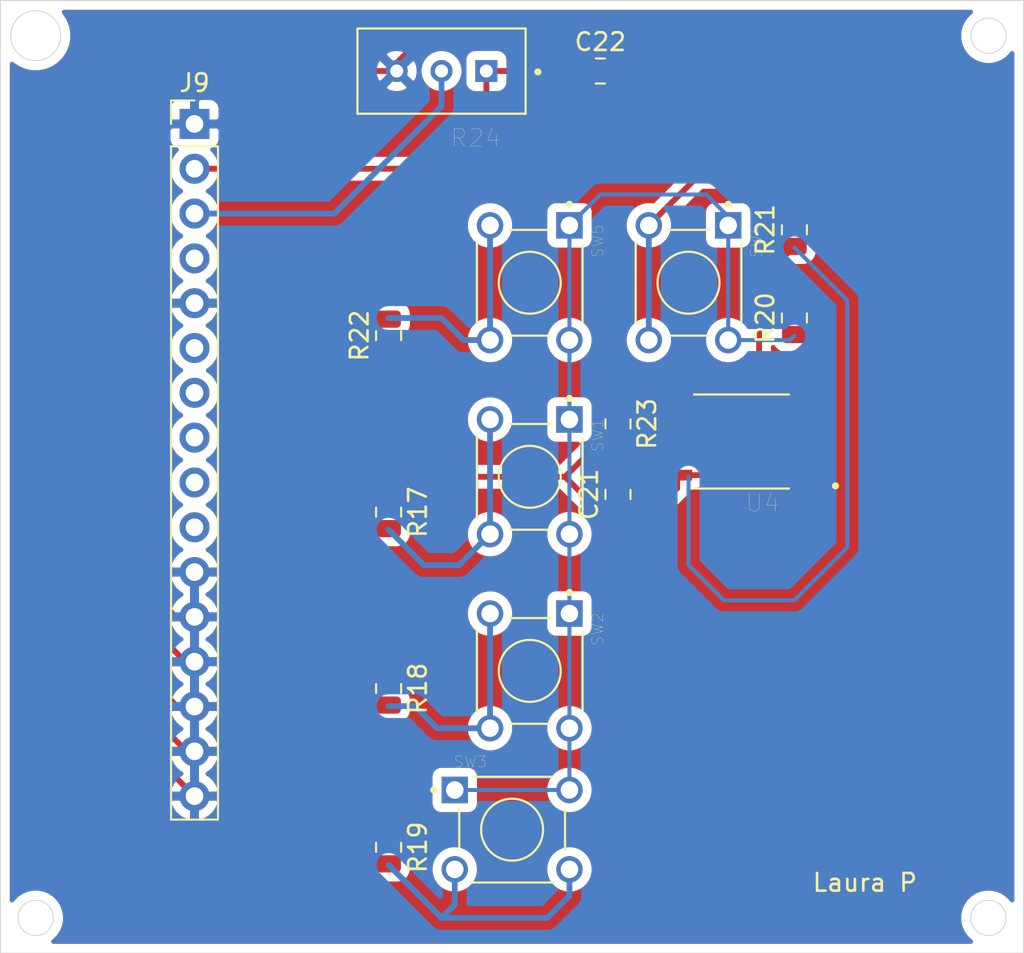
<source format=kicad_pcb>
(kicad_pcb (version 20171130) (host pcbnew "(5.1.5)-3")

  (general
    (thickness 1.6)
    (drawings 13)
    (tracks 119)
    (zones 0)
    (modules 17)
    (nets 12)
  )

  (page A4)
  (title_block
    (title Sub_circuito_perifericos)
  )

  (layers
    (0 F.Cu signal)
    (31 B.Cu signal)
    (32 B.Adhes user)
    (33 F.Adhes user)
    (34 B.Paste user)
    (35 F.Paste user)
    (36 B.SilkS user)
    (37 F.SilkS user)
    (38 B.Mask user)
    (39 F.Mask user)
    (40 Dwgs.User user)
    (41 Cmts.User user)
    (42 Eco1.User user)
    (43 Eco2.User user)
    (44 Edge.Cuts user)
    (45 Margin user)
    (46 B.CrtYd user)
    (47 F.CrtYd user)
    (48 B.Fab user)
    (49 F.Fab user)
  )

  (setup
    (last_trace_width 0.2286)
    (trace_clearance 0.3048)
    (zone_clearance 0.508)
    (zone_45_only no)
    (trace_min 0.2)
    (via_size 0.8)
    (via_drill 0.4)
    (via_min_size 0.4)
    (via_min_drill 0.3)
    (uvia_size 0.3)
    (uvia_drill 0.1)
    (uvias_allowed no)
    (uvia_min_size 0.2)
    (uvia_min_drill 0.1)
    (edge_width 0.05)
    (segment_width 0.2)
    (pcb_text_width 0.3)
    (pcb_text_size 1.5 1.5)
    (mod_edge_width 0.12)
    (mod_text_size 1 1)
    (mod_text_width 0.15)
    (pad_size 1.524 1.524)
    (pad_drill 0.762)
    (pad_to_mask_clearance 0.051)
    (solder_mask_min_width 0.25)
    (aux_axis_origin 0 0)
    (visible_elements FFFFFF7F)
    (pcbplotparams
      (layerselection 0x010fc_ffffffff)
      (usegerberextensions false)
      (usegerberattributes false)
      (usegerberadvancedattributes false)
      (creategerberjobfile false)
      (excludeedgelayer false)
      (linewidth 0.100000)
      (plotframeref true)
      (viasonmask false)
      (mode 1)
      (useauxorigin false)
      (hpglpennumber 1)
      (hpglpenspeed 20)
      (hpglpendiameter 15.000000)
      (psnegative false)
      (psa4output false)
      (plotreference true)
      (plotvalue true)
      (plotinvisibletext false)
      (padsonsilk false)
      (subtractmaskfromsilk false)
      (outputformat 4)
      (mirror false)
      (drillshape 1)
      (scaleselection 1)
      (outputdirectory "./"))
  )

  (net 0 "")
  (net 1 Earth)
  (net 2 +3V3)
  (net 3 +5V)
  (net 4 "Net-(J9-Pad3)")
  (net 5 "Net-(R17-Pad2)")
  (net 6 "Net-(R18-Pad2)")
  (net 7 "Net-(R19-Pad2)")
  (net 8 TECLADO)
  (net 9 "Net-(R21-Pad2)")
  (net 10 "Net-(R22-Pad2)")
  (net 11 SDA)

  (net_class Default "Esta é a classe de rede padrão."
    (clearance 0.3048)
    (trace_width 0.2286)
    (via_dia 0.8)
    (via_drill 0.4)
    (uvia_dia 0.3)
    (uvia_drill 0.1)
    (add_net SDA)
    (add_net TECLADO)
  )

  (net_class power ""
    (clearance 0.3048)
    (trace_width 0.3302)
    (via_dia 0.8)
    (via_drill 0.4)
    (uvia_dia 0.3)
    (uvia_drill 0.1)
    (add_net +3V3)
    (add_net +5V)
    (add_net Earth)
    (add_net "Net-(J9-Pad3)")
    (add_net "Net-(R17-Pad2)")
    (add_net "Net-(R18-Pad2)")
    (add_net "Net-(R19-Pad2)")
    (add_net "Net-(R21-Pad2)")
    (add_net "Net-(R22-Pad2)")
  )

  (module Capacitor_SMD:C_0805_2012Metric (layer F.Cu) (tedit 5EB32B6C) (tstamp 5EB7C65A)
    (at 127 90 90)
    (descr "Capacitor SMD 0805 (2012 Metric), square (rectangular) end terminal, IPC_7351 nominal, (Body size source: https://docs.google.com/spreadsheets/d/1BsfQQcO9C6DZCsRaXUlFlo91Tg2WpOkGARC1WS5S8t0/edit?usp=sharing), generated with kicad-footprint-generator")
    (tags capacitor)
    (path /5F3E9770)
    (attr smd)
    (fp_text reference C21 (at 0 -1.65 90) (layer F.SilkS)
      (effects (font (size 1 1) (thickness 0.15)))
    )
    (fp_text value 100nF (at 0 1.65 90) (layer F.Fab)
      (effects (font (size 1 1) (thickness 0.15)))
    )
    (fp_text user %R (at 0.234999 -0.025001 90) (layer F.Fab)
      (effects (font (size 0.5 0.5) (thickness 0.08)))
    )
    (fp_line (start 1.68 0.95) (end -1.68 0.95) (layer F.CrtYd) (width 0.05))
    (fp_line (start 1.68 -0.95) (end 1.68 0.95) (layer F.CrtYd) (width 0.05))
    (fp_line (start -1.68 -0.95) (end 1.68 -0.95) (layer F.CrtYd) (width 0.05))
    (fp_line (start -1.68 0.95) (end -1.68 -0.95) (layer F.CrtYd) (width 0.05))
    (fp_line (start -0.258578 0.71) (end 0.258578 0.71) (layer F.SilkS) (width 0.12))
    (fp_line (start -0.258578 -0.71) (end 0.258578 -0.71) (layer F.SilkS) (width 0.12))
    (fp_line (start 1 0.6) (end -1 0.6) (layer F.Fab) (width 0.1))
    (fp_line (start 1 -0.6) (end 1 0.6) (layer F.Fab) (width 0.1))
    (fp_line (start -1 -0.6) (end 1 -0.6) (layer F.Fab) (width 0.1))
    (fp_line (start -1 0.6) (end -1 -0.6) (layer F.Fab) (width 0.1))
    (pad 2 smd roundrect (at 0.9375 0 90) (size 0.975 1.4) (layers F.Cu F.Paste F.Mask) (roundrect_rratio 0.25)
      (net 1 Earth))
    (pad 1 smd roundrect (at -0.9375 0 90) (size 0.975 1.4) (layers F.Cu F.Paste F.Mask) (roundrect_rratio 0.25)
      (net 2 +3V3))
    (model ${KISYS3DMOD}/Capacitor_SMD.3dshapes/C_0805_2012Metric.wrl
      (at (xyz 0 0 0))
      (scale (xyz 1 1 1))
      (rotate (xyz 0 0 0))
    )
  )

  (module Capacitor_SMD:C_0805_2012Metric (layer F.Cu) (tedit 5EB32C28) (tstamp 5EB7C66B)
    (at 126 66)
    (descr "Capacitor SMD 0805 (2012 Metric), square (rectangular) end terminal, IPC_7351 nominal, (Body size source: https://docs.google.com/spreadsheets/d/1BsfQQcO9C6DZCsRaXUlFlo91Tg2WpOkGARC1WS5S8t0/edit?usp=sharing), generated with kicad-footprint-generator")
    (tags capacitor)
    (path /5FBAA065)
    (attr smd)
    (fp_text reference C22 (at 0 -1.65) (layer F.SilkS)
      (effects (font (size 1 1) (thickness 0.15)))
    )
    (fp_text value 100nF (at 0 1.65) (layer F.Fab)
      (effects (font (size 1 1) (thickness 0.15)))
    )
    (fp_line (start -1 0.6) (end -1 -0.6) (layer F.Fab) (width 0.1))
    (fp_line (start -1 -0.6) (end 1 -0.6) (layer F.Fab) (width 0.1))
    (fp_line (start 1 -0.6) (end 1 0.6) (layer F.Fab) (width 0.1))
    (fp_line (start 1 0.6) (end -1 0.6) (layer F.Fab) (width 0.1))
    (fp_line (start -0.258578 -0.71) (end 0.258578 -0.71) (layer F.SilkS) (width 0.12))
    (fp_line (start -0.258578 0.71) (end 0.258578 0.71) (layer F.SilkS) (width 0.12))
    (fp_line (start -1.68 0.95) (end -1.68 -0.95) (layer F.CrtYd) (width 0.05))
    (fp_line (start -1.68 -0.95) (end 1.68 -0.95) (layer F.CrtYd) (width 0.05))
    (fp_line (start 1.68 -0.95) (end 1.68 0.95) (layer F.CrtYd) (width 0.05))
    (fp_line (start 1.68 0.95) (end -1.68 0.95) (layer F.CrtYd) (width 0.05))
    (fp_text user %R (at 0 0) (layer F.Fab)
      (effects (font (size 0.5 0.5) (thickness 0.08)))
    )
    (pad 1 smd roundrect (at -0.9375 0) (size 0.975 1.4) (layers F.Cu F.Paste F.Mask) (roundrect_rratio 0.25)
      (net 3 +5V))
    (pad 2 smd roundrect (at 0.9375 0) (size 0.975 1.4) (layers F.Cu F.Paste F.Mask) (roundrect_rratio 0.25)
      (net 1 Earth))
    (model ${KISYS3DMOD}/Capacitor_SMD.3dshapes/C_0805_2012Metric.wrl
      (at (xyz 0 0 0))
      (scale (xyz 1 1 1))
      (rotate (xyz 0 0 0))
    )
  )

  (module Connector_PinHeader_2.54mm:PinHeader_1x16_P2.54mm_Vertical (layer F.Cu) (tedit 59FED5CC) (tstamp 5EB7C68F)
    (at 103 69)
    (descr "Through hole straight pin header, 1x16, 2.54mm pitch, single row")
    (tags "Through hole pin header THT 1x16 2.54mm single row")
    (path /5F4B6E5E)
    (fp_text reference J9 (at 0 -2.33) (layer F.SilkS)
      (effects (font (size 1 1) (thickness 0.15)))
    )
    (fp_text value LDC_header (at 0 40.43) (layer F.Fab)
      (effects (font (size 1 1) (thickness 0.15)))
    )
    (fp_line (start -0.635 -1.27) (end 1.27 -1.27) (layer F.Fab) (width 0.1))
    (fp_line (start 1.27 -1.27) (end 1.27 39.37) (layer F.Fab) (width 0.1))
    (fp_line (start 1.27 39.37) (end -1.27 39.37) (layer F.Fab) (width 0.1))
    (fp_line (start -1.27 39.37) (end -1.27 -0.635) (layer F.Fab) (width 0.1))
    (fp_line (start -1.27 -0.635) (end -0.635 -1.27) (layer F.Fab) (width 0.1))
    (fp_line (start -1.33 39.43) (end 1.33 39.43) (layer F.SilkS) (width 0.12))
    (fp_line (start -1.33 1.27) (end -1.33 39.43) (layer F.SilkS) (width 0.12))
    (fp_line (start 1.33 1.27) (end 1.33 39.43) (layer F.SilkS) (width 0.12))
    (fp_line (start -1.33 1.27) (end 1.33 1.27) (layer F.SilkS) (width 0.12))
    (fp_line (start -1.33 0) (end -1.33 -1.33) (layer F.SilkS) (width 0.12))
    (fp_line (start -1.33 -1.33) (end 0 -1.33) (layer F.SilkS) (width 0.12))
    (fp_line (start -1.8 -1.8) (end -1.8 39.9) (layer F.CrtYd) (width 0.05))
    (fp_line (start -1.8 39.9) (end 1.8 39.9) (layer F.CrtYd) (width 0.05))
    (fp_line (start 1.8 39.9) (end 1.8 -1.8) (layer F.CrtYd) (width 0.05))
    (fp_line (start 1.8 -1.8) (end -1.8 -1.8) (layer F.CrtYd) (width 0.05))
    (fp_text user %R (at 0 19.05 90) (layer F.Fab)
      (effects (font (size 1 1) (thickness 0.15)))
    )
    (pad 1 thru_hole rect (at 0 0) (size 1.7 1.7) (drill 1) (layers *.Cu *.Mask)
      (net 1 Earth))
    (pad 2 thru_hole oval (at 0 2.54) (size 1.7 1.7) (drill 1) (layers *.Cu *.Mask)
      (net 3 +5V))
    (pad 3 thru_hole oval (at 0 5.08) (size 1.7 1.7) (drill 1) (layers *.Cu *.Mask)
      (net 4 "Net-(J9-Pad3)"))
    (pad 4 thru_hole oval (at 0 7.62) (size 1.7 1.7) (drill 1) (layers *.Cu *.Mask))
    (pad 5 thru_hole oval (at 0 10.16) (size 1.7 1.7) (drill 1) (layers *.Cu *.Mask)
      (net 1 Earth))
    (pad 6 thru_hole oval (at 0 12.7) (size 1.7 1.7) (drill 1) (layers *.Cu *.Mask))
    (pad 7 thru_hole oval (at 0 15.24) (size 1.7 1.7) (drill 1) (layers *.Cu *.Mask))
    (pad 8 thru_hole oval (at 0 17.78) (size 1.7 1.7) (drill 1) (layers *.Cu *.Mask))
    (pad 9 thru_hole oval (at 0 20.32) (size 1.7 1.7) (drill 1) (layers *.Cu *.Mask))
    (pad 10 thru_hole oval (at 0 22.86) (size 1.7 1.7) (drill 1) (layers *.Cu *.Mask))
    (pad 11 thru_hole oval (at 0 25.4) (size 1.7 1.7) (drill 1) (layers *.Cu *.Mask)
      (net 1 Earth))
    (pad 12 thru_hole oval (at 0 27.94) (size 1.7 1.7) (drill 1) (layers *.Cu *.Mask)
      (net 1 Earth))
    (pad 13 thru_hole oval (at 0 30.48) (size 1.7 1.7) (drill 1) (layers *.Cu *.Mask)
      (net 1 Earth))
    (pad 14 thru_hole oval (at 0 33.02) (size 1.7 1.7) (drill 1) (layers *.Cu *.Mask)
      (net 1 Earth))
    (pad 15 thru_hole oval (at 0 35.56) (size 1.7 1.7) (drill 1) (layers *.Cu *.Mask)
      (net 1 Earth))
    (pad 16 thru_hole oval (at 0 38.1) (size 1.7 1.7) (drill 1) (layers *.Cu *.Mask)
      (net 1 Earth))
    (model ${KISYS3DMOD}/Connector_PinHeader_2.54mm.3dshapes/PinHeader_1x16_P2.54mm_Vertical.wrl
      (at (xyz 0 0 0))
      (scale (xyz 1 1 1))
      (rotate (xyz 0 0 0))
    )
  )

  (module Resistor_SMD:R_0805_2012Metric (layer F.Cu) (tedit 5EB32AC0) (tstamp 5EB7C6A0)
    (at 114 91 270)
    (descr "Resistor SMD 0805 (2012 Metric), square (rectangular) end terminal, IPC_7351 nominal, (Body size source: https://docs.google.com/spreadsheets/d/1BsfQQcO9C6DZCsRaXUlFlo91Tg2WpOkGARC1WS5S8t0/edit?usp=sharing), generated with kicad-footprint-generator")
    (tags resistor)
    (path /5EF9C45E)
    (attr smd)
    (fp_text reference R17 (at 0 -1.65 270) (layer F.SilkS)
      (effects (font (size 1 1) (thickness 0.15)))
    )
    (fp_text value 8k2 (at 0 1.65 270) (layer F.Fab)
      (effects (font (size 1 1) (thickness 0.15)))
    )
    (fp_line (start -1 0.6) (end -1 -0.6) (layer F.Fab) (width 0.1))
    (fp_line (start -1 -0.6) (end 1 -0.6) (layer F.Fab) (width 0.1))
    (fp_line (start 1 -0.6) (end 1 0.6) (layer F.Fab) (width 0.1))
    (fp_line (start 1 0.6) (end -1 0.6) (layer F.Fab) (width 0.1))
    (fp_line (start -0.258578 -0.71) (end 0.258578 -0.71) (layer F.SilkS) (width 0.12))
    (fp_line (start -0.258578 0.71) (end 0.258578 0.71) (layer F.SilkS) (width 0.12))
    (fp_line (start -1.68 0.95) (end -1.68 -0.95) (layer F.CrtYd) (width 0.05))
    (fp_line (start -1.68 -0.95) (end 1.68 -0.95) (layer F.CrtYd) (width 0.05))
    (fp_line (start 1.68 -0.95) (end 1.68 0.95) (layer F.CrtYd) (width 0.05))
    (fp_line (start 1.68 0.95) (end -1.68 0.95) (layer F.CrtYd) (width 0.05))
    (fp_text user %R (at -0.355001 1.044999 270) (layer F.Fab)
      (effects (font (size 0.5 0.5) (thickness 0.08)))
    )
    (pad 1 smd roundrect (at -0.9375 0 270) (size 0.975 1.4) (layers F.Cu F.Paste F.Mask) (roundrect_rratio 0.25)
      (net 2 +3V3))
    (pad 2 smd roundrect (at 0.9375 0 270) (size 0.975 1.4) (layers F.Cu F.Paste F.Mask) (roundrect_rratio 0.25)
      (net 5 "Net-(R17-Pad2)"))
    (model ${KISYS3DMOD}/Resistor_SMD.3dshapes/R_0805_2012Metric.wrl
      (at (xyz 0 0 0))
      (scale (xyz 1 1 1))
      (rotate (xyz 0 0 0))
    )
  )

  (module Resistor_SMD:R_0805_2012Metric (layer F.Cu) (tedit 5B36C52B) (tstamp 5EB7C6B1)
    (at 114 101 270)
    (descr "Resistor SMD 0805 (2012 Metric), square (rectangular) end terminal, IPC_7351 nominal, (Body size source: https://docs.google.com/spreadsheets/d/1BsfQQcO9C6DZCsRaXUlFlo91Tg2WpOkGARC1WS5S8t0/edit?usp=sharing), generated with kicad-footprint-generator")
    (tags resistor)
    (path /5EF9D9A2)
    (attr smd)
    (fp_text reference R18 (at 0 -1.65 270) (layer F.SilkS)
      (effects (font (size 1 1) (thickness 0.15)))
    )
    (fp_text value 6k2 (at 0 1.65 270) (layer F.Fab)
      (effects (font (size 1 1) (thickness 0.15)))
    )
    (fp_text user %R (at 0 0 270) (layer F.Fab)
      (effects (font (size 0.5 0.5) (thickness 0.08)))
    )
    (fp_line (start 1.68 0.95) (end -1.68 0.95) (layer F.CrtYd) (width 0.05))
    (fp_line (start 1.68 -0.95) (end 1.68 0.95) (layer F.CrtYd) (width 0.05))
    (fp_line (start -1.68 -0.95) (end 1.68 -0.95) (layer F.CrtYd) (width 0.05))
    (fp_line (start -1.68 0.95) (end -1.68 -0.95) (layer F.CrtYd) (width 0.05))
    (fp_line (start -0.258578 0.71) (end 0.258578 0.71) (layer F.SilkS) (width 0.12))
    (fp_line (start -0.258578 -0.71) (end 0.258578 -0.71) (layer F.SilkS) (width 0.12))
    (fp_line (start 1 0.6) (end -1 0.6) (layer F.Fab) (width 0.1))
    (fp_line (start 1 -0.6) (end 1 0.6) (layer F.Fab) (width 0.1))
    (fp_line (start -1 -0.6) (end 1 -0.6) (layer F.Fab) (width 0.1))
    (fp_line (start -1 0.6) (end -1 -0.6) (layer F.Fab) (width 0.1))
    (pad 2 smd roundrect (at 0.9375 0 270) (size 0.975 1.4) (layers F.Cu F.Paste F.Mask) (roundrect_rratio 0.25)
      (net 6 "Net-(R18-Pad2)"))
    (pad 1 smd roundrect (at -0.9375 0 270) (size 0.975 1.4) (layers F.Cu F.Paste F.Mask) (roundrect_rratio 0.25)
      (net 2 +3V3))
    (model ${KISYS3DMOD}/Resistor_SMD.3dshapes/R_0805_2012Metric.wrl
      (at (xyz 0 0 0))
      (scale (xyz 1 1 1))
      (rotate (xyz 0 0 0))
    )
  )

  (module Resistor_SMD:R_0805_2012Metric (layer F.Cu) (tedit 5EB32C73) (tstamp 5EB7C6C2)
    (at 114 110 270)
    (descr "Resistor SMD 0805 (2012 Metric), square (rectangular) end terminal, IPC_7351 nominal, (Body size source: https://docs.google.com/spreadsheets/d/1BsfQQcO9C6DZCsRaXUlFlo91Tg2WpOkGARC1WS5S8t0/edit?usp=sharing), generated with kicad-footprint-generator")
    (tags resistor)
    (path /5EF9E5AA)
    (attr smd)
    (fp_text reference R19 (at 0 -1.65 270) (layer F.SilkS)
      (effects (font (size 1 1) (thickness 0.15)))
    )
    (fp_text value 4k7 (at 0 1.65 270) (layer F.Fab)
      (effects (font (size 1 1) (thickness 0.15)))
    )
    (fp_line (start -1 0.6) (end -1 -0.6) (layer F.Fab) (width 0.1))
    (fp_line (start -1 -0.6) (end 1 -0.6) (layer F.Fab) (width 0.1))
    (fp_line (start 1 -0.6) (end 1 0.6) (layer F.Fab) (width 0.1))
    (fp_line (start 1 0.6) (end -1 0.6) (layer F.Fab) (width 0.1))
    (fp_line (start -0.258578 -0.71) (end 0.258578 -0.71) (layer F.SilkS) (width 0.12))
    (fp_line (start -0.258578 0.71) (end 0.258578 0.71) (layer F.SilkS) (width 0.12))
    (fp_line (start -1.68 0.95) (end -1.68 -0.95) (layer F.CrtYd) (width 0.05))
    (fp_line (start -1.68 -0.95) (end 1.68 -0.95) (layer F.CrtYd) (width 0.05))
    (fp_line (start 1.68 -0.95) (end 1.68 0.95) (layer F.CrtYd) (width 0.05))
    (fp_line (start 1.68 0.95) (end -1.68 0.95) (layer F.CrtYd) (width 0.05))
    (fp_text user %R (at 0 0 270) (layer F.Fab)
      (effects (font (size 0.5 0.5) (thickness 0.08)))
    )
    (pad 1 smd roundrect (at -0.9375 0 270) (size 0.975 1.4) (layers F.Cu F.Paste F.Mask) (roundrect_rratio 0.25)
      (net 2 +3V3))
    (pad 2 smd roundrect (at 0.9375 0 270) (size 0.975 1.4) (layers F.Cu F.Paste F.Mask) (roundrect_rratio 0.25)
      (net 7 "Net-(R19-Pad2)"))
    (model ${KISYS3DMOD}/Resistor_SMD.3dshapes/R_0805_2012Metric.wrl
      (at (xyz 0 0 0))
      (scale (xyz 1 1 1))
      (rotate (xyz 0 0 0))
    )
  )

  (module Resistor_SMD:R_0805_2012Metric (layer F.Cu) (tedit 5EB32BCD) (tstamp 5EB7C6D3)
    (at 137 80 90)
    (descr "Resistor SMD 0805 (2012 Metric), square (rectangular) end terminal, IPC_7351 nominal, (Body size source: https://docs.google.com/spreadsheets/d/1BsfQQcO9C6DZCsRaXUlFlo91Tg2WpOkGARC1WS5S8t0/edit?usp=sharing), generated with kicad-footprint-generator")
    (tags resistor)
    (path /5F1DAF7E)
    (attr smd)
    (fp_text reference R20 (at 0 -1.65 90) (layer F.SilkS)
      (effects (font (size 1 1) (thickness 0.15)))
    )
    (fp_text value 10k (at 0 1.65 90) (layer F.Fab)
      (effects (font (size 1 1) (thickness 0.15)))
    )
    (fp_text user %R (at 0 0 90) (layer F.Fab)
      (effects (font (size 0.5 0.5) (thickness 0.08)))
    )
    (fp_line (start 1.68 0.95) (end -1.68 0.95) (layer F.CrtYd) (width 0.05))
    (fp_line (start 1.68 -0.95) (end 1.68 0.95) (layer F.CrtYd) (width 0.05))
    (fp_line (start -1.68 -0.95) (end 1.68 -0.95) (layer F.CrtYd) (width 0.05))
    (fp_line (start -1.68 0.95) (end -1.68 -0.95) (layer F.CrtYd) (width 0.05))
    (fp_line (start -0.258578 0.71) (end 0.258578 0.71) (layer F.SilkS) (width 0.12))
    (fp_line (start -0.258578 -0.71) (end 0.258578 -0.71) (layer F.SilkS) (width 0.12))
    (fp_line (start 1 0.6) (end -1 0.6) (layer F.Fab) (width 0.1))
    (fp_line (start 1 -0.6) (end 1 0.6) (layer F.Fab) (width 0.1))
    (fp_line (start -1 -0.6) (end 1 -0.6) (layer F.Fab) (width 0.1))
    (fp_line (start -1 0.6) (end -1 -0.6) (layer F.Fab) (width 0.1))
    (pad 2 smd roundrect (at 0.9375 0 90) (size 0.975 1.4) (layers F.Cu F.Paste F.Mask) (roundrect_rratio 0.25)
      (net 1 Earth))
    (pad 1 smd roundrect (at -0.9375 0 90) (size 0.975 1.4) (layers F.Cu F.Paste F.Mask) (roundrect_rratio 0.25)
      (net 8 TECLADO))
    (model ${KISYS3DMOD}/Resistor_SMD.3dshapes/R_0805_2012Metric.wrl
      (at (xyz 0 0 0))
      (scale (xyz 1 1 1))
      (rotate (xyz 0 0 0))
    )
  )

  (module Resistor_SMD:R_0805_2012Metric (layer F.Cu) (tedit 5B36C52B) (tstamp 5EB7C6E4)
    (at 137 75 90)
    (descr "Resistor SMD 0805 (2012 Metric), square (rectangular) end terminal, IPC_7351 nominal, (Body size source: https://docs.google.com/spreadsheets/d/1BsfQQcO9C6DZCsRaXUlFlo91Tg2WpOkGARC1WS5S8t0/edit?usp=sharing), generated with kicad-footprint-generator")
    (tags resistor)
    (path /5EF9F1B2)
    (attr smd)
    (fp_text reference R21 (at 0 -1.65 90) (layer F.SilkS)
      (effects (font (size 1 1) (thickness 0.15)))
    )
    (fp_text value 3k3 (at 0 1.65 90) (layer F.Fab)
      (effects (font (size 1 1) (thickness 0.15)))
    )
    (fp_text user %R (at 0 0 90) (layer F.Fab)
      (effects (font (size 0.5 0.5) (thickness 0.08)))
    )
    (fp_line (start 1.68 0.95) (end -1.68 0.95) (layer F.CrtYd) (width 0.05))
    (fp_line (start 1.68 -0.95) (end 1.68 0.95) (layer F.CrtYd) (width 0.05))
    (fp_line (start -1.68 -0.95) (end 1.68 -0.95) (layer F.CrtYd) (width 0.05))
    (fp_line (start -1.68 0.95) (end -1.68 -0.95) (layer F.CrtYd) (width 0.05))
    (fp_line (start -0.258578 0.71) (end 0.258578 0.71) (layer F.SilkS) (width 0.12))
    (fp_line (start -0.258578 -0.71) (end 0.258578 -0.71) (layer F.SilkS) (width 0.12))
    (fp_line (start 1 0.6) (end -1 0.6) (layer F.Fab) (width 0.1))
    (fp_line (start 1 -0.6) (end 1 0.6) (layer F.Fab) (width 0.1))
    (fp_line (start -1 -0.6) (end 1 -0.6) (layer F.Fab) (width 0.1))
    (fp_line (start -1 0.6) (end -1 -0.6) (layer F.Fab) (width 0.1))
    (pad 2 smd roundrect (at 0.9375 0 90) (size 0.975 1.4) (layers F.Cu F.Paste F.Mask) (roundrect_rratio 0.25)
      (net 9 "Net-(R21-Pad2)"))
    (pad 1 smd roundrect (at -0.9375 0 90) (size 0.975 1.4) (layers F.Cu F.Paste F.Mask) (roundrect_rratio 0.25)
      (net 2 +3V3))
    (model ${KISYS3DMOD}/Resistor_SMD.3dshapes/R_0805_2012Metric.wrl
      (at (xyz 0 0 0))
      (scale (xyz 1 1 1))
      (rotate (xyz 0 0 0))
    )
  )

  (module Resistor_SMD:R_0805_2012Metric (layer F.Cu) (tedit 5B36C52B) (tstamp 5EB7C6F5)
    (at 114 81 90)
    (descr "Resistor SMD 0805 (2012 Metric), square (rectangular) end terminal, IPC_7351 nominal, (Body size source: https://docs.google.com/spreadsheets/d/1BsfQQcO9C6DZCsRaXUlFlo91Tg2WpOkGARC1WS5S8t0/edit?usp=sharing), generated with kicad-footprint-generator")
    (tags resistor)
    (path /5EF9FDDA)
    (attr smd)
    (fp_text reference R22 (at 0 -1.65 90) (layer F.SilkS)
      (effects (font (size 1 1) (thickness 0.15)))
    )
    (fp_text value 1k (at 0 1.65 90) (layer F.Fab)
      (effects (font (size 1 1) (thickness 0.15)))
    )
    (fp_line (start -1 0.6) (end -1 -0.6) (layer F.Fab) (width 0.1))
    (fp_line (start -1 -0.6) (end 1 -0.6) (layer F.Fab) (width 0.1))
    (fp_line (start 1 -0.6) (end 1 0.6) (layer F.Fab) (width 0.1))
    (fp_line (start 1 0.6) (end -1 0.6) (layer F.Fab) (width 0.1))
    (fp_line (start -0.258578 -0.71) (end 0.258578 -0.71) (layer F.SilkS) (width 0.12))
    (fp_line (start -0.258578 0.71) (end 0.258578 0.71) (layer F.SilkS) (width 0.12))
    (fp_line (start -1.68 0.95) (end -1.68 -0.95) (layer F.CrtYd) (width 0.05))
    (fp_line (start -1.68 -0.95) (end 1.68 -0.95) (layer F.CrtYd) (width 0.05))
    (fp_line (start 1.68 -0.95) (end 1.68 0.95) (layer F.CrtYd) (width 0.05))
    (fp_line (start 1.68 0.95) (end -1.68 0.95) (layer F.CrtYd) (width 0.05))
    (fp_text user %R (at 0 0 90) (layer F.Fab)
      (effects (font (size 0.5 0.5) (thickness 0.08)))
    )
    (pad 1 smd roundrect (at -0.9375 0 90) (size 0.975 1.4) (layers F.Cu F.Paste F.Mask) (roundrect_rratio 0.25)
      (net 2 +3V3))
    (pad 2 smd roundrect (at 0.9375 0 90) (size 0.975 1.4) (layers F.Cu F.Paste F.Mask) (roundrect_rratio 0.25)
      (net 10 "Net-(R22-Pad2)"))
    (model ${KISYS3DMOD}/Resistor_SMD.3dshapes/R_0805_2012Metric.wrl
      (at (xyz 0 0 0))
      (scale (xyz 1 1 1))
      (rotate (xyz 0 0 0))
    )
  )

  (module Resistor_SMD:R_0805_2012Metric (layer F.Cu) (tedit 5B36C52B) (tstamp 5EB7C706)
    (at 127 86 270)
    (descr "Resistor SMD 0805 (2012 Metric), square (rectangular) end terminal, IPC_7351 nominal, (Body size source: https://docs.google.com/spreadsheets/d/1BsfQQcO9C6DZCsRaXUlFlo91Tg2WpOkGARC1WS5S8t0/edit?usp=sharing), generated with kicad-footprint-generator")
    (tags resistor)
    (path /5F4288FD)
    (attr smd)
    (fp_text reference R23 (at 0 -1.65 270) (layer F.SilkS)
      (effects (font (size 1 1) (thickness 0.15)))
    )
    (fp_text value 2k (at 0 1.65 270) (layer F.Fab)
      (effects (font (size 1 1) (thickness 0.15)))
    )
    (fp_line (start -1 0.6) (end -1 -0.6) (layer F.Fab) (width 0.1))
    (fp_line (start -1 -0.6) (end 1 -0.6) (layer F.Fab) (width 0.1))
    (fp_line (start 1 -0.6) (end 1 0.6) (layer F.Fab) (width 0.1))
    (fp_line (start 1 0.6) (end -1 0.6) (layer F.Fab) (width 0.1))
    (fp_line (start -0.258578 -0.71) (end 0.258578 -0.71) (layer F.SilkS) (width 0.12))
    (fp_line (start -0.258578 0.71) (end 0.258578 0.71) (layer F.SilkS) (width 0.12))
    (fp_line (start -1.68 0.95) (end -1.68 -0.95) (layer F.CrtYd) (width 0.05))
    (fp_line (start -1.68 -0.95) (end 1.68 -0.95) (layer F.CrtYd) (width 0.05))
    (fp_line (start 1.68 -0.95) (end 1.68 0.95) (layer F.CrtYd) (width 0.05))
    (fp_line (start 1.68 0.95) (end -1.68 0.95) (layer F.CrtYd) (width 0.05))
    (fp_text user %R (at 0 0 270) (layer F.Fab)
      (effects (font (size 0.5 0.5) (thickness 0.08)))
    )
    (pad 1 smd roundrect (at -0.9375 0 270) (size 0.975 1.4) (layers F.Cu F.Paste F.Mask) (roundrect_rratio 0.25)
      (net 11 SDA))
    (pad 2 smd roundrect (at 0.9375 0 270) (size 0.975 1.4) (layers F.Cu F.Paste F.Mask) (roundrect_rratio 0.25)
      (net 2 +3V3))
    (model ${KISYS3DMOD}/Resistor_SMD.3dshapes/R_0805_2012Metric.wrl
      (at (xyz 0 0 0))
      (scale (xyz 1 1 1))
      (rotate (xyz 0 0 0))
    )
  )

  (module 3296W-1-103RLF_POT_LCD:TRIM_3296W-1-103RLF (layer F.Cu) (tedit 5EA6D01A) (tstamp 5EB7C71B)
    (at 117 66 180)
    (path /5F6CC449)
    (fp_text reference R24 (at -1.94297 -3.79451 180) (layer F.SilkS)
      (effects (font (size 1.000551 1.000551) (thickness 0.015)))
    )
    (fp_text value POT_LCD (at 6.99601 3.3184 180) (layer F.Fab)
      (effects (font (size 1.001323 1.001323) (thickness 0.015)))
    )
    (fp_line (start -4.765 -2.42) (end -4.765 2.41) (layer F.SilkS) (width 0.127))
    (fp_line (start -4.765 2.41) (end 4.765 2.41) (layer F.SilkS) (width 0.127))
    (fp_line (start 4.765 2.41) (end 4.765 -2.42) (layer F.SilkS) (width 0.127))
    (fp_line (start 4.765 -2.42) (end -4.765 -2.42) (layer F.SilkS) (width 0.127))
    (fp_line (start -4.765 -2.42) (end -4.765 2.41) (layer F.Fab) (width 0.127))
    (fp_line (start 4.765 -2.42) (end -4.765 -2.42) (layer F.Fab) (width 0.127))
    (fp_line (start 4.765 2.41) (end 4.765 -2.42) (layer F.Fab) (width 0.127))
    (fp_line (start -4.765 2.41) (end 4.765 2.41) (layer F.Fab) (width 0.127))
    (fp_line (start -5.015 -2.67) (end 5.015 -2.67) (layer F.CrtYd) (width 0.05))
    (fp_line (start 5.015 -2.67) (end 5.015 2.66) (layer F.CrtYd) (width 0.05))
    (fp_line (start 5.015 2.66) (end -5.015 2.66) (layer F.CrtYd) (width 0.05))
    (fp_line (start -5.015 2.66) (end -5.015 -2.67) (layer F.CrtYd) (width 0.05))
    (fp_circle (center -5.461 -0.051) (end -5.361 -0.051) (layer F.SilkS) (width 0.2))
    (fp_circle (center -5.461 -0.051) (end -5.361 -0.051) (layer F.Fab) (width 0.2))
    (pad 1 thru_hole rect (at -2.54 0 180) (size 1.248 1.248) (drill 0.74) (layers *.Cu *.Mask)
      (net 3 +5V))
    (pad 2 thru_hole circle (at 0 0 180) (size 1.248 1.248) (drill 0.74) (layers *.Cu *.Mask)
      (net 4 "Net-(J9-Pad3)"))
    (pad 3 thru_hole circle (at 2.54 0 180) (size 1.248 1.248) (drill 0.74) (layers *.Cu *.Mask)
      (net 1 Earth))
  )

  (module 1825910-6:SW_1825910-6-4 (layer F.Cu) (tedit 5E94CB45) (tstamp 5EB7C732)
    (at 122 89 270)
    (path /5EF8ED6F)
    (fp_text reference SW1 (at -2.3627 -3.844398 270) (layer F.SilkS)
      (effects (font (size 0.630643 0.630643) (thickness 0.015)))
    )
    (fp_text value 1825910-6 (at 1.150079 3.960282 270) (layer F.Fab)
      (effects (font (size 0.629966 0.629966) (thickness 0.015)))
    )
    (fp_line (start -2.995 -2.995) (end -2.995 2.995) (layer F.Fab) (width 0.127))
    (fp_line (start -2.995 2.995) (end 2.995 2.995) (layer F.Fab) (width 0.127))
    (fp_line (start 2.995 2.995) (end 2.995 -2.995) (layer F.Fab) (width 0.127))
    (fp_line (start 2.995 -2.995) (end -2.995 -2.995) (layer F.Fab) (width 0.127))
    (fp_line (start -2.2 -2.995) (end 2.3 -2.995) (layer F.SilkS) (width 0.127))
    (fp_line (start 3 -1.15) (end 3 1.15) (layer F.SilkS) (width 0.127))
    (fp_line (start 2.3 2.995) (end -2.3 2.995) (layer F.SilkS) (width 0.127))
    (fp_line (start -2.995 -1.15) (end -2.995 1.15) (layer F.SilkS) (width 0.127))
    (fp_line (start -4.25 -3.25) (end -4.25 3.25) (layer F.CrtYd) (width 0.05))
    (fp_line (start -4.25 3.25) (end 4.25 3.25) (layer F.CrtYd) (width 0.05))
    (fp_line (start 4.25 3.25) (end 4.25 -3.25) (layer F.CrtYd) (width 0.05))
    (fp_line (start 4.25 -3.25) (end -4.25 -3.25) (layer F.CrtYd) (width 0.05))
    (fp_circle (center 0 0) (end 1.755 0) (layer F.SilkS) (width 0.127))
    (fp_circle (center 0 0) (end 1.755 0) (layer F.Fab) (width 0.127))
    (fp_circle (center -4.445 -2.25) (end -4.345 -2.25) (layer F.SilkS) (width 0.2))
    (pad 3 thru_hole circle (at -3.25 2.25 270) (size 1.498 1.498) (drill 0.99) (layers *.Cu *.Mask)
      (net 5 "Net-(R17-Pad2)"))
    (pad 1 thru_hole rect (at -3.25 -2.25 270) (size 1.498 1.498) (drill 0.99) (layers *.Cu *.Mask)
      (net 8 TECLADO))
    (pad 4 thru_hole circle (at 3.25 2.25 270) (size 1.498 1.498) (drill 0.99) (layers *.Cu *.Mask)
      (net 5 "Net-(R17-Pad2)"))
    (pad 2 thru_hole circle (at 3.25 -2.25 270) (size 1.498 1.498) (drill 0.99) (layers *.Cu *.Mask)
      (net 8 TECLADO))
  )

  (module 1825910-6:SW_1825910-6-4 (layer F.Cu) (tedit 5E94CB45) (tstamp 5EB7C749)
    (at 122 100 270)
    (path /5EF91236)
    (fp_text reference SW2 (at -2.3627 -3.844398 270) (layer F.SilkS)
      (effects (font (size 0.630643 0.630643) (thickness 0.015)))
    )
    (fp_text value 1825910-6 (at 1.150079 3.960282 270) (layer F.Fab)
      (effects (font (size 0.629966 0.629966) (thickness 0.015)))
    )
    (fp_circle (center -4.445 -2.25) (end -4.345 -2.25) (layer F.SilkS) (width 0.2))
    (fp_circle (center 0 0) (end 1.755 0) (layer F.Fab) (width 0.127))
    (fp_circle (center 0 0) (end 1.755 0) (layer F.SilkS) (width 0.127))
    (fp_line (start 4.25 -3.25) (end -4.25 -3.25) (layer F.CrtYd) (width 0.05))
    (fp_line (start 4.25 3.25) (end 4.25 -3.25) (layer F.CrtYd) (width 0.05))
    (fp_line (start -4.25 3.25) (end 4.25 3.25) (layer F.CrtYd) (width 0.05))
    (fp_line (start -4.25 -3.25) (end -4.25 3.25) (layer F.CrtYd) (width 0.05))
    (fp_line (start -2.995 -1.15) (end -2.995 1.15) (layer F.SilkS) (width 0.127))
    (fp_line (start 2.3 2.995) (end -2.3 2.995) (layer F.SilkS) (width 0.127))
    (fp_line (start 3 -1.15) (end 3 1.15) (layer F.SilkS) (width 0.127))
    (fp_line (start -2.2 -2.995) (end 2.3 -2.995) (layer F.SilkS) (width 0.127))
    (fp_line (start 2.995 -2.995) (end -2.995 -2.995) (layer F.Fab) (width 0.127))
    (fp_line (start 2.995 2.995) (end 2.995 -2.995) (layer F.Fab) (width 0.127))
    (fp_line (start -2.995 2.995) (end 2.995 2.995) (layer F.Fab) (width 0.127))
    (fp_line (start -2.995 -2.995) (end -2.995 2.995) (layer F.Fab) (width 0.127))
    (pad 2 thru_hole circle (at 3.25 -2.25 270) (size 1.498 1.498) (drill 0.99) (layers *.Cu *.Mask)
      (net 8 TECLADO))
    (pad 4 thru_hole circle (at 3.25 2.25 270) (size 1.498 1.498) (drill 0.99) (layers *.Cu *.Mask)
      (net 6 "Net-(R18-Pad2)"))
    (pad 1 thru_hole rect (at -3.25 -2.25 270) (size 1.498 1.498) (drill 0.99) (layers *.Cu *.Mask)
      (net 8 TECLADO))
    (pad 3 thru_hole circle (at -3.25 2.25 270) (size 1.498 1.498) (drill 0.99) (layers *.Cu *.Mask)
      (net 6 "Net-(R18-Pad2)"))
  )

  (module 1825910-6:SW_1825910-6-4 (layer F.Cu) (tedit 5E94CB45) (tstamp 5EB7C760)
    (at 121 109)
    (path /5EF93550)
    (fp_text reference SW3 (at -2.3627 -3.844398) (layer F.SilkS)
      (effects (font (size 0.630643 0.630643) (thickness 0.015)))
    )
    (fp_text value 1825910-6 (at 1.150079 3.960282) (layer F.Fab)
      (effects (font (size 0.629966 0.629966) (thickness 0.015)))
    )
    (fp_line (start -2.995 -2.995) (end -2.995 2.995) (layer F.Fab) (width 0.127))
    (fp_line (start -2.995 2.995) (end 2.995 2.995) (layer F.Fab) (width 0.127))
    (fp_line (start 2.995 2.995) (end 2.995 -2.995) (layer F.Fab) (width 0.127))
    (fp_line (start 2.995 -2.995) (end -2.995 -2.995) (layer F.Fab) (width 0.127))
    (fp_line (start -2.2 -2.995) (end 2.3 -2.995) (layer F.SilkS) (width 0.127))
    (fp_line (start 3 -1.15) (end 3 1.15) (layer F.SilkS) (width 0.127))
    (fp_line (start 2.3 2.995) (end -2.3 2.995) (layer F.SilkS) (width 0.127))
    (fp_line (start -2.995 -1.15) (end -2.995 1.15) (layer F.SilkS) (width 0.127))
    (fp_line (start -4.25 -3.25) (end -4.25 3.25) (layer F.CrtYd) (width 0.05))
    (fp_line (start -4.25 3.25) (end 4.25 3.25) (layer F.CrtYd) (width 0.05))
    (fp_line (start 4.25 3.25) (end 4.25 -3.25) (layer F.CrtYd) (width 0.05))
    (fp_line (start 4.25 -3.25) (end -4.25 -3.25) (layer F.CrtYd) (width 0.05))
    (fp_circle (center 0 0) (end 1.755 0) (layer F.SilkS) (width 0.127))
    (fp_circle (center 0 0) (end 1.755 0) (layer F.Fab) (width 0.127))
    (fp_circle (center -4.445 -2.25) (end -4.345 -2.25) (layer F.SilkS) (width 0.2))
    (pad 3 thru_hole circle (at -3.25 2.25) (size 1.498 1.498) (drill 0.99) (layers *.Cu *.Mask)
      (net 7 "Net-(R19-Pad2)"))
    (pad 1 thru_hole rect (at -3.25 -2.25) (size 1.498 1.498) (drill 0.99) (layers *.Cu *.Mask)
      (net 8 TECLADO))
    (pad 4 thru_hole circle (at 3.25 2.25) (size 1.498 1.498) (drill 0.99) (layers *.Cu *.Mask)
      (net 7 "Net-(R19-Pad2)"))
    (pad 2 thru_hole circle (at 3.25 -2.25) (size 1.498 1.498) (drill 0.99) (layers *.Cu *.Mask)
      (net 8 TECLADO))
  )

  (module 1825910-6:SW_1825910-6-4 (layer F.Cu) (tedit 5E94CB45) (tstamp 5EB7C777)
    (at 131 78 270)
    (path /5EF959D3)
    (fp_text reference SW4 (at -2.3627 -3.844398 270) (layer F.SilkS)
      (effects (font (size 0.630643 0.630643) (thickness 0.015)))
    )
    (fp_text value 1825910-6 (at 1.150079 3.960282 270) (layer F.Fab)
      (effects (font (size 0.629966 0.629966) (thickness 0.015)))
    )
    (fp_circle (center -4.445 -2.25) (end -4.345 -2.25) (layer F.SilkS) (width 0.2))
    (fp_circle (center 0 0) (end 1.755 0) (layer F.Fab) (width 0.127))
    (fp_circle (center 0 0) (end 1.755 0) (layer F.SilkS) (width 0.127))
    (fp_line (start 4.25 -3.25) (end -4.25 -3.25) (layer F.CrtYd) (width 0.05))
    (fp_line (start 4.25 3.25) (end 4.25 -3.25) (layer F.CrtYd) (width 0.05))
    (fp_line (start -4.25 3.25) (end 4.25 3.25) (layer F.CrtYd) (width 0.05))
    (fp_line (start -4.25 -3.25) (end -4.25 3.25) (layer F.CrtYd) (width 0.05))
    (fp_line (start -2.995 -1.15) (end -2.995 1.15) (layer F.SilkS) (width 0.127))
    (fp_line (start 2.3 2.995) (end -2.3 2.995) (layer F.SilkS) (width 0.127))
    (fp_line (start 3 -1.15) (end 3 1.15) (layer F.SilkS) (width 0.127))
    (fp_line (start -2.2 -2.995) (end 2.3 -2.995) (layer F.SilkS) (width 0.127))
    (fp_line (start 2.995 -2.995) (end -2.995 -2.995) (layer F.Fab) (width 0.127))
    (fp_line (start 2.995 2.995) (end 2.995 -2.995) (layer F.Fab) (width 0.127))
    (fp_line (start -2.995 2.995) (end 2.995 2.995) (layer F.Fab) (width 0.127))
    (fp_line (start -2.995 -2.995) (end -2.995 2.995) (layer F.Fab) (width 0.127))
    (pad 2 thru_hole circle (at 3.25 -2.25 270) (size 1.498 1.498) (drill 0.99) (layers *.Cu *.Mask)
      (net 8 TECLADO))
    (pad 4 thru_hole circle (at 3.25 2.25 270) (size 1.498 1.498) (drill 0.99) (layers *.Cu *.Mask)
      (net 9 "Net-(R21-Pad2)"))
    (pad 1 thru_hole rect (at -3.25 -2.25 270) (size 1.498 1.498) (drill 0.99) (layers *.Cu *.Mask)
      (net 8 TECLADO))
    (pad 3 thru_hole circle (at -3.25 2.25 270) (size 1.498 1.498) (drill 0.99) (layers *.Cu *.Mask)
      (net 9 "Net-(R21-Pad2)"))
  )

  (module 1825910-6:SW_1825910-6-4 (layer F.Cu) (tedit 5E94CB45) (tstamp 5EB7C78E)
    (at 122 78 270)
    (path /5EF97A08)
    (fp_text reference SW5 (at -2.3627 -3.844398 270) (layer F.SilkS)
      (effects (font (size 0.630643 0.630643) (thickness 0.015)))
    )
    (fp_text value 1825910-6 (at 1.150079 3.960282 270) (layer F.Fab)
      (effects (font (size 0.629966 0.629966) (thickness 0.015)))
    )
    (fp_line (start -2.995 -2.995) (end -2.995 2.995) (layer F.Fab) (width 0.127))
    (fp_line (start -2.995 2.995) (end 2.995 2.995) (layer F.Fab) (width 0.127))
    (fp_line (start 2.995 2.995) (end 2.995 -2.995) (layer F.Fab) (width 0.127))
    (fp_line (start 2.995 -2.995) (end -2.995 -2.995) (layer F.Fab) (width 0.127))
    (fp_line (start -2.2 -2.995) (end 2.3 -2.995) (layer F.SilkS) (width 0.127))
    (fp_line (start 3 -1.15) (end 3 1.15) (layer F.SilkS) (width 0.127))
    (fp_line (start 2.3 2.995) (end -2.3 2.995) (layer F.SilkS) (width 0.127))
    (fp_line (start -2.995 -1.15) (end -2.995 1.15) (layer F.SilkS) (width 0.127))
    (fp_line (start -4.25 -3.25) (end -4.25 3.25) (layer F.CrtYd) (width 0.05))
    (fp_line (start -4.25 3.25) (end 4.25 3.25) (layer F.CrtYd) (width 0.05))
    (fp_line (start 4.25 3.25) (end 4.25 -3.25) (layer F.CrtYd) (width 0.05))
    (fp_line (start 4.25 -3.25) (end -4.25 -3.25) (layer F.CrtYd) (width 0.05))
    (fp_circle (center 0 0) (end 1.755 0) (layer F.SilkS) (width 0.127))
    (fp_circle (center 0 0) (end 1.755 0) (layer F.Fab) (width 0.127))
    (fp_circle (center -4.445 -2.25) (end -4.345 -2.25) (layer F.SilkS) (width 0.2))
    (pad 3 thru_hole circle (at -3.25 2.25 270) (size 1.498 1.498) (drill 0.99) (layers *.Cu *.Mask)
      (net 10 "Net-(R22-Pad2)"))
    (pad 1 thru_hole rect (at -3.25 -2.25 270) (size 1.498 1.498) (drill 0.99) (layers *.Cu *.Mask)
      (net 8 TECLADO))
    (pad 4 thru_hole circle (at 3.25 2.25 270) (size 1.498 1.498) (drill 0.99) (layers *.Cu *.Mask)
      (net 10 "Net-(R22-Pad2)"))
    (pad 2 thru_hole circle (at 3.25 -2.25 270) (size 1.498 1.498) (drill 0.99) (layers *.Cu *.Mask)
      (net 8 TECLADO))
  )

  (module 24LC512-I_SM_eeprom:SOIC127P794X202-8N (layer F.Cu) (tedit 5EA6D074) (tstamp 5EB7C7A6)
    (at 134 87 180)
    (path /5F25E13B)
    (fp_text reference U4 (at -1.205 -3.477 180) (layer F.SilkS)
      (effects (font (size 1 1) (thickness 0.015)))
    )
    (fp_text value 24LC512-I_SM (at 7.05 3.477 180) (layer F.Fab)
      (effects (font (size 1 1) (thickness 0.015)))
    )
    (fp_circle (center -5.33 -2.515) (end -5.23 -2.515) (layer F.SilkS) (width 0.2))
    (fp_circle (center -5.33 -2.515) (end -5.23 -2.515) (layer F.Fab) (width 0.2))
    (fp_line (start -2.69 -2.665) (end 2.69 -2.665) (layer F.Fab) (width 0.127))
    (fp_line (start -2.69 2.665) (end 2.69 2.665) (layer F.Fab) (width 0.127))
    (fp_line (start -2.69 -2.665) (end 2.69 -2.665) (layer F.SilkS) (width 0.127))
    (fp_line (start -2.69 2.665) (end 2.69 2.665) (layer F.SilkS) (width 0.127))
    (fp_line (start -2.69 -2.665) (end -2.69 2.665) (layer F.Fab) (width 0.127))
    (fp_line (start 2.69 -2.665) (end 2.69 2.665) (layer F.Fab) (width 0.127))
    (fp_line (start -4.735 -2.915) (end 4.735 -2.915) (layer F.CrtYd) (width 0.05))
    (fp_line (start -4.735 2.915) (end 4.735 2.915) (layer F.CrtYd) (width 0.05))
    (fp_line (start -4.735 -2.915) (end -4.735 2.915) (layer F.CrtYd) (width 0.05))
    (fp_line (start 4.735 -2.915) (end 4.735 2.915) (layer F.CrtYd) (width 0.05))
    (pad 1 smd rect (at -3.64 -1.905 180) (size 1.69 0.61) (layers F.Cu F.Paste F.Mask)
      (net 1 Earth))
    (pad 2 smd rect (at -3.64 -0.635 180) (size 1.69 0.61) (layers F.Cu F.Paste F.Mask)
      (net 1 Earth))
    (pad 3 smd rect (at -3.64 0.635 180) (size 1.69 0.61) (layers F.Cu F.Paste F.Mask)
      (net 1 Earth))
    (pad 4 smd rect (at -3.64 1.905 180) (size 1.69 0.61) (layers F.Cu F.Paste F.Mask)
      (net 1 Earth))
    (pad 5 smd rect (at 3.64 1.905 180) (size 1.69 0.61) (layers F.Cu F.Paste F.Mask)
      (net 11 SDA))
    (pad 6 smd rect (at 3.64 0.635 180) (size 1.69 0.61) (layers F.Cu F.Paste F.Mask))
    (pad 7 smd rect (at 3.64 -0.635 180) (size 1.69 0.61) (layers F.Cu F.Paste F.Mask)
      (net 1 Earth))
    (pad 8 smd rect (at 3.64 -1.905 180) (size 1.69 0.61) (layers F.Cu F.Paste F.Mask)
      (net 2 +3V3))
  )

  (gr_text "Laura P" (at 141 112) (layer F.SilkS)
    (effects (font (size 1 1) (thickness 0.15)))
  )
  (gr_circle (center 148 64) (end 148 63) (layer Edge.Cuts) (width 0.05))
  (gr_circle (center 148 114) (end 147 114) (layer Edge.Cuts) (width 0.05))
  (gr_circle (center 94 114) (end 93 114) (layer Edge.Cuts) (width 0.05))
  (gr_circle (center 94 64) (end 93 63) (layer Edge.Cuts) (width 0.05))
  (gr_line (start 150 62) (end 92 62) (angle 90) (layer Edge.Cuts) (width 0.05))
  (gr_line (start 150 116) (end 150 62) (angle 90) (layer Edge.Cuts) (width 0.05))
  (gr_line (start 150 62) (end 150 116) (angle 90) (layer Edge.Cuts) (width 0.05))
  (gr_line (start 92 62) (end 150 62) (angle 90) (layer Edge.Cuts) (width 0.05))
  (gr_line (start 150 62) (end 92 62) (angle 90) (layer Edge.Cuts) (width 0.05))
  (gr_line (start 150 116) (end 150 62) (angle 90) (layer Edge.Cuts) (width 0.05))
  (gr_line (start 92 116) (end 150 116) (angle 90) (layer Edge.Cuts) (width 0.05))
  (gr_line (start 92 62) (end 92 116) (angle 90) (layer Edge.Cuts) (width 0.05))

  (segment (start 137 76) (end 140 79) (width 0.2286) (layer B.Cu) (net 0))
  (segment (start 137 96) (end 140 93) (width 0.2286) (layer B.Cu) (net 0) (tstamp 5EB89915))
  (segment (start 133 96) (end 137 96) (width 0.2286) (layer B.Cu) (net 0) (tstamp 5EB89913))
  (segment (start 131 94) (end 133 96) (width 0.2286) (layer B.Cu) (net 0) (tstamp 5EB89911))
  (segment (start 131 94) (end 131 89) (width 0.2286) (layer B.Cu) (net 0))
  (segment (start 140 79) (end 140 93) (width 0.2286) (layer B.Cu) (net 0) (tstamp 5EB89906))
  (segment (start 103 79.16) (end 98.16 79.16) (width 0.3302) (layer F.Cu) (net 1) (status 400000))
  (segment (start 98 66) (end 114.46 66) (width 0.3302) (layer F.Cu) (net 1) (tstamp 5EB897FD) (status 800000))
  (segment (start 96 68) (end 98 66) (width 0.3302) (layer F.Cu) (net 1) (tstamp 5EB897FC))
  (segment (start 96 69) (end 96 68) (width 0.3302) (layer F.Cu) (net 1))
  (segment (start 98.16 79.16) (end 96 77) (width 0.3302) (layer F.Cu) (net 1) (tstamp 5EB897F6))
  (segment (start 96 77) (end 96 69) (width 0.3302) (layer F.Cu) (net 1) (tstamp 5EB897F8))
  (segment (start 103 69) (end 101 69) (width 0.3302) (layer F.Cu) (net 1) (status 400000))
  (segment (start 101 69) (end 98 66) (width 0.3302) (layer F.Cu) (net 1) (tstamp 5EB89801))
  (segment (start 96 77) (end 96 89) (width 0.3302) (layer F.Cu) (net 1))
  (segment (start 96 89) (end 96 91) (width 0.3302) (layer F.Cu) (net 1) (tstamp 5EB8982E))
  (segment (start 96 91) (end 96 93) (width 0.3302) (layer F.Cu) (net 1) (tstamp 5EB89822))
  (segment (start 96 93) (end 96 96) (width 0.3302) (layer F.Cu) (net 1) (tstamp 5EB8981D))
  (segment (start 96 96) (end 96 98) (width 0.3302) (layer F.Cu) (net 1) (tstamp 5EB89818))
  (segment (start 96 98) (end 96 100.1) (width 0.3302) (layer F.Cu) (net 1) (tstamp 5EB8980D))
  (segment (start 96 100.1) (end 103 107.1) (width 0.3302) (layer F.Cu) (net 1) (tstamp 5EB89806) (status 800000))
  (segment (start 103 104.56) (end 102.56 104.56) (width 0.3302) (layer F.Cu) (net 1) (status C00000))
  (segment (start 102.56 104.56) (end 96 98) (width 0.3302) (layer F.Cu) (net 1) (tstamp 5EB8980A) (status 400000))
  (segment (start 103 102.02) (end 102.02 102.02) (width 0.3302) (layer F.Cu) (net 1) (status 400000))
  (segment (start 102.02 102.02) (end 96 96) (width 0.3302) (layer F.Cu) (net 1) (tstamp 5EB89815))
  (segment (start 103 99.48) (end 102.48 99.48) (width 0.3302) (layer F.Cu) (net 1) (status C00000))
  (segment (start 102.48 99.48) (end 96 93) (width 0.3302) (layer F.Cu) (net 1) (tstamp 5EB8981A) (status 400000))
  (segment (start 103 96.94) (end 101.94 96.94) (width 0.3302) (layer F.Cu) (net 1) (status 400000))
  (segment (start 101.94 96.94) (end 96 91) (width 0.3302) (layer F.Cu) (net 1) (tstamp 5EB8981F))
  (segment (start 103 94.4) (end 101.4 94.4) (width 0.3302) (layer F.Cu) (net 1) (status 400000))
  (segment (start 101.4 94.4) (end 96 89) (width 0.3302) (layer F.Cu) (net 1) (tstamp 5EB8982A))
  (segment (start 137 79.0625) (end 144.9375 79.0625) (width 0.3302) (layer F.Cu) (net 1) (status 400000))
  (segment (start 144.9375 79.0625) (end 146 78) (width 0.3302) (layer F.Cu) (net 1) (tstamp 5EB89838))
  (segment (start 146 78) (end 146 68) (width 0.3302) (layer F.Cu) (net 1) (tstamp 5EB89839))
  (segment (start 146 68) (end 144 66) (width 0.3302) (layer F.Cu) (net 1) (tstamp 5EB8983A))
  (segment (start 144 66) (end 128 66) (width 0.3302) (layer F.Cu) (net 1) (tstamp 5EB8983C))
  (segment (start 127 89.0625) (end 127.9375 89.0625) (width 0.3302) (layer F.Cu) (net 1) (status 400000))
  (segment (start 129.365 87.635) (end 130.36 87.635) (width 0.3302) (layer F.Cu) (net 1) (tstamp 5EB89842) (status 800000))
  (segment (start 127.9375 89.0625) (end 129.365 87.635) (width 0.3302) (layer F.Cu) (net 1) (tstamp 5EB89841))
  (segment (start 137.64 88.905) (end 137.64 87.635) (width 0.3302) (layer F.Cu) (net 1) (status C00000))
  (segment (start 137.64 87.635) (end 137.64 86.365) (width 0.3302) (layer F.Cu) (net 1) (tstamp 5EB89847) (status C00000))
  (segment (start 137.64 86.365) (end 137.64 85.095) (width 0.3302) (layer F.Cu) (net 1) (tstamp 5EB89848) (status C00000))
  (segment (start 137.64 85.095) (end 137.64 84.36) (width 0.3302) (layer F.Cu) (net 1) (status 400000))
  (segment (start 139 81.0625) (end 137 79.0625) (width 0.3302) (layer F.Cu) (net 1) (tstamp 5EB89930) (status 800000))
  (segment (start 139 83) (end 139 81.0625) (width 0.3302) (layer F.Cu) (net 1) (tstamp 5EB8992E))
  (segment (start 137.64 84.36) (end 139 83) (width 0.3302) (layer F.Cu) (net 1) (tstamp 5EB8992D))
  (segment (start 114.46 66) (end 114.46 65.54) (width 0.3302) (layer F.Cu) (net 1) (status C00000))
  (segment (start 124.9375 64) (end 126.9375 66) (width 0.3302) (layer F.Cu) (net 1) (tstamp 5EB8993D) (status 800000))
  (segment (start 116 64) (end 124.9375 64) (width 0.3302) (layer F.Cu) (net 1) (tstamp 5EB8993B))
  (segment (start 114.46 65.54) (end 116 64) (width 0.3302) (layer F.Cu) (net 1) (tstamp 5EB8993A) (status 400000))
  (segment (start 127 90.9375) (end 129.0625 90.9375) (width 0.3302) (layer F.Cu) (net 2) (status 400000))
  (segment (start 130.36 89.64) (end 130.36 88.905) (width 0.3302) (layer F.Cu) (net 2) (tstamp 5EB8984C) (status 800000))
  (segment (start 129.0625 90.9375) (end 130.36 89.64) (width 0.3302) (layer F.Cu) (net 2) (tstamp 5EB8984B))
  (segment (start 114 100.0625) (end 114 99) (width 0.3302) (layer F.Cu) (net 2) (status 400000))
  (segment (start 112 92.0625) (end 114 90.0625) (width 0.3302) (layer F.Cu) (net 2) (tstamp 5EB8985A) (status 800000))
  (segment (start 112 97) (end 112 92.0625) (width 0.3302) (layer F.Cu) (net 2) (tstamp 5EB89858))
  (segment (start 114 99) (end 112 97) (width 0.3302) (layer F.Cu) (net 2) (tstamp 5EB89857))
  (segment (start 114 109.0625) (end 114 109) (width 0.3302) (layer F.Cu) (net 2) (status C00000))
  (segment (start 112 107) (end 112 97) (width 0.3302) (layer F.Cu) (net 2) (tstamp 5EB8985F))
  (segment (start 114 109) (end 112 107) (width 0.3302) (layer F.Cu) (net 2) (tstamp 5EB8985E) (status 400000))
  (segment (start 114 81.9375) (end 113.0625 81.9375) (width 0.3302) (layer F.Cu) (net 2) (status 400000))
  (segment (start 112 83) (end 112 86) (width 0.3302) (layer F.Cu) (net 2) (tstamp 5EB89864))
  (segment (start 112 86) (end 112 92.0625) (width 0.3302) (layer F.Cu) (net 2) (tstamp 5EB89872))
  (segment (start 113.0625 81.9375) (end 112 83) (width 0.3302) (layer F.Cu) (net 2) (tstamp 5EB89863))
  (segment (start 127 86.9375) (end 126.0625 86.9375) (width 0.3302) (layer F.Cu) (net 2) (status 400000))
  (segment (start 126.0625 86.9375) (end 124 89) (width 0.3302) (layer F.Cu) (net 2) (tstamp 5EB89869))
  (segment (start 115 86) (end 112 86) (width 0.3302) (layer F.Cu) (net 2) (tstamp 5EB8986E))
  (segment (start 124 89) (end 118 89) (width 0.3302) (layer F.Cu) (net 2))
  (segment (start 118 89) (end 115 86) (width 0.3302) (layer F.Cu) (net 2) (tstamp 5EB8986C))
  (segment (start 130.36 88.905) (end 132.095 88.905) (width 0.3302) (layer F.Cu) (net 2) (status 400000))
  (segment (start 135 77.9375) (end 137 75.9375) (width 0.3302) (layer F.Cu) (net 2) (tstamp 5EB89926) (status 800000))
  (segment (start 135 86) (end 135 77.9375) (width 0.3302) (layer F.Cu) (net 2) (tstamp 5EB89924))
  (segment (start 132.095 88.905) (end 135 86) (width 0.3302) (layer F.Cu) (net 2) (tstamp 5EB89922))
  (segment (start 127 90.9375) (end 125.9375 90.9375) (width 0.3302) (layer F.Cu) (net 2) (status 400000))
  (segment (start 125.9375 90.9375) (end 124 89) (width 0.3302) (layer F.Cu) (net 2) (tstamp 5EB8992A))
  (segment (start 103 71.54) (end 117.46 71.54) (width 0.3302) (layer F.Cu) (net 3) (status 400000))
  (segment (start 119.54 69.46) (end 119.54 66) (width 0.3302) (layer F.Cu) (net 3) (tstamp 5EB897F1) (status 800000))
  (segment (start 117.46 71.54) (end 119.54 69.46) (width 0.3302) (layer F.Cu) (net 3) (tstamp 5EB897EF))
  (segment (start 119.54 66) (end 125.0625 66) (width 0.3302) (layer F.Cu) (net 3) (status C00000))
  (segment (start 103 74.08) (end 110.92 74.08) (width 0.3302) (layer B.Cu) (net 4) (status 400000))
  (segment (start 117 68) (end 117 66) (width 0.3302) (layer B.Cu) (net 4) (tstamp 5EB89877) (status 800000))
  (segment (start 110.92 74.08) (end 117 68) (width 0.3302) (layer B.Cu) (net 4) (tstamp 5EB89875))
  (segment (start 119.75 85.75) (end 119.75 92.25) (width 0.3302) (layer B.Cu) (net 5) (status C00000))
  (segment (start 119.75 92.25) (end 118 94) (width 0.3302) (layer B.Cu) (net 5) (status 400000))
  (segment (start 116 94) (end 114 92) (width 0.3302) (layer B.Cu) (net 5) (tstamp 5EB89944))
  (segment (start 118 94) (end 116 94) (width 0.3302) (layer B.Cu) (net 5) (tstamp 5EB89943))
  (segment (start 119.75 103.25) (end 119.75 96.75) (width 0.3302) (layer B.Cu) (net 6) (status C00000))
  (segment (start 119.75 103.25) (end 116.75 103.25) (width 0.3302) (layer B.Cu) (net 6) (status 400000))
  (segment (start 115.5 102) (end 114 102) (width 0.3302) (layer B.Cu) (net 6) (tstamp 5EB898D4))
  (segment (start 116.75 103.25) (end 115.5 102) (width 0.3302) (layer B.Cu) (net 6) (tstamp 5EB898D3))
  (segment (start 124.25 111.25) (end 124.25 112.75) (width 0.3302) (layer B.Cu) (net 7) (status 400000))
  (segment (start 117 114) (end 114 111) (width 0.3302) (layer B.Cu) (net 7) (tstamp 5EB898AB))
  (segment (start 123 114) (end 117 114) (width 0.3302) (layer B.Cu) (net 7) (tstamp 5EB898AA))
  (segment (start 124.25 112.75) (end 123 114) (width 0.3302) (layer B.Cu) (net 7) (tstamp 5EB898A9))
  (segment (start 117.75 111.25) (end 117.75 113.25) (width 0.3302) (layer B.Cu) (net 7) (status 400000))
  (segment (start 117.75 113.25) (end 117 114) (width 0.3302) (layer B.Cu) (net 7) (tstamp 5EB898AF))
  (segment (start 124.25 74.75) (end 124.25 81.25) (width 0.2286) (layer B.Cu) (net 8) (status C00000))
  (segment (start 124.25 74.75) (end 126 73) (width 0.2286) (layer B.Cu) (net 8) (status 400000))
  (segment (start 133.25 74.25) (end 133.25 74.75) (width 0.2286) (layer B.Cu) (net 8) (tstamp 5EB8988B) (status C00000))
  (segment (start 132 73) (end 133.25 74.25) (width 0.2286) (layer B.Cu) (net 8) (tstamp 5EB8988A) (status 800000))
  (segment (start 126 73) (end 132 73) (width 0.2286) (layer B.Cu) (net 8) (tstamp 5EB89889))
  (segment (start 133.25 81.25) (end 133.25 74.75) (width 0.2286) (layer B.Cu) (net 8) (status C00000))
  (segment (start 124.25 96.75) (end 124.25 92.25) (width 0.2286) (layer B.Cu) (net 8) (status C00000))
  (segment (start 124.25 92.25) (end 124.25 85.75) (width 0.2286) (layer B.Cu) (net 8) (tstamp 5EB898A0) (status C00000))
  (segment (start 124.25 106.75) (end 124.25 103.25) (width 0.2286) (layer B.Cu) (net 8) (status C00000))
  (segment (start 124.25 103.25) (end 124.25 96.75) (width 0.2286) (layer B.Cu) (net 8) (tstamp 5EB898A3) (status C00000))
  (segment (start 117.75 106.75) (end 124.25 106.75) (width 0.2286) (layer B.Cu) (net 8) (status C00000))
  (segment (start 133.25 81.25) (end 136.75 81.25) (width 0.2286) (layer B.Cu) (net 8) (status 400000))
  (segment (start 136.75 81.25) (end 137 81) (width 0.2286) (layer B.Cu) (net 8) (tstamp 5EB8991A))
  (segment (start 124.25 85.75) (end 124.25 81.25) (width 0.2286) (layer B.Cu) (net 8) (status C00000))
  (segment (start 128.75 74.75) (end 128.75 81.25) (width 0.3302) (layer B.Cu) (net 9) (status C00000))
  (segment (start 137 74.0625) (end 137 73) (width 0.3302) (layer F.Cu) (net 9) (status 400000))
  (segment (start 131.5 72) (end 128.75 74.75) (width 0.3302) (layer F.Cu) (net 9) (tstamp 5EB89936) (status 800000))
  (segment (start 136 72) (end 131.5 72) (width 0.3302) (layer F.Cu) (net 9) (tstamp 5EB89935))
  (segment (start 137 73) (end 136 72) (width 0.3302) (layer F.Cu) (net 9) (tstamp 5EB89934))
  (segment (start 119.75 74.75) (end 119.75 81.25) (width 0.3302) (layer B.Cu) (net 10) (status C00000))
  (segment (start 119.75 81.25) (end 118.25 81.25) (width 0.3302) (layer B.Cu) (net 10) (status 400000))
  (segment (start 117 80) (end 114 80) (width 0.3302) (layer B.Cu) (net 10) (tstamp 5EB8987E))
  (segment (start 118.25 81.25) (end 117 80) (width 0.3302) (layer B.Cu) (net 10) (tstamp 5EB8987D))

  (zone (net 1) (net_name Earth) (layer B.Cu) (tstamp 5EB89AC0) (hatch edge 0.508)
    (connect_pads (clearance 0.508))
    (min_thickness 0.254)
    (fill yes (arc_segments 32) (thermal_gap 0.508) (thermal_bridge_width 0.508))
    (polygon
      (pts
        (xy 92 62) (xy 150 62) (xy 150 116) (xy 92 116)
      )
    )
    (filled_polygon
      (pts
        (xy 146.934219 62.701342) (xy 146.701342 62.934219) (xy 146.518372 63.208053) (xy 146.39234 63.512322) (xy 146.32809 63.835331)
        (xy 146.32809 64.164669) (xy 146.39234 64.487678) (xy 146.518372 64.791947) (xy 146.701342 65.065781) (xy 146.934219 65.298658)
        (xy 147.208053 65.481628) (xy 147.512322 65.60766) (xy 147.835331 65.67191) (xy 148.164669 65.67191) (xy 148.487678 65.60766)
        (xy 148.791947 65.481628) (xy 149.065781 65.298658) (xy 149.298658 65.065781) (xy 149.34 65.003908) (xy 149.340001 89)
        (xy 149.34 112.996092) (xy 149.298658 112.934219) (xy 149.065781 112.701342) (xy 148.791947 112.518372) (xy 148.487678 112.39234)
        (xy 148.164669 112.32809) (xy 147.835331 112.32809) (xy 147.512322 112.39234) (xy 147.208053 112.518372) (xy 146.934219 112.701342)
        (xy 146.701342 112.934219) (xy 146.518372 113.208053) (xy 146.39234 113.512322) (xy 146.32809 113.835331) (xy 146.32809 114.164669)
        (xy 146.39234 114.487678) (xy 146.518372 114.791947) (xy 146.701342 115.065781) (xy 146.934219 115.298658) (xy 146.996092 115.34)
        (xy 95.003908 115.34) (xy 95.065781 115.298658) (xy 95.298658 115.065781) (xy 95.481628 114.791947) (xy 95.60766 114.487678)
        (xy 95.67191 114.164669) (xy 95.67191 113.835331) (xy 95.60766 113.512322) (xy 95.481628 113.208053) (xy 95.298658 112.934219)
        (xy 95.065781 112.701342) (xy 94.791947 112.518372) (xy 94.487678 112.39234) (xy 94.164669 112.32809) (xy 93.835331 112.32809)
        (xy 93.512322 112.39234) (xy 93.208053 112.518372) (xy 92.934219 112.701342) (xy 92.701342 112.934219) (xy 92.66 112.996092)
        (xy 92.66 111) (xy 113.19603 111) (xy 113.211478 111.156846) (xy 113.257229 111.307666) (xy 113.331523 111.446662)
        (xy 113.406453 111.537964) (xy 116.406455 114.537967) (xy 116.431507 114.568493) (xy 116.462033 114.593545) (xy 116.462035 114.593547)
        (xy 116.553337 114.668477) (xy 116.692333 114.742772) (xy 116.727436 114.75342) (xy 116.843153 114.788523) (xy 116.960697 114.8001)
        (xy 116.960707 114.8001) (xy 117 114.80397) (xy 117.039293 114.8001) (xy 122.960707 114.8001) (xy 123 114.80397)
        (xy 123.039293 114.8001) (xy 123.039303 114.8001) (xy 123.156847 114.788523) (xy 123.307666 114.742772) (xy 123.446662 114.668477)
        (xy 123.568493 114.568493) (xy 123.593549 114.537962) (xy 124.787967 113.343545) (xy 124.818493 113.318493) (xy 124.91582 113.1999)
        (xy 124.918477 113.196663) (xy 124.992771 113.057667) (xy 124.992772 113.057666) (xy 125.038523 112.906847) (xy 125.0501 112.789303)
        (xy 125.0501 112.789293) (xy 125.05397 112.75) (xy 125.0501 112.710707) (xy 125.0501 112.379913) (xy 125.132249 112.325023)
        (xy 125.325023 112.132249) (xy 125.476485 111.90557) (xy 125.580814 111.653698) (xy 125.634 111.386312) (xy 125.634 111.113688)
        (xy 125.580814 110.846302) (xy 125.476485 110.59443) (xy 125.325023 110.367751) (xy 125.132249 110.174977) (xy 124.90557 110.023515)
        (xy 124.653698 109.919186) (xy 124.386312 109.866) (xy 124.113688 109.866) (xy 123.846302 109.919186) (xy 123.59443 110.023515)
        (xy 123.367751 110.174977) (xy 123.174977 110.367751) (xy 123.023515 110.59443) (xy 122.919186 110.846302) (xy 122.866 111.113688)
        (xy 122.866 111.386312) (xy 122.919186 111.653698) (xy 123.023515 111.90557) (xy 123.174977 112.132249) (xy 123.367751 112.325023)
        (xy 123.449901 112.379914) (xy 123.449901 112.418587) (xy 122.668589 113.1999) (xy 118.5501 113.1999) (xy 118.5501 112.379913)
        (xy 118.632249 112.325023) (xy 118.825023 112.132249) (xy 118.976485 111.90557) (xy 119.080814 111.653698) (xy 119.134 111.386312)
        (xy 119.134 111.113688) (xy 119.080814 110.846302) (xy 118.976485 110.59443) (xy 118.825023 110.367751) (xy 118.632249 110.174977)
        (xy 118.40557 110.023515) (xy 118.153698 109.919186) (xy 117.886312 109.866) (xy 117.613688 109.866) (xy 117.346302 109.919186)
        (xy 117.09443 110.023515) (xy 116.867751 110.174977) (xy 116.674977 110.367751) (xy 116.523515 110.59443) (xy 116.419186 110.846302)
        (xy 116.366 111.113688) (xy 116.366 111.386312) (xy 116.419186 111.653698) (xy 116.523515 111.90557) (xy 116.674977 112.132249)
        (xy 116.867751 112.325023) (xy 116.949901 112.379914) (xy 116.949901 112.818389) (xy 114.537964 110.406453) (xy 114.446662 110.331523)
        (xy 114.307666 110.257229) (xy 114.156846 110.211478) (xy 114 110.19603) (xy 113.843154 110.211478) (xy 113.692334 110.257229)
        (xy 113.553338 110.331523) (xy 113.431507 110.431507) (xy 113.331523 110.553338) (xy 113.257229 110.692334) (xy 113.211478 110.843154)
        (xy 113.19603 111) (xy 92.66 111) (xy 92.66 107.45689) (xy 101.558524 107.45689) (xy 101.603175 107.604099)
        (xy 101.728359 107.86692) (xy 101.902412 108.100269) (xy 102.118645 108.295178) (xy 102.368748 108.444157) (xy 102.643109 108.541481)
        (xy 102.873 108.420814) (xy 102.873 107.227) (xy 103.127 107.227) (xy 103.127 108.420814) (xy 103.356891 108.541481)
        (xy 103.631252 108.444157) (xy 103.881355 108.295178) (xy 104.097588 108.100269) (xy 104.271641 107.86692) (xy 104.396825 107.604099)
        (xy 104.441476 107.45689) (xy 104.320155 107.227) (xy 103.127 107.227) (xy 102.873 107.227) (xy 101.679845 107.227)
        (xy 101.558524 107.45689) (xy 92.66 107.45689) (xy 92.66 104.91689) (xy 101.558524 104.91689) (xy 101.603175 105.064099)
        (xy 101.728359 105.32692) (xy 101.902412 105.560269) (xy 102.118645 105.755178) (xy 102.244255 105.83) (xy 102.118645 105.904822)
        (xy 101.902412 106.099731) (xy 101.728359 106.33308) (xy 101.603175 106.595901) (xy 101.558524 106.74311) (xy 101.679845 106.973)
        (xy 102.873 106.973) (xy 102.873 104.687) (xy 103.127 104.687) (xy 103.127 106.973) (xy 104.320155 106.973)
        (xy 104.441476 106.74311) (xy 104.396825 106.595901) (xy 104.271641 106.33308) (xy 104.097588 106.099731) (xy 103.988056 106.001)
        (xy 116.362928 106.001) (xy 116.362928 107.499) (xy 116.375188 107.623482) (xy 116.411498 107.74318) (xy 116.470463 107.853494)
        (xy 116.549815 107.950185) (xy 116.646506 108.029537) (xy 116.75682 108.088502) (xy 116.876518 108.124812) (xy 117.001 108.137072)
        (xy 118.499 108.137072) (xy 118.623482 108.124812) (xy 118.74318 108.088502) (xy 118.853494 108.029537) (xy 118.950185 107.950185)
        (xy 119.029537 107.853494) (xy 119.088502 107.74318) (xy 119.124812 107.623482) (xy 119.137042 107.4993) (xy 123.086143 107.4993)
        (xy 123.174977 107.632249) (xy 123.367751 107.825023) (xy 123.59443 107.976485) (xy 123.846302 108.080814) (xy 124.113688 108.134)
        (xy 124.386312 108.134) (xy 124.653698 108.080814) (xy 124.90557 107.976485) (xy 125.132249 107.825023) (xy 125.325023 107.632249)
        (xy 125.476485 107.40557) (xy 125.580814 107.153698) (xy 125.634 106.886312) (xy 125.634 106.613688) (xy 125.580814 106.346302)
        (xy 125.476485 106.09443) (xy 125.325023 105.867751) (xy 125.132249 105.674977) (xy 124.9993 105.586143) (xy 124.9993 104.413857)
        (xy 125.132249 104.325023) (xy 125.325023 104.132249) (xy 125.476485 103.90557) (xy 125.580814 103.653698) (xy 125.634 103.386312)
        (xy 125.634 103.113688) (xy 125.580814 102.846302) (xy 125.476485 102.59443) (xy 125.325023 102.367751) (xy 125.132249 102.174977)
        (xy 124.9993 102.086143) (xy 124.9993 98.137042) (xy 125.123482 98.124812) (xy 125.24318 98.088502) (xy 125.353494 98.029537)
        (xy 125.450185 97.950185) (xy 125.529537 97.853494) (xy 125.588502 97.74318) (xy 125.624812 97.623482) (xy 125.637072 97.499)
        (xy 125.637072 96.001) (xy 125.624812 95.876518) (xy 125.588502 95.75682) (xy 125.529537 95.646506) (xy 125.450185 95.549815)
        (xy 125.353494 95.470463) (xy 125.24318 95.411498) (xy 125.123482 95.375188) (xy 124.9993 95.362958) (xy 124.9993 94)
        (xy 130.247076 94) (xy 130.2507 94.036795) (xy 130.2507 94.036805) (xy 130.261542 94.146887) (xy 130.299798 94.273)
        (xy 130.304388 94.288131) (xy 130.373966 94.418303) (xy 130.39724 94.446662) (xy 130.467602 94.532398) (xy 130.496194 94.555863)
        (xy 132.444141 96.503811) (xy 132.467602 96.532398) (xy 132.496188 96.555858) (xy 132.49619 96.55586) (xy 132.581696 96.626034)
        (xy 132.627038 96.65027) (xy 132.711868 96.695612) (xy 132.853112 96.738458) (xy 132.963194 96.7493) (xy 132.963203 96.7493)
        (xy 132.999999 96.752924) (xy 133.036795 96.7493) (xy 136.963205 96.7493) (xy 137 96.752924) (xy 137.036795 96.7493)
        (xy 137.036806 96.7493) (xy 137.146888 96.738458) (xy 137.288132 96.695612) (xy 137.418303 96.626034) (xy 137.532398 96.532398)
        (xy 137.555863 96.503806) (xy 140.503817 93.555854) (xy 140.532398 93.532398) (xy 140.555854 93.503817) (xy 140.555861 93.50381)
        (xy 140.626034 93.418303) (xy 140.695612 93.288132) (xy 140.703678 93.261543) (xy 140.738458 93.146888) (xy 140.7493 93.036806)
        (xy 140.7493 93.036796) (xy 140.752924 93) (xy 140.7493 92.963204) (xy 140.7493 79.036796) (xy 140.752924 79)
        (xy 140.7493 78.963204) (xy 140.7493 78.963194) (xy 140.738458 78.853112) (xy 140.695612 78.711868) (xy 140.626034 78.581697)
        (xy 140.555861 78.49619) (xy 140.555854 78.496183) (xy 140.532398 78.467602) (xy 140.503818 78.444147) (xy 137.503809 75.44414)
        (xy 137.418303 75.373966) (xy 137.288131 75.304388) (xy 137.146887 75.261543) (xy 137 75.247076) (xy 136.853113 75.261543)
        (xy 136.711869 75.304388) (xy 136.581697 75.373966) (xy 136.467602 75.467602) (xy 136.373966 75.581697) (xy 136.304388 75.711869)
        (xy 136.261543 75.853113) (xy 136.247076 76) (xy 136.261543 76.146887) (xy 136.304388 76.288131) (xy 136.373966 76.418303)
        (xy 136.44414 76.503809) (xy 139.2507 79.310371) (xy 139.250701 92.689628) (xy 136.689631 95.2507) (xy 133.31037 95.2507)
        (xy 131.7493 93.689631) (xy 131.7493 88.963194) (xy 131.738458 88.853112) (xy 131.695612 88.711868) (xy 131.626034 88.581697)
        (xy 131.532398 88.467602) (xy 131.418303 88.373966) (xy 131.288132 88.304388) (xy 131.146888 88.261542) (xy 131 88.247075)
        (xy 130.853113 88.261542) (xy 130.711869 88.304388) (xy 130.581698 88.373966) (xy 130.467603 88.467602) (xy 130.373967 88.581697)
        (xy 130.304389 88.711868) (xy 130.261543 88.853112) (xy 130.250701 88.963194) (xy 130.2507 93.963204) (xy 130.247076 94)
        (xy 124.9993 94) (xy 124.9993 93.413857) (xy 125.132249 93.325023) (xy 125.325023 93.132249) (xy 125.476485 92.90557)
        (xy 125.580814 92.653698) (xy 125.634 92.386312) (xy 125.634 92.113688) (xy 125.580814 91.846302) (xy 125.476485 91.59443)
        (xy 125.325023 91.367751) (xy 125.132249 91.174977) (xy 124.9993 91.086143) (xy 124.9993 87.137042) (xy 125.123482 87.124812)
        (xy 125.24318 87.088502) (xy 125.353494 87.029537) (xy 125.450185 86.950185) (xy 125.529537 86.853494) (xy 125.588502 86.74318)
        (xy 125.624812 86.623482) (xy 125.637072 86.499) (xy 125.637072 85.001) (xy 125.624812 84.876518) (xy 125.588502 84.75682)
        (xy 125.529537 84.646506) (xy 125.450185 84.549815) (xy 125.353494 84.470463) (xy 125.24318 84.411498) (xy 125.123482 84.375188)
        (xy 124.9993 84.362958) (xy 124.9993 82.413857) (xy 125.132249 82.325023) (xy 125.325023 82.132249) (xy 125.476485 81.90557)
        (xy 125.580814 81.653698) (xy 125.634 81.386312) (xy 125.634 81.113688) (xy 125.580814 80.846302) (xy 125.476485 80.59443)
        (xy 125.325023 80.367751) (xy 125.132249 80.174977) (xy 124.9993 80.086143) (xy 124.9993 76.137042) (xy 125.123482 76.124812)
        (xy 125.24318 76.088502) (xy 125.353494 76.029537) (xy 125.450185 75.950185) (xy 125.529537 75.853494) (xy 125.588502 75.74318)
        (xy 125.624812 75.623482) (xy 125.637072 75.499) (xy 125.637072 74.422598) (xy 126.310371 73.7493) (xy 127.793428 73.7493)
        (xy 127.674977 73.867751) (xy 127.523515 74.09443) (xy 127.419186 74.346302) (xy 127.366 74.613688) (xy 127.366 74.886312)
        (xy 127.419186 75.153698) (xy 127.523515 75.40557) (xy 127.674977 75.632249) (xy 127.867751 75.825023) (xy 127.9499 75.879913)
        (xy 127.949901 80.120086) (xy 127.867751 80.174977) (xy 127.674977 80.367751) (xy 127.523515 80.59443) (xy 127.419186 80.846302)
        (xy 127.366 81.113688) (xy 127.366 81.386312) (xy 127.419186 81.653698) (xy 127.523515 81.90557) (xy 127.674977 82.132249)
        (xy 127.867751 82.325023) (xy 128.09443 82.476485) (xy 128.346302 82.580814) (xy 128.613688 82.634) (xy 128.886312 82.634)
        (xy 129.153698 82.580814) (xy 129.40557 82.476485) (xy 129.632249 82.325023) (xy 129.825023 82.132249) (xy 129.976485 81.90557)
        (xy 130.080814 81.653698) (xy 130.134 81.386312) (xy 130.134 81.113688) (xy 130.080814 80.846302) (xy 129.976485 80.59443)
        (xy 129.825023 80.367751) (xy 129.632249 80.174977) (xy 129.5501 80.120087) (xy 129.5501 75.879913) (xy 129.632249 75.825023)
        (xy 129.825023 75.632249) (xy 129.976485 75.40557) (xy 130.080814 75.153698) (xy 130.134 74.886312) (xy 130.134 74.613688)
        (xy 130.080814 74.346302) (xy 129.976485 74.09443) (xy 129.825023 73.867751) (xy 129.706572 73.7493) (xy 131.689631 73.7493)
        (xy 131.869957 73.929627) (xy 131.862928 74.001) (xy 131.862928 75.499) (xy 131.875188 75.623482) (xy 131.911498 75.74318)
        (xy 131.970463 75.853494) (xy 132.049815 75.950185) (xy 132.146506 76.029537) (xy 132.25682 76.088502) (xy 132.376518 76.124812)
        (xy 132.500701 76.137043) (xy 132.5007 80.086143) (xy 132.367751 80.174977) (xy 132.174977 80.367751) (xy 132.023515 80.59443)
        (xy 131.919186 80.846302) (xy 131.866 81.113688) (xy 131.866 81.386312) (xy 131.919186 81.653698) (xy 132.023515 81.90557)
        (xy 132.174977 82.132249) (xy 132.367751 82.325023) (xy 132.59443 82.476485) (xy 132.846302 82.580814) (xy 133.113688 82.634)
        (xy 133.386312 82.634) (xy 133.653698 82.580814) (xy 133.90557 82.476485) (xy 134.132249 82.325023) (xy 134.325023 82.132249)
        (xy 134.413857 81.9993) (xy 136.713205 81.9993) (xy 136.75 82.002924) (xy 136.786795 81.9993) (xy 136.786806 81.9993)
        (xy 136.896888 81.988458) (xy 137.038132 81.945612) (xy 137.168303 81.876034) (xy 137.282398 81.782398) (xy 137.305863 81.753806)
        (xy 137.55586 81.503809) (xy 137.626033 81.418303) (xy 137.695611 81.288132) (xy 137.738457 81.146889) (xy 137.752924 81.000001)
        (xy 137.738457 80.853113) (xy 137.695611 80.711869) (xy 137.626033 80.581698) (xy 137.532398 80.467602) (xy 137.418302 80.373967)
        (xy 137.288131 80.304389) (xy 137.146887 80.261543) (xy 136.999999 80.247076) (xy 136.853111 80.261543) (xy 136.711868 80.304389)
        (xy 136.581697 80.373967) (xy 136.496191 80.44414) (xy 136.439631 80.5007) (xy 134.413857 80.5007) (xy 134.325023 80.367751)
        (xy 134.132249 80.174977) (xy 133.9993 80.086143) (xy 133.9993 76.137042) (xy 134.123482 76.124812) (xy 134.24318 76.088502)
        (xy 134.353494 76.029537) (xy 134.450185 75.950185) (xy 134.529537 75.853494) (xy 134.588502 75.74318) (xy 134.624812 75.623482)
        (xy 134.637072 75.499) (xy 134.637072 74.001) (xy 134.624812 73.876518) (xy 134.588502 73.75682) (xy 134.529537 73.646506)
        (xy 134.450185 73.549815) (xy 134.353494 73.470463) (xy 134.24318 73.411498) (xy 134.123482 73.375188) (xy 133.999 73.362928)
        (xy 133.422598 73.362928) (xy 132.555863 72.496194) (xy 132.532398 72.467602) (xy 132.418303 72.373966) (xy 132.288132 72.304388)
        (xy 132.146888 72.261542) (xy 132.036806 72.2507) (xy 132.036795 72.2507) (xy 132 72.247076) (xy 131.963205 72.2507)
        (xy 126.036796 72.2507) (xy 126 72.247076) (xy 125.963204 72.2507) (xy 125.963194 72.2507) (xy 125.853112 72.261542)
        (xy 125.711868 72.304388) (xy 125.581697 72.373966) (xy 125.49619 72.444139) (xy 125.496183 72.444146) (xy 125.467602 72.467602)
        (xy 125.444146 72.496183) (xy 124.577402 73.362928) (xy 123.501 73.362928) (xy 123.376518 73.375188) (xy 123.25682 73.411498)
        (xy 123.146506 73.470463) (xy 123.049815 73.549815) (xy 122.970463 73.646506) (xy 122.911498 73.75682) (xy 122.875188 73.876518)
        (xy 122.862928 74.001) (xy 122.862928 75.499) (xy 122.875188 75.623482) (xy 122.911498 75.74318) (xy 122.970463 75.853494)
        (xy 123.049815 75.950185) (xy 123.146506 76.029537) (xy 123.25682 76.088502) (xy 123.376518 76.124812) (xy 123.5007 76.137042)
        (xy 123.500701 80.086143) (xy 123.367751 80.174977) (xy 123.174977 80.367751) (xy 123.023515 80.59443) (xy 122.919186 80.846302)
        (xy 122.866 81.113688) (xy 122.866 81.386312) (xy 122.919186 81.653698) (xy 123.023515 81.90557) (xy 123.174977 82.132249)
        (xy 123.367751 82.325023) (xy 123.500701 82.413857) (xy 123.5007 84.362958) (xy 123.376518 84.375188) (xy 123.25682 84.411498)
        (xy 123.146506 84.470463) (xy 123.049815 84.549815) (xy 122.970463 84.646506) (xy 122.911498 84.75682) (xy 122.875188 84.876518)
        (xy 122.862928 85.001) (xy 122.862928 86.499) (xy 122.875188 86.623482) (xy 122.911498 86.74318) (xy 122.970463 86.853494)
        (xy 123.049815 86.950185) (xy 123.146506 87.029537) (xy 123.25682 87.088502) (xy 123.376518 87.124812) (xy 123.500701 87.137043)
        (xy 123.5007 91.086143) (xy 123.367751 91.174977) (xy 123.174977 91.367751) (xy 123.023515 91.59443) (xy 122.919186 91.846302)
        (xy 122.866 92.113688) (xy 122.866 92.386312) (xy 122.919186 92.653698) (xy 123.023515 92.90557) (xy 123.174977 93.132249)
        (xy 123.367751 93.325023) (xy 123.500701 93.413857) (xy 123.5007 95.362958) (xy 123.376518 95.375188) (xy 123.25682 95.411498)
        (xy 123.146506 95.470463) (xy 123.049815 95.549815) (xy 122.970463 95.646506) (xy 122.911498 95.75682) (xy 122.875188 95.876518)
        (xy 122.862928 96.001) (xy 122.862928 97.499) (xy 122.875188 97.623482) (xy 122.911498 97.74318) (xy 122.970463 97.853494)
        (xy 123.049815 97.950185) (xy 123.146506 98.029537) (xy 123.25682 98.088502) (xy 123.376518 98.124812) (xy 123.500701 98.137043)
        (xy 123.5007 102.086143) (xy 123.367751 102.174977) (xy 123.174977 102.367751) (xy 123.023515 102.59443) (xy 122.919186 102.846302)
        (xy 122.866 103.113688) (xy 122.866 103.386312) (xy 122.919186 103.653698) (xy 123.023515 103.90557) (xy 123.174977 104.132249)
        (xy 123.367751 104.325023) (xy 123.500701 104.413857) (xy 123.5007 105.586143) (xy 123.367751 105.674977) (xy 123.174977 105.867751)
        (xy 123.086143 106.0007) (xy 119.137042 106.0007) (xy 119.124812 105.876518) (xy 119.088502 105.75682) (xy 119.029537 105.646506)
        (xy 118.950185 105.549815) (xy 118.853494 105.470463) (xy 118.74318 105.411498) (xy 118.623482 105.375188) (xy 118.499 105.362928)
        (xy 117.001 105.362928) (xy 116.876518 105.375188) (xy 116.75682 105.411498) (xy 116.646506 105.470463) (xy 116.549815 105.549815)
        (xy 116.470463 105.646506) (xy 116.411498 105.75682) (xy 116.375188 105.876518) (xy 116.362928 106.001) (xy 103.988056 106.001)
        (xy 103.881355 105.904822) (xy 103.755745 105.83) (xy 103.881355 105.755178) (xy 104.097588 105.560269) (xy 104.271641 105.32692)
        (xy 104.396825 105.064099) (xy 104.441476 104.91689) (xy 104.320155 104.687) (xy 103.127 104.687) (xy 102.873 104.687)
        (xy 101.679845 104.687) (xy 101.558524 104.91689) (xy 92.66 104.91689) (xy 92.66 102.37689) (xy 101.558524 102.37689)
        (xy 101.603175 102.524099) (xy 101.728359 102.78692) (xy 101.902412 103.020269) (xy 102.118645 103.215178) (xy 102.244255 103.29)
        (xy 102.118645 103.364822) (xy 101.902412 103.559731) (xy 101.728359 103.79308) (xy 101.603175 104.055901) (xy 101.558524 104.20311)
        (xy 101.679845 104.433) (xy 102.873 104.433) (xy 102.873 102.147) (xy 103.127 102.147) (xy 103.127 104.433)
        (xy 104.320155 104.433) (xy 104.441476 104.20311) (xy 104.396825 104.055901) (xy 104.271641 103.79308) (xy 104.097588 103.559731)
        (xy 103.881355 103.364822) (xy 103.755745 103.29) (xy 103.881355 103.215178) (xy 104.097588 103.020269) (xy 104.271641 102.78692)
        (xy 104.396825 102.524099) (xy 104.441476 102.37689) (xy 104.320155 102.147) (xy 103.127 102.147) (xy 102.873 102.147)
        (xy 101.679845 102.147) (xy 101.558524 102.37689) (xy 92.66 102.37689) (xy 92.66 102) (xy 113.196029 102)
        (xy 113.211477 102.156847) (xy 113.257228 102.307666) (xy 113.331523 102.446662) (xy 113.431507 102.568493) (xy 113.553338 102.668477)
        (xy 113.692334 102.742772) (xy 113.843153 102.788523) (xy 113.960697 102.8001) (xy 115.168589 102.8001) (xy 116.156455 103.787967)
        (xy 116.181507 103.818493) (xy 116.212033 103.843545) (xy 116.212035 103.843547) (xy 116.303337 103.918477) (xy 116.354104 103.945612)
        (xy 116.442334 103.992772) (xy 116.593153 104.038523) (xy 116.710697 104.0501) (xy 116.710707 104.0501) (xy 116.75 104.05397)
        (xy 116.789293 104.0501) (xy 118.620087 104.0501) (xy 118.674977 104.132249) (xy 118.867751 104.325023) (xy 119.09443 104.476485)
        (xy 119.346302 104.580814) (xy 119.613688 104.634) (xy 119.886312 104.634) (xy 120.153698 104.580814) (xy 120.40557 104.476485)
        (xy 120.632249 104.325023) (xy 120.825023 104.132249) (xy 120.976485 103.90557) (xy 121.080814 103.653698) (xy 121.134 103.386312)
        (xy 121.134 103.113688) (xy 121.080814 102.846302) (xy 120.976485 102.59443) (xy 120.825023 102.367751) (xy 120.632249 102.174977)
        (xy 120.5501 102.120087) (xy 120.5501 97.879913) (xy 120.632249 97.825023) (xy 120.825023 97.632249) (xy 120.976485 97.40557)
        (xy 121.080814 97.153698) (xy 121.134 96.886312) (xy 121.134 96.613688) (xy 121.080814 96.346302) (xy 120.976485 96.09443)
        (xy 120.825023 95.867751) (xy 120.632249 95.674977) (xy 120.40557 95.523515) (xy 120.153698 95.419186) (xy 119.886312 95.366)
        (xy 119.613688 95.366) (xy 119.346302 95.419186) (xy 119.09443 95.523515) (xy 118.867751 95.674977) (xy 118.674977 95.867751)
        (xy 118.523515 96.09443) (xy 118.419186 96.346302) (xy 118.366 96.613688) (xy 118.366 96.886312) (xy 118.419186 97.153698)
        (xy 118.523515 97.40557) (xy 118.674977 97.632249) (xy 118.867751 97.825023) (xy 118.949901 97.879914) (xy 118.9499 102.120087)
        (xy 118.867751 102.174977) (xy 118.674977 102.367751) (xy 118.620087 102.4499) (xy 117.081412 102.4499) (xy 116.093549 101.462038)
        (xy 116.068493 101.431507) (xy 115.946662 101.331523) (xy 115.807666 101.257228) (xy 115.656847 101.211477) (xy 115.539303 101.1999)
        (xy 115.539293 101.1999) (xy 115.5 101.19603) (xy 115.460707 101.1999) (xy 113.960697 101.1999) (xy 113.843153 101.211477)
        (xy 113.692334 101.257228) (xy 113.553338 101.331523) (xy 113.431507 101.431507) (xy 113.331523 101.553338) (xy 113.257228 101.692334)
        (xy 113.211477 101.843153) (xy 113.196029 102) (xy 92.66 102) (xy 92.66 99.83689) (xy 101.558524 99.83689)
        (xy 101.603175 99.984099) (xy 101.728359 100.24692) (xy 101.902412 100.480269) (xy 102.118645 100.675178) (xy 102.244255 100.75)
        (xy 102.118645 100.824822) (xy 101.902412 101.019731) (xy 101.728359 101.25308) (xy 101.603175 101.515901) (xy 101.558524 101.66311)
        (xy 101.679845 101.893) (xy 102.873 101.893) (xy 102.873 99.607) (xy 103.127 99.607) (xy 103.127 101.893)
        (xy 104.320155 101.893) (xy 104.441476 101.66311) (xy 104.396825 101.515901) (xy 104.271641 101.25308) (xy 104.097588 101.019731)
        (xy 103.881355 100.824822) (xy 103.755745 100.75) (xy 103.881355 100.675178) (xy 104.097588 100.480269) (xy 104.271641 100.24692)
        (xy 104.396825 99.984099) (xy 104.441476 99.83689) (xy 104.320155 99.607) (xy 103.127 99.607) (xy 102.873 99.607)
        (xy 101.679845 99.607) (xy 101.558524 99.83689) (xy 92.66 99.83689) (xy 92.66 97.29689) (xy 101.558524 97.29689)
        (xy 101.603175 97.444099) (xy 101.728359 97.70692) (xy 101.902412 97.940269) (xy 102.118645 98.135178) (xy 102.244255 98.21)
        (xy 102.118645 98.284822) (xy 101.902412 98.479731) (xy 101.728359 98.71308) (xy 101.603175 98.975901) (xy 101.558524 99.12311)
        (xy 101.679845 99.353) (xy 102.873 99.353) (xy 102.873 97.067) (xy 103.127 97.067) (xy 103.127 99.353)
        (xy 104.320155 99.353) (xy 104.441476 99.12311) (xy 104.396825 98.975901) (xy 104.271641 98.71308) (xy 104.097588 98.479731)
        (xy 103.881355 98.284822) (xy 103.755745 98.21) (xy 103.881355 98.135178) (xy 104.097588 97.940269) (xy 104.271641 97.70692)
        (xy 104.396825 97.444099) (xy 104.441476 97.29689) (xy 104.320155 97.067) (xy 103.127 97.067) (xy 102.873 97.067)
        (xy 101.679845 97.067) (xy 101.558524 97.29689) (xy 92.66 97.29689) (xy 92.66 94.75689) (xy 101.558524 94.75689)
        (xy 101.603175 94.904099) (xy 101.728359 95.16692) (xy 101.902412 95.400269) (xy 102.118645 95.595178) (xy 102.244255 95.67)
        (xy 102.118645 95.744822) (xy 101.902412 95.939731) (xy 101.728359 96.17308) (xy 101.603175 96.435901) (xy 101.558524 96.58311)
        (xy 101.679845 96.813) (xy 102.873 96.813) (xy 102.873 94.527) (xy 103.127 94.527) (xy 103.127 96.813)
        (xy 104.320155 96.813) (xy 104.441476 96.58311) (xy 104.396825 96.435901) (xy 104.271641 96.17308) (xy 104.097588 95.939731)
        (xy 103.881355 95.744822) (xy 103.755745 95.67) (xy 103.881355 95.595178) (xy 104.097588 95.400269) (xy 104.271641 95.16692)
        (xy 104.396825 94.904099) (xy 104.441476 94.75689) (xy 104.320155 94.527) (xy 103.127 94.527) (xy 102.873 94.527)
        (xy 101.679845 94.527) (xy 101.558524 94.75689) (xy 92.66 94.75689) (xy 92.66 81.55374) (xy 101.515 81.55374)
        (xy 101.515 81.84626) (xy 101.572068 82.133158) (xy 101.68401 82.403411) (xy 101.846525 82.646632) (xy 102.053368 82.853475)
        (xy 102.22776 82.97) (xy 102.053368 83.086525) (xy 101.846525 83.293368) (xy 101.68401 83.536589) (xy 101.572068 83.806842)
        (xy 101.515 84.09374) (xy 101.515 84.38626) (xy 101.572068 84.673158) (xy 101.68401 84.943411) (xy 101.846525 85.186632)
        (xy 102.053368 85.393475) (xy 102.22776 85.51) (xy 102.053368 85.626525) (xy 101.846525 85.833368) (xy 101.68401 86.076589)
        (xy 101.572068 86.346842) (xy 101.515 86.63374) (xy 101.515 86.92626) (xy 101.572068 87.213158) (xy 101.68401 87.483411)
        (xy 101.846525 87.726632) (xy 102.053368 87.933475) (xy 102.22776 88.05) (xy 102.053368 88.166525) (xy 101.846525 88.373368)
        (xy 101.68401 88.616589) (xy 101.572068 88.886842) (xy 101.515 89.17374) (xy 101.515 89.46626) (xy 101.572068 89.753158)
        (xy 101.68401 90.023411) (xy 101.846525 90.266632) (xy 102.053368 90.473475) (xy 102.22776 90.59) (xy 102.053368 90.706525)
        (xy 101.846525 90.913368) (xy 101.68401 91.156589) (xy 101.572068 91.426842) (xy 101.515 91.71374) (xy 101.515 92.00626)
        (xy 101.572068 92.293158) (xy 101.68401 92.563411) (xy 101.846525 92.806632) (xy 102.053368 93.013475) (xy 102.235534 93.135195)
        (xy 102.118645 93.204822) (xy 101.902412 93.399731) (xy 101.728359 93.63308) (xy 101.603175 93.895901) (xy 101.558524 94.04311)
        (xy 101.679845 94.273) (xy 102.873 94.273) (xy 102.873 94.253) (xy 103.127 94.253) (xy 103.127 94.273)
        (xy 104.320155 94.273) (xy 104.441476 94.04311) (xy 104.396825 93.895901) (xy 104.271641 93.63308) (xy 104.097588 93.399731)
        (xy 103.881355 93.204822) (xy 103.764466 93.135195) (xy 103.946632 93.013475) (xy 104.153475 92.806632) (xy 104.31599 92.563411)
        (xy 104.427932 92.293158) (xy 104.485 92.00626) (xy 104.485 92) (xy 113.19603 92) (xy 113.211478 92.156846)
        (xy 113.257229 92.307666) (xy 113.331523 92.446662) (xy 113.406453 92.537964) (xy 115.406455 94.537967) (xy 115.431507 94.568493)
        (xy 115.462033 94.593545) (xy 115.462035 94.593547) (xy 115.553337 94.668477) (xy 115.604104 94.695612) (xy 115.692334 94.742772)
        (xy 115.843153 94.788523) (xy 115.960697 94.8001) (xy 115.960706 94.8001) (xy 115.999999 94.80397) (xy 116.039292 94.8001)
        (xy 117.960707 94.8001) (xy 118 94.80397) (xy 118.039293 94.8001) (xy 118.039303 94.8001) (xy 118.156847 94.788523)
        (xy 118.307666 94.742772) (xy 118.446662 94.668477) (xy 118.568493 94.568493) (xy 118.593549 94.537962) (xy 119.516786 93.614725)
        (xy 119.613688 93.634) (xy 119.886312 93.634) (xy 120.153698 93.580814) (xy 120.40557 93.476485) (xy 120.632249 93.325023)
        (xy 120.825023 93.132249) (xy 120.976485 92.90557) (xy 121.080814 92.653698) (xy 121.134 92.386312) (xy 121.134 92.113688)
        (xy 121.080814 91.846302) (xy 120.976485 91.59443) (xy 120.825023 91.367751) (xy 120.632249 91.174977) (xy 120.5501 91.120087)
        (xy 120.5501 86.879913) (xy 120.632249 86.825023) (xy 120.825023 86.632249) (xy 120.976485 86.40557) (xy 121.080814 86.153698)
        (xy 121.134 85.886312) (xy 121.134 85.613688) (xy 121.080814 85.346302) (xy 120.976485 85.09443) (xy 120.825023 84.867751)
        (xy 120.632249 84.674977) (xy 120.40557 84.523515) (xy 120.153698 84.419186) (xy 119.886312 84.366) (xy 119.613688 84.366)
        (xy 119.346302 84.419186) (xy 119.09443 84.523515) (xy 118.867751 84.674977) (xy 118.674977 84.867751) (xy 118.523515 85.09443)
        (xy 118.419186 85.346302) (xy 118.366 85.613688) (xy 118.366 85.886312) (xy 118.419186 86.153698) (xy 118.523515 86.40557)
        (xy 118.674977 86.632249) (xy 118.867751 86.825023) (xy 118.9499 86.879913) (xy 118.949901 91.120086) (xy 118.867751 91.174977)
        (xy 118.674977 91.367751) (xy 118.523515 91.59443) (xy 118.419186 91.846302) (xy 118.366 92.113688) (xy 118.366 92.386312)
        (xy 118.385275 92.483214) (xy 117.668589 93.1999) (xy 116.331412 93.1999) (xy 114.537964 91.406453) (xy 114.446662 91.331523)
        (xy 114.307666 91.257229) (xy 114.156846 91.211478) (xy 114 91.19603) (xy 113.843154 91.211478) (xy 113.692334 91.257229)
        (xy 113.553338 91.331523) (xy 113.431507 91.431507) (xy 113.331523 91.553338) (xy 113.257229 91.692334) (xy 113.211478 91.843154)
        (xy 113.19603 92) (xy 104.485 92) (xy 104.485 91.71374) (xy 104.427932 91.426842) (xy 104.31599 91.156589)
        (xy 104.153475 90.913368) (xy 103.946632 90.706525) (xy 103.77224 90.59) (xy 103.946632 90.473475) (xy 104.153475 90.266632)
        (xy 104.31599 90.023411) (xy 104.427932 89.753158) (xy 104.485 89.46626) (xy 104.485 89.17374) (xy 104.427932 88.886842)
        (xy 104.31599 88.616589) (xy 104.153475 88.373368) (xy 103.946632 88.166525) (xy 103.77224 88.05) (xy 103.946632 87.933475)
        (xy 104.153475 87.726632) (xy 104.31599 87.483411) (xy 104.427932 87.213158) (xy 104.485 86.92626) (xy 104.485 86.63374)
        (xy 104.427932 86.346842) (xy 104.31599 86.076589) (xy 104.153475 85.833368) (xy 103.946632 85.626525) (xy 103.77224 85.51)
        (xy 103.946632 85.393475) (xy 104.153475 85.186632) (xy 104.31599 84.943411) (xy 104.427932 84.673158) (xy 104.485 84.38626)
        (xy 104.485 84.09374) (xy 104.427932 83.806842) (xy 104.31599 83.536589) (xy 104.153475 83.293368) (xy 103.946632 83.086525)
        (xy 103.77224 82.97) (xy 103.946632 82.853475) (xy 104.153475 82.646632) (xy 104.31599 82.403411) (xy 104.427932 82.133158)
        (xy 104.485 81.84626) (xy 104.485 81.55374) (xy 104.427932 81.266842) (xy 104.31599 80.996589) (xy 104.153475 80.753368)
        (xy 103.946632 80.546525) (xy 103.764466 80.424805) (xy 103.881355 80.355178) (xy 104.097588 80.160269) (xy 104.217131 80)
        (xy 113.196029 80) (xy 113.211477 80.156847) (xy 113.257228 80.307666) (xy 113.331523 80.446662) (xy 113.431507 80.568493)
        (xy 113.553338 80.668477) (xy 113.692334 80.742772) (xy 113.843153 80.788523) (xy 113.960697 80.8001) (xy 116.668589 80.8001)
        (xy 117.656455 81.787967) (xy 117.681507 81.818493) (xy 117.712033 81.843545) (xy 117.712035 81.843547) (xy 117.803337 81.918477)
        (xy 117.854104 81.945612) (xy 117.942334 81.992772) (xy 118.093153 82.038523) (xy 118.210697 82.0501) (xy 118.210707 82.0501)
        (xy 118.25 82.05397) (xy 118.289293 82.0501) (xy 118.620087 82.0501) (xy 118.674977 82.132249) (xy 118.867751 82.325023)
        (xy 119.09443 82.476485) (xy 119.346302 82.580814) (xy 119.613688 82.634) (xy 119.886312 82.634) (xy 120.153698 82.580814)
        (xy 120.40557 82.476485) (xy 120.632249 82.325023) (xy 120.825023 82.132249) (xy 120.976485 81.90557) (xy 121.080814 81.653698)
        (xy 121.134 81.386312) (xy 121.134 81.113688) (xy 121.080814 80.846302) (xy 120.976485 80.59443) (xy 120.825023 80.367751)
        (xy 120.632249 80.174977) (xy 120.5501 80.120087) (xy 120.5501 75.879913) (xy 120.632249 75.825023) (xy 120.825023 75.632249)
        (xy 120.976485 75.40557) (xy 121.080814 75.153698) (xy 121.134 74.886312) (xy 121.134 74.613688) (xy 121.080814 74.346302)
        (xy 120.976485 74.09443) (xy 120.825023 73.867751) (xy 120.632249 73.674977) (xy 120.40557 73.523515) (xy 120.153698 73.419186)
        (xy 119.886312 73.366) (xy 119.613688 73.366) (xy 119.346302 73.419186) (xy 119.09443 73.523515) (xy 118.867751 73.674977)
        (xy 118.674977 73.867751) (xy 118.523515 74.09443) (xy 118.419186 74.346302) (xy 118.366 74.613688) (xy 118.366 74.886312)
        (xy 118.419186 75.153698) (xy 118.523515 75.40557) (xy 118.674977 75.632249) (xy 118.867751 75.825023) (xy 118.9499 75.879913)
        (xy 118.949901 80.120086) (xy 118.867751 80.174977) (xy 118.674977 80.367751) (xy 118.620087 80.4499) (xy 118.581412 80.4499)
        (xy 117.593549 79.462038) (xy 117.568493 79.431507) (xy 117.446662 79.331523) (xy 117.307666 79.257228) (xy 117.156847 79.211477)
        (xy 117.039303 79.1999) (xy 117.039293 79.1999) (xy 117 79.19603) (xy 116.960707 79.1999) (xy 113.960697 79.1999)
        (xy 113.843153 79.211477) (xy 113.692334 79.257228) (xy 113.553338 79.331523) (xy 113.431507 79.431507) (xy 113.331523 79.553338)
        (xy 113.257228 79.692334) (xy 113.211477 79.843153) (xy 113.196029 80) (xy 104.217131 80) (xy 104.271641 79.92692)
        (xy 104.396825 79.664099) (xy 104.441476 79.51689) (xy 104.320155 79.287) (xy 103.127 79.287) (xy 103.127 79.307)
        (xy 102.873 79.307) (xy 102.873 79.287) (xy 101.679845 79.287) (xy 101.558524 79.51689) (xy 101.603175 79.664099)
        (xy 101.728359 79.92692) (xy 101.902412 80.160269) (xy 102.118645 80.355178) (xy 102.235534 80.424805) (xy 102.053368 80.546525)
        (xy 101.846525 80.753368) (xy 101.68401 80.996589) (xy 101.572068 81.266842) (xy 101.515 81.55374) (xy 92.66 81.55374)
        (xy 92.66 69.85) (xy 101.511928 69.85) (xy 101.524188 69.974482) (xy 101.560498 70.09418) (xy 101.619463 70.204494)
        (xy 101.698815 70.301185) (xy 101.795506 70.380537) (xy 101.90582 70.439502) (xy 101.97838 70.461513) (xy 101.846525 70.593368)
        (xy 101.68401 70.836589) (xy 101.572068 71.106842) (xy 101.515 71.39374) (xy 101.515 71.68626) (xy 101.572068 71.973158)
        (xy 101.68401 72.243411) (xy 101.846525 72.486632) (xy 102.053368 72.693475) (xy 102.22776 72.81) (xy 102.053368 72.926525)
        (xy 101.846525 73.133368) (xy 101.68401 73.376589) (xy 101.572068 73.646842) (xy 101.515 73.93374) (xy 101.515 74.22626)
        (xy 101.572068 74.513158) (xy 101.68401 74.783411) (xy 101.846525 75.026632) (xy 102.053368 75.233475) (xy 102.22776 75.35)
        (xy 102.053368 75.466525) (xy 101.846525 75.673368) (xy 101.68401 75.916589) (xy 101.572068 76.186842) (xy 101.515 76.47374)
        (xy 101.515 76.76626) (xy 101.572068 77.053158) (xy 101.68401 77.323411) (xy 101.846525 77.566632) (xy 102.053368 77.773475)
        (xy 102.235534 77.895195) (xy 102.118645 77.964822) (xy 101.902412 78.159731) (xy 101.728359 78.39308) (xy 101.603175 78.655901)
        (xy 101.558524 78.80311) (xy 101.679845 79.033) (xy 102.873 79.033) (xy 102.873 79.013) (xy 103.127 79.013)
        (xy 103.127 79.033) (xy 104.320155 79.033) (xy 104.441476 78.80311) (xy 104.396825 78.655901) (xy 104.271641 78.39308)
        (xy 104.097588 78.159731) (xy 103.881355 77.964822) (xy 103.764466 77.895195) (xy 103.946632 77.773475) (xy 104.153475 77.566632)
        (xy 104.31599 77.323411) (xy 104.427932 77.053158) (xy 104.485 76.76626) (xy 104.485 76.47374) (xy 104.427932 76.186842)
        (xy 104.31599 75.916589) (xy 104.153475 75.673368) (xy 103.946632 75.466525) (xy 103.77224 75.35) (xy 103.946632 75.233475)
        (xy 104.153475 75.026632) (xy 104.251385 74.8801) (xy 110.880707 74.8801) (xy 110.92 74.88397) (xy 110.959293 74.8801)
        (xy 110.959303 74.8801) (xy 111.076847 74.868523) (xy 111.227666 74.822772) (xy 111.366662 74.748477) (xy 111.488493 74.648493)
        (xy 111.51355 74.617961) (xy 117.537974 68.593539) (xy 117.568493 68.568493) (xy 117.59354 68.537973) (xy 117.593547 68.537966)
        (xy 117.668477 68.446663) (xy 117.742771 68.307667) (xy 117.742772 68.307666) (xy 117.788523 68.156847) (xy 117.8001 68.039303)
        (xy 117.8001 68.039294) (xy 117.80397 68.000001) (xy 117.8001 67.960708) (xy 117.8001 66.979577) (xy 117.802566 66.977929)
        (xy 117.977929 66.802566) (xy 118.115712 66.59636) (xy 118.210618 66.367237) (xy 118.259 66.124001) (xy 118.259 65.875999)
        (xy 118.210618 65.632763) (xy 118.115712 65.40364) (xy 118.097244 65.376) (xy 118.277928 65.376) (xy 118.277928 66.624)
        (xy 118.290188 66.748482) (xy 118.326498 66.86818) (xy 118.385463 66.978494) (xy 118.464815 67.075185) (xy 118.561506 67.154537)
        (xy 118.67182 67.213502) (xy 118.791518 67.249812) (xy 118.916 67.262072) (xy 120.164 67.262072) (xy 120.288482 67.249812)
        (xy 120.40818 67.213502) (xy 120.518494 67.154537) (xy 120.615185 67.075185) (xy 120.694537 66.978494) (xy 120.753502 66.86818)
        (xy 120.789812 66.748482) (xy 120.802072 66.624) (xy 120.802072 65.376) (xy 120.789812 65.251518) (xy 120.753502 65.13182)
        (xy 120.694537 65.021506) (xy 120.615185 64.924815) (xy 120.518494 64.845463) (xy 120.40818 64.786498) (xy 120.288482 64.750188)
        (xy 120.164 64.737928) (xy 118.916 64.737928) (xy 118.791518 64.750188) (xy 118.67182 64.786498) (xy 118.561506 64.845463)
        (xy 118.464815 64.924815) (xy 118.385463 65.021506) (xy 118.326498 65.13182) (xy 118.290188 65.251518) (xy 118.277928 65.376)
        (xy 118.097244 65.376) (xy 117.977929 65.197434) (xy 117.802566 65.022071) (xy 117.59636 64.884288) (xy 117.367237 64.789382)
        (xy 117.124001 64.741) (xy 116.875999 64.741) (xy 116.632763 64.789382) (xy 116.40364 64.884288) (xy 116.197434 65.022071)
        (xy 116.022071 65.197434) (xy 115.884288 65.40364) (xy 115.789382 65.632763) (xy 115.741 65.875999) (xy 115.741 66.124001)
        (xy 115.789382 66.367237) (xy 115.884288 66.59636) (xy 116.022071 66.802566) (xy 116.197434 66.977929) (xy 116.199901 66.979577)
        (xy 116.1999 67.668587) (xy 110.588589 73.2799) (xy 104.251385 73.2799) (xy 104.153475 73.133368) (xy 103.946632 72.926525)
        (xy 103.77224 72.81) (xy 103.946632 72.693475) (xy 104.153475 72.486632) (xy 104.31599 72.243411) (xy 104.427932 71.973158)
        (xy 104.485 71.68626) (xy 104.485 71.39374) (xy 104.427932 71.106842) (xy 104.31599 70.836589) (xy 104.153475 70.593368)
        (xy 104.02162 70.461513) (xy 104.09418 70.439502) (xy 104.204494 70.380537) (xy 104.301185 70.301185) (xy 104.380537 70.204494)
        (xy 104.439502 70.09418) (xy 104.475812 69.974482) (xy 104.488072 69.85) (xy 104.485 69.28575) (xy 104.32625 69.127)
        (xy 103.127 69.127) (xy 103.127 69.147) (xy 102.873 69.147) (xy 102.873 69.127) (xy 101.67375 69.127)
        (xy 101.515 69.28575) (xy 101.511928 69.85) (xy 92.66 69.85) (xy 92.66 68.15) (xy 101.511928 68.15)
        (xy 101.515 68.71425) (xy 101.67375 68.873) (xy 102.873 68.873) (xy 102.873 67.67375) (xy 103.127 67.67375)
        (xy 103.127 68.873) (xy 104.32625 68.873) (xy 104.485 68.71425) (xy 104.488072 68.15) (xy 104.475812 68.025518)
        (xy 104.439502 67.90582) (xy 104.380537 67.795506) (xy 104.301185 67.698815) (xy 104.204494 67.619463) (xy 104.09418 67.560498)
        (xy 103.974482 67.524188) (xy 103.85 67.511928) (xy 103.28575 67.515) (xy 103.127 67.67375) (xy 102.873 67.67375)
        (xy 102.71425 67.515) (xy 102.15 67.511928) (xy 102.025518 67.524188) (xy 101.90582 67.560498) (xy 101.795506 67.619463)
        (xy 101.698815 67.698815) (xy 101.619463 67.795506) (xy 101.560498 67.90582) (xy 101.524188 68.025518) (xy 101.511928 68.15)
        (xy 92.66 68.15) (xy 92.66 66.866933) (xy 113.772672 66.866933) (xy 113.8229 67.092959) (xy 114.048368 67.196251)
        (xy 114.289654 67.25357) (xy 114.537486 67.262716) (xy 114.782341 67.223336) (xy 115.014808 67.136945) (xy 115.0971 67.092959)
        (xy 115.147328 66.866933) (xy 114.46 66.179605) (xy 113.772672 66.866933) (xy 92.66 66.866933) (xy 92.66 65.607404)
        (xy 92.671445 65.618849) (xy 93.012794 65.846932) (xy 93.392082 66.004038) (xy 93.794731 66.08413) (xy 94.205269 66.08413)
        (xy 94.23867 66.077486) (xy 113.197284 66.077486) (xy 113.236664 66.322341) (xy 113.323055 66.554808) (xy 113.367041 66.6371)
        (xy 113.593067 66.687328) (xy 114.280395 66) (xy 114.639605 66) (xy 115.326933 66.687328) (xy 115.552959 66.6371)
        (xy 115.656251 66.411632) (xy 115.71357 66.170346) (xy 115.722716 65.922514) (xy 115.683336 65.677659) (xy 115.596945 65.445192)
        (xy 115.552959 65.3629) (xy 115.326933 65.312672) (xy 114.639605 66) (xy 114.280395 66) (xy 113.593067 65.312672)
        (xy 113.367041 65.3629) (xy 113.263749 65.588368) (xy 113.20643 65.829654) (xy 113.197284 66.077486) (xy 94.23867 66.077486)
        (xy 94.607918 66.004038) (xy 94.987206 65.846932) (xy 95.328555 65.618849) (xy 95.618849 65.328555) (xy 95.74947 65.133067)
        (xy 113.772672 65.133067) (xy 114.46 65.820395) (xy 115.147328 65.133067) (xy 115.0971 64.907041) (xy 114.871632 64.803749)
        (xy 114.630346 64.74643) (xy 114.382514 64.737284) (xy 114.137659 64.776664) (xy 113.905192 64.863055) (xy 113.8229 64.907041)
        (xy 113.772672 65.133067) (xy 95.74947 65.133067) (xy 95.846932 64.987206) (xy 96.004038 64.607918) (xy 96.08413 64.205269)
        (xy 96.08413 63.794731) (xy 96.004038 63.392082) (xy 95.846932 63.012794) (xy 95.618849 62.671445) (xy 95.607404 62.66)
        (xy 146.996092 62.66)
      )
    )
  )
  (zone (net 1) (net_name Earth) (layer F.Cu) (tstamp 5EB89ABD) (hatch edge 0.508)
    (connect_pads (clearance 0.508))
    (min_thickness 0.254)
    (fill yes (arc_segments 32) (thermal_gap 0.508) (thermal_bridge_width 0.508))
    (polygon
      (pts
        (xy 150 116) (xy 92 116) (xy 92 62) (xy 150 62)
      )
    )
    (filled_polygon
      (pts
        (xy 146.934219 62.701342) (xy 146.701342 62.934219) (xy 146.518372 63.208053) (xy 146.39234 63.512322) (xy 146.32809 63.835331)
        (xy 146.32809 64.164669) (xy 146.39234 64.487678) (xy 146.518372 64.791947) (xy 146.701342 65.065781) (xy 146.934219 65.298658)
        (xy 147.208053 65.481628) (xy 147.512322 65.60766) (xy 147.835331 65.67191) (xy 148.164669 65.67191) (xy 148.487678 65.60766)
        (xy 148.791947 65.481628) (xy 149.065781 65.298658) (xy 149.298658 65.065781) (xy 149.34 65.003908) (xy 149.340001 89)
        (xy 149.34 112.996092) (xy 149.298658 112.934219) (xy 149.065781 112.701342) (xy 148.791947 112.518372) (xy 148.487678 112.39234)
        (xy 148.164669 112.32809) (xy 147.835331 112.32809) (xy 147.512322 112.39234) (xy 147.208053 112.518372) (xy 146.934219 112.701342)
        (xy 146.701342 112.934219) (xy 146.518372 113.208053) (xy 146.39234 113.512322) (xy 146.32809 113.835331) (xy 146.32809 114.164669)
        (xy 146.39234 114.487678) (xy 146.518372 114.791947) (xy 146.701342 115.065781) (xy 146.934219 115.298658) (xy 146.996092 115.34)
        (xy 95.003908 115.34) (xy 95.065781 115.298658) (xy 95.298658 115.065781) (xy 95.481628 114.791947) (xy 95.60766 114.487678)
        (xy 95.67191 114.164669) (xy 95.67191 113.835331) (xy 95.60766 113.512322) (xy 95.481628 113.208053) (xy 95.298658 112.934219)
        (xy 95.065781 112.701342) (xy 94.791947 112.518372) (xy 94.487678 112.39234) (xy 94.164669 112.32809) (xy 93.835331 112.32809)
        (xy 93.512322 112.39234) (xy 93.208053 112.518372) (xy 92.934219 112.701342) (xy 92.701342 112.934219) (xy 92.66 112.996092)
        (xy 92.66 107.45689) (xy 101.558524 107.45689) (xy 101.603175 107.604099) (xy 101.728359 107.86692) (xy 101.902412 108.100269)
        (xy 102.118645 108.295178) (xy 102.368748 108.444157) (xy 102.643109 108.541481) (xy 102.873 108.420814) (xy 102.873 107.227)
        (xy 103.127 107.227) (xy 103.127 108.420814) (xy 103.356891 108.541481) (xy 103.631252 108.444157) (xy 103.881355 108.295178)
        (xy 104.097588 108.100269) (xy 104.271641 107.86692) (xy 104.396825 107.604099) (xy 104.441476 107.45689) (xy 104.320155 107.227)
        (xy 103.127 107.227) (xy 102.873 107.227) (xy 101.679845 107.227) (xy 101.558524 107.45689) (xy 92.66 107.45689)
        (xy 92.66 104.91689) (xy 101.558524 104.91689) (xy 101.603175 105.064099) (xy 101.728359 105.32692) (xy 101.902412 105.560269)
        (xy 102.118645 105.755178) (xy 102.244255 105.83) (xy 102.118645 105.904822) (xy 101.902412 106.099731) (xy 101.728359 106.33308)
        (xy 101.603175 106.595901) (xy 101.558524 106.74311) (xy 101.679845 106.973) (xy 102.873 106.973) (xy 102.873 104.687)
        (xy 103.127 104.687) (xy 103.127 106.973) (xy 104.320155 106.973) (xy 104.441476 106.74311) (xy 104.396825 106.595901)
        (xy 104.271641 106.33308) (xy 104.097588 106.099731) (xy 103.881355 105.904822) (xy 103.755745 105.83) (xy 103.881355 105.755178)
        (xy 104.097588 105.560269) (xy 104.271641 105.32692) (xy 104.396825 105.064099) (xy 104.441476 104.91689) (xy 104.320155 104.687)
        (xy 103.127 104.687) (xy 102.873 104.687) (xy 101.679845 104.687) (xy 101.558524 104.91689) (xy 92.66 104.91689)
        (xy 92.66 102.37689) (xy 101.558524 102.37689) (xy 101.603175 102.524099) (xy 101.728359 102.78692) (xy 101.902412 103.020269)
        (xy 102.118645 103.215178) (xy 102.244255 103.29) (xy 102.118645 103.364822) (xy 101.902412 103.559731) (xy 101.728359 103.79308)
        (xy 101.603175 104.055901) (xy 101.558524 104.20311) (xy 101.679845 104.433) (xy 102.873 104.433) (xy 102.873 102.147)
        (xy 103.127 102.147) (xy 103.127 104.433) (xy 104.320155 104.433) (xy 104.441476 104.20311) (xy 104.396825 104.055901)
        (xy 104.271641 103.79308) (xy 104.097588 103.559731) (xy 103.881355 103.364822) (xy 103.755745 103.29) (xy 103.881355 103.215178)
        (xy 104.097588 103.020269) (xy 104.271641 102.78692) (xy 104.396825 102.524099) (xy 104.441476 102.37689) (xy 104.320155 102.147)
        (xy 103.127 102.147) (xy 102.873 102.147) (xy 101.679845 102.147) (xy 101.558524 102.37689) (xy 92.66 102.37689)
        (xy 92.66 99.83689) (xy 101.558524 99.83689) (xy 101.603175 99.984099) (xy 101.728359 100.24692) (xy 101.902412 100.480269)
        (xy 102.118645 100.675178) (xy 102.244255 100.75) (xy 102.118645 100.824822) (xy 101.902412 101.019731) (xy 101.728359 101.25308)
        (xy 101.603175 101.515901) (xy 101.558524 101.66311) (xy 101.679845 101.893) (xy 102.873 101.893) (xy 102.873 99.607)
        (xy 103.127 99.607) (xy 103.127 101.893) (xy 104.320155 101.893) (xy 104.441476 101.66311) (xy 104.396825 101.515901)
        (xy 104.271641 101.25308) (xy 104.097588 101.019731) (xy 103.881355 100.824822) (xy 103.755745 100.75) (xy 103.881355 100.675178)
        (xy 104.097588 100.480269) (xy 104.271641 100.24692) (xy 104.396825 99.984099) (xy 104.441476 99.83689) (xy 104.320155 99.607)
        (xy 103.127 99.607) (xy 102.873 99.607) (xy 101.679845 99.607) (xy 101.558524 99.83689) (xy 92.66 99.83689)
        (xy 92.66 97.29689) (xy 101.558524 97.29689) (xy 101.603175 97.444099) (xy 101.728359 97.70692) (xy 101.902412 97.940269)
        (xy 102.118645 98.135178) (xy 102.244255 98.21) (xy 102.118645 98.284822) (xy 101.902412 98.479731) (xy 101.728359 98.71308)
        (xy 101.603175 98.975901) (xy 101.558524 99.12311) (xy 101.679845 99.353) (xy 102.873 99.353) (xy 102.873 97.067)
        (xy 103.127 97.067) (xy 103.127 99.353) (xy 104.320155 99.353) (xy 104.441476 99.12311) (xy 104.396825 98.975901)
        (xy 104.271641 98.71308) (xy 104.097588 98.479731) (xy 103.881355 98.284822) (xy 103.755745 98.21) (xy 103.881355 98.135178)
        (xy 104.097588 97.940269) (xy 104.271641 97.70692) (xy 104.396825 97.444099) (xy 104.441476 97.29689) (xy 104.320155 97.067)
        (xy 103.127 97.067) (xy 102.873 97.067) (xy 101.679845 97.067) (xy 101.558524 97.29689) (xy 92.66 97.29689)
        (xy 92.66 94.75689) (xy 101.558524 94.75689) (xy 101.603175 94.904099) (xy 101.728359 95.16692) (xy 101.902412 95.400269)
        (xy 102.118645 95.595178) (xy 102.244255 95.67) (xy 102.118645 95.744822) (xy 101.902412 95.939731) (xy 101.728359 96.17308)
        (xy 101.603175 96.435901) (xy 101.558524 96.58311) (xy 101.679845 96.813) (xy 102.873 96.813) (xy 102.873 94.527)
        (xy 103.127 94.527) (xy 103.127 96.813) (xy 104.320155 96.813) (xy 104.441476 96.58311) (xy 104.396825 96.435901)
        (xy 104.271641 96.17308) (xy 104.097588 95.939731) (xy 103.881355 95.744822) (xy 103.755745 95.67) (xy 103.881355 95.595178)
        (xy 104.097588 95.400269) (xy 104.271641 95.16692) (xy 104.396825 94.904099) (xy 104.441476 94.75689) (xy 104.320155 94.527)
        (xy 103.127 94.527) (xy 102.873 94.527) (xy 101.679845 94.527) (xy 101.558524 94.75689) (xy 92.66 94.75689)
        (xy 92.66 81.55374) (xy 101.515 81.55374) (xy 101.515 81.84626) (xy 101.572068 82.133158) (xy 101.68401 82.403411)
        (xy 101.846525 82.646632) (xy 102.053368 82.853475) (xy 102.22776 82.97) (xy 102.053368 83.086525) (xy 101.846525 83.293368)
        (xy 101.68401 83.536589) (xy 101.572068 83.806842) (xy 101.515 84.09374) (xy 101.515 84.38626) (xy 101.572068 84.673158)
        (xy 101.68401 84.943411) (xy 101.846525 85.186632) (xy 102.053368 85.393475) (xy 102.22776 85.51) (xy 102.053368 85.626525)
        (xy 101.846525 85.833368) (xy 101.68401 86.076589) (xy 101.572068 86.346842) (xy 101.515 86.63374) (xy 101.515 86.92626)
        (xy 101.572068 87.213158) (xy 101.68401 87.483411) (xy 101.846525 87.726632) (xy 102.053368 87.933475) (xy 102.22776 88.05)
        (xy 102.053368 88.166525) (xy 101.846525 88.373368) (xy 101.68401 88.616589) (xy 101.572068 88.886842) (xy 101.515 89.17374)
        (xy 101.515 89.46626) (xy 101.572068 89.753158) (xy 101.68401 90.023411) (xy 101.846525 90.266632) (xy 102.053368 90.473475)
        (xy 102.22776 90.59) (xy 102.053368 90.706525) (xy 101.846525 90.913368) (xy 101.68401 91.156589) (xy 101.572068 91.426842)
        (xy 101.515 91.71374) (xy 101.515 92.00626) (xy 101.572068 92.293158) (xy 101.68401 92.563411) (xy 101.846525 92.806632)
        (xy 102.053368 93.013475) (xy 102.235534 93.135195) (xy 102.118645 93.204822) (xy 101.902412 93.399731) (xy 101.728359 93.63308)
        (xy 101.603175 93.895901) (xy 101.558524 94.04311) (xy 101.679845 94.273) (xy 102.873 94.273) (xy 102.873 94.253)
        (xy 103.127 94.253) (xy 103.127 94.273) (xy 104.320155 94.273) (xy 104.441476 94.04311) (xy 104.396825 93.895901)
        (xy 104.271641 93.63308) (xy 104.097588 93.399731) (xy 103.881355 93.204822) (xy 103.764466 93.135195) (xy 103.946632 93.013475)
        (xy 104.153475 92.806632) (xy 104.31599 92.563411) (xy 104.427932 92.293158) (xy 104.485 92.00626) (xy 104.485 91.71374)
        (xy 104.427932 91.426842) (xy 104.31599 91.156589) (xy 104.153475 90.913368) (xy 103.946632 90.706525) (xy 103.77224 90.59)
        (xy 103.946632 90.473475) (xy 104.153475 90.266632) (xy 104.31599 90.023411) (xy 104.427932 89.753158) (xy 104.485 89.46626)
        (xy 104.485 89.17374) (xy 104.427932 88.886842) (xy 104.31599 88.616589) (xy 104.153475 88.373368) (xy 103.946632 88.166525)
        (xy 103.77224 88.05) (xy 103.946632 87.933475) (xy 104.153475 87.726632) (xy 104.31599 87.483411) (xy 104.427932 87.213158)
        (xy 104.485 86.92626) (xy 104.485 86.63374) (xy 104.427932 86.346842) (xy 104.31599 86.076589) (xy 104.264815 86)
        (xy 111.196029 86) (xy 111.1999 86.039302) (xy 111.199901 92.023197) (xy 111.19603 92.0625) (xy 111.199901 92.101803)
        (xy 111.1999 96.960707) (xy 111.19603 97) (xy 111.1999 97.039293) (xy 111.1999 97.039302) (xy 111.199901 97.039312)
        (xy 111.1999 106.960707) (xy 111.19603 107) (xy 111.1999 107.039293) (xy 111.1999 107.039302) (xy 111.211477 107.156846)
        (xy 111.257228 107.307665) (xy 111.257229 107.307666) (xy 111.331523 107.446662) (xy 111.374476 107.499) (xy 111.431507 107.568493)
        (xy 111.462038 107.59355) (xy 112.664197 108.795709) (xy 112.661928 108.81875) (xy 112.661928 109.30625) (xy 112.678872 109.478285)
        (xy 112.729053 109.643709) (xy 112.810542 109.796164) (xy 112.920208 109.929792) (xy 113.005756 110) (xy 112.920208 110.070208)
        (xy 112.810542 110.203836) (xy 112.729053 110.356291) (xy 112.678872 110.521715) (xy 112.661928 110.69375) (xy 112.661928 111.18125)
        (xy 112.678872 111.353285) (xy 112.729053 111.518709) (xy 112.810542 111.671164) (xy 112.920208 111.804792) (xy 113.053836 111.914458)
        (xy 113.206291 111.995947) (xy 113.371715 112.046128) (xy 113.54375 112.063072) (xy 114.45625 112.063072) (xy 114.628285 112.046128)
        (xy 114.793709 111.995947) (xy 114.946164 111.914458) (xy 115.079792 111.804792) (xy 115.189458 111.671164) (xy 115.270947 111.518709)
        (xy 115.321128 111.353285) (xy 115.338072 111.18125) (xy 115.338072 111.113688) (xy 116.366 111.113688) (xy 116.366 111.386312)
        (xy 116.419186 111.653698) (xy 116.523515 111.90557) (xy 116.674977 112.132249) (xy 116.867751 112.325023) (xy 117.09443 112.476485)
        (xy 117.346302 112.580814) (xy 117.613688 112.634) (xy 117.886312 112.634) (xy 118.153698 112.580814) (xy 118.40557 112.476485)
        (xy 118.632249 112.325023) (xy 118.825023 112.132249) (xy 118.976485 111.90557) (xy 119.080814 111.653698) (xy 119.134 111.386312)
        (xy 119.134 111.113688) (xy 122.866 111.113688) (xy 122.866 111.386312) (xy 122.919186 111.653698) (xy 123.023515 111.90557)
        (xy 123.174977 112.132249) (xy 123.367751 112.325023) (xy 123.59443 112.476485) (xy 123.846302 112.580814) (xy 124.113688 112.634)
        (xy 124.386312 112.634) (xy 124.653698 112.580814) (xy 124.90557 112.476485) (xy 125.132249 112.325023) (xy 125.325023 112.132249)
        (xy 125.476485 111.90557) (xy 125.580814 111.653698) (xy 125.634 111.386312) (xy 125.634 111.113688) (xy 125.580814 110.846302)
        (xy 125.476485 110.59443) (xy 125.325023 110.367751) (xy 125.132249 110.174977) (xy 124.90557 110.023515) (xy 124.653698 109.919186)
        (xy 124.386312 109.866) (xy 124.113688 109.866) (xy 123.846302 109.919186) (xy 123.59443 110.023515) (xy 123.367751 110.174977)
        (xy 123.174977 110.367751) (xy 123.023515 110.59443) (xy 122.919186 110.846302) (xy 122.866 111.113688) (xy 119.134 111.113688)
        (xy 119.080814 110.846302) (xy 118.976485 110.59443) (xy 118.825023 110.367751) (xy 118.632249 110.174977) (xy 118.40557 110.023515)
        (xy 118.153698 109.919186) (xy 117.886312 109.866) (xy 117.613688 109.866) (xy 117.346302 109.919186) (xy 117.09443 110.023515)
        (xy 116.867751 110.174977) (xy 116.674977 110.367751) (xy 116.523515 110.59443) (xy 116.419186 110.846302) (xy 116.366 111.113688)
        (xy 115.338072 111.113688) (xy 115.338072 110.69375) (xy 115.321128 110.521715) (xy 115.270947 110.356291) (xy 115.189458 110.203836)
        (xy 115.079792 110.070208) (xy 114.994244 110) (xy 115.079792 109.929792) (xy 115.189458 109.796164) (xy 115.270947 109.643709)
        (xy 115.321128 109.478285) (xy 115.338072 109.30625) (xy 115.338072 108.81875) (xy 115.321128 108.646715) (xy 115.270947 108.481291)
        (xy 115.189458 108.328836) (xy 115.079792 108.195208) (xy 114.946164 108.085542) (xy 114.793709 108.004053) (xy 114.628285 107.953872)
        (xy 114.45625 107.936928) (xy 114.06844 107.936928) (xy 112.8001 106.668589) (xy 112.8001 106.001) (xy 116.362928 106.001)
        (xy 116.362928 107.499) (xy 116.375188 107.623482) (xy 116.411498 107.74318) (xy 116.470463 107.853494) (xy 116.549815 107.950185)
        (xy 116.646506 108.029537) (xy 116.75682 108.088502) (xy 116.876518 108.124812) (xy 117.001 108.137072) (xy 118.499 108.137072)
        (xy 118.623482 108.124812) (xy 118.74318 108.088502) (xy 118.853494 108.029537) (xy 118.950185 107.950185) (xy 119.029537 107.853494)
        (xy 119.088502 107.74318) (xy 119.124812 107.623482) (xy 119.137072 107.499) (xy 119.137072 106.613688) (xy 122.866 106.613688)
        (xy 122.866 106.886312) (xy 122.919186 107.153698) (xy 123.023515 107.40557) (xy 123.174977 107.632249) (xy 123.367751 107.825023)
        (xy 123.59443 107.976485) (xy 123.846302 108.080814) (xy 124.113688 108.134) (xy 124.386312 108.134) (xy 124.653698 108.080814)
        (xy 124.90557 107.976485) (xy 125.132249 107.825023) (xy 125.325023 107.632249) (xy 125.476485 107.40557) (xy 125.580814 107.153698)
        (xy 125.634 106.886312) (xy 125.634 106.613688) (xy 125.580814 106.346302) (xy 125.476485 106.09443) (xy 125.325023 105.867751)
        (xy 125.132249 105.674977) (xy 124.90557 105.523515) (xy 124.653698 105.419186) (xy 124.386312 105.366) (xy 124.113688 105.366)
        (xy 123.846302 105.419186) (xy 123.59443 105.523515) (xy 123.367751 105.674977) (xy 123.174977 105.867751) (xy 123.023515 106.09443)
        (xy 122.919186 106.346302) (xy 122.866 106.613688) (xy 119.137072 106.613688) (xy 119.137072 106.001) (xy 119.124812 105.876518)
        (xy 119.088502 105.75682) (xy 119.029537 105.646506) (xy 118.950185 105.549815) (xy 118.853494 105.470463) (xy 118.74318 105.411498)
        (xy 118.623482 105.375188) (xy 118.499 105.362928) (xy 117.001 105.362928) (xy 116.876518 105.375188) (xy 116.75682 105.411498)
        (xy 116.646506 105.470463) (xy 116.549815 105.549815) (xy 116.470463 105.646506) (xy 116.411498 105.75682) (xy 116.375188 105.876518)
        (xy 116.362928 106.001) (xy 112.8001 106.001) (xy 112.8001 103.113688) (xy 118.366 103.113688) (xy 118.366 103.386312)
        (xy 118.419186 103.653698) (xy 118.523515 103.90557) (xy 118.674977 104.132249) (xy 118.867751 104.325023) (xy 119.09443 104.476485)
        (xy 119.346302 104.580814) (xy 119.613688 104.634) (xy 119.886312 104.634) (xy 120.153698 104.580814) (xy 120.40557 104.476485)
        (xy 120.632249 104.325023) (xy 120.825023 104.132249) (xy 120.976485 103.90557) (xy 121.080814 103.653698) (xy 121.134 103.386312)
        (xy 121.134 103.113688) (xy 122.866 103.113688) (xy 122.866 103.386312) (xy 122.919186 103.653698) (xy 123.023515 103.90557)
        (xy 123.174977 104.132249) (xy 123.367751 104.325023) (xy 123.59443 104.476485) (xy 123.846302 104.580814) (xy 124.113688 104.634)
        (xy 124.386312 104.634) (xy 124.653698 104.580814) (xy 124.90557 104.476485) (xy 125.132249 104.325023) (xy 125.325023 104.132249)
        (xy 125.476485 103.90557) (xy 125.580814 103.653698) (xy 125.634 103.386312) (xy 125.634 103.113688) (xy 125.580814 102.846302)
        (xy 125.476485 102.59443) (xy 125.325023 102.367751) (xy 125.132249 102.174977) (xy 124.90557 102.023515) (xy 124.653698 101.919186)
        (xy 124.386312 101.866) (xy 124.113688 101.866) (xy 123.846302 101.919186) (xy 123.59443 102.023515) (xy 123.367751 102.174977)
        (xy 123.174977 102.367751) (xy 123.023515 102.59443) (xy 122.919186 102.846302) (xy 122.866 103.113688) (xy 121.134 103.113688)
        (xy 121.080814 102.846302) (xy 120.976485 102.59443) (xy 120.825023 102.367751) (xy 120.632249 102.174977) (xy 120.40557 102.023515)
        (xy 120.153698 101.919186) (xy 119.886312 101.866) (xy 119.613688 101.866) (xy 119.346302 101.919186) (xy 119.09443 102.023515)
        (xy 118.867751 102.174977) (xy 118.674977 102.367751) (xy 118.523515 102.59443) (xy 118.419186 102.846302) (xy 118.366 103.113688)
        (xy 112.8001 103.113688) (xy 112.8001 102.651628) (xy 112.810542 102.671164) (xy 112.920208 102.804792) (xy 113.053836 102.914458)
        (xy 113.206291 102.995947) (xy 113.371715 103.046128) (xy 113.54375 103.063072) (xy 114.45625 103.063072) (xy 114.628285 103.046128)
        (xy 114.793709 102.995947) (xy 114.946164 102.914458) (xy 115.079792 102.804792) (xy 115.189458 102.671164) (xy 115.270947 102.518709)
        (xy 115.321128 102.353285) (xy 115.338072 102.18125) (xy 115.338072 101.69375) (xy 115.321128 101.521715) (xy 115.270947 101.356291)
        (xy 115.189458 101.203836) (xy 115.079792 101.070208) (xy 114.994244 101) (xy 115.079792 100.929792) (xy 115.189458 100.796164)
        (xy 115.270947 100.643709) (xy 115.321128 100.478285) (xy 115.338072 100.30625) (xy 115.338072 99.81875) (xy 115.321128 99.646715)
        (xy 115.270947 99.481291) (xy 115.189458 99.328836) (xy 115.079792 99.195208) (xy 114.946164 99.085542) (xy 114.803078 99.009061)
        (xy 114.80397 98.999999) (xy 114.8001 98.960706) (xy 114.8001 98.960697) (xy 114.788523 98.843153) (xy 114.742772 98.692334)
        (xy 114.708188 98.627632) (xy 114.668477 98.553337) (xy 114.593547 98.462035) (xy 114.593545 98.462033) (xy 114.568493 98.431507)
        (xy 114.537967 98.406455) (xy 112.8001 96.668589) (xy 112.8001 96.613688) (xy 118.366 96.613688) (xy 118.366 96.886312)
        (xy 118.419186 97.153698) (xy 118.523515 97.40557) (xy 118.674977 97.632249) (xy 118.867751 97.825023) (xy 119.09443 97.976485)
        (xy 119.346302 98.080814) (xy 119.613688 98.134) (xy 119.886312 98.134) (xy 120.153698 98.080814) (xy 120.40557 97.976485)
        (xy 120.632249 97.825023) (xy 120.825023 97.632249) (xy 120.976485 97.40557) (xy 121.080814 97.153698) (xy 121.134 96.886312)
        (xy 121.134 96.613688) (xy 121.080814 96.346302) (xy 120.976485 96.09443) (xy 120.914058 96.001) (xy 122.862928 96.001)
        (xy 122.862928 97.499) (xy 122.875188 97.623482) (xy 122.911498 97.74318) (xy 122.970463 97.853494) (xy 123.049815 97.950185)
        (xy 123.146506 98.029537) (xy 123.25682 98.088502) (xy 123.376518 98.124812) (xy 123.501 98.137072) (xy 124.999 98.137072)
        (xy 125.123482 98.124812) (xy 125.24318 98.088502) (xy 125.353494 98.029537) (xy 125.450185 97.950185) (xy 125.529537 97.853494)
        (xy 125.588502 97.74318) (xy 125.624812 97.623482) (xy 125.637072 97.499) (xy 125.637072 96.001) (xy 125.624812 95.876518)
        (xy 125.588502 95.75682) (xy 125.529537 95.646506) (xy 125.450185 95.549815) (xy 125.353494 95.470463) (xy 125.24318 95.411498)
        (xy 125.123482 95.375188) (xy 124.999 95.362928) (xy 123.501 95.362928) (xy 123.376518 95.375188) (xy 123.25682 95.411498)
        (xy 123.146506 95.470463) (xy 123.049815 95.549815) (xy 122.970463 95.646506) (xy 122.911498 95.75682) (xy 122.875188 95.876518)
        (xy 122.862928 96.001) (xy 120.914058 96.001) (xy 120.825023 95.867751) (xy 120.632249 95.674977) (xy 120.40557 95.523515)
        (xy 120.153698 95.419186) (xy 119.886312 95.366) (xy 119.613688 95.366) (xy 119.346302 95.419186) (xy 119.09443 95.523515)
        (xy 118.867751 95.674977) (xy 118.674977 95.867751) (xy 118.523515 96.09443) (xy 118.419186 96.346302) (xy 118.366 96.613688)
        (xy 112.8001 96.613688) (xy 112.8001 92.651628) (xy 112.810542 92.671164) (xy 112.920208 92.804792) (xy 113.053836 92.914458)
        (xy 113.206291 92.995947) (xy 113.371715 93.046128) (xy 113.54375 93.063072) (xy 114.45625 93.063072) (xy 114.628285 93.046128)
        (xy 114.793709 92.995947) (xy 114.946164 92.914458) (xy 115.079792 92.804792) (xy 115.189458 92.671164) (xy 115.270947 92.518709)
        (xy 115.321128 92.353285) (xy 115.338072 92.18125) (xy 115.338072 92.113688) (xy 118.366 92.113688) (xy 118.366 92.386312)
        (xy 118.419186 92.653698) (xy 118.523515 92.90557) (xy 118.674977 93.132249) (xy 118.867751 93.325023) (xy 119.09443 93.476485)
        (xy 119.346302 93.580814) (xy 119.613688 93.634) (xy 119.886312 93.634) (xy 120.153698 93.580814) (xy 120.40557 93.476485)
        (xy 120.632249 93.325023) (xy 120.825023 93.132249) (xy 120.976485 92.90557) (xy 121.080814 92.653698) (xy 121.134 92.386312)
        (xy 121.134 92.113688) (xy 121.080814 91.846302) (xy 120.976485 91.59443) (xy 120.825023 91.367751) (xy 120.632249 91.174977)
        (xy 120.40557 91.023515) (xy 120.153698 90.919186) (xy 119.886312 90.866) (xy 119.613688 90.866) (xy 119.346302 90.919186)
        (xy 119.09443 91.023515) (xy 118.867751 91.174977) (xy 118.674977 91.367751) (xy 118.523515 91.59443) (xy 118.419186 91.846302)
        (xy 118.366 92.113688) (xy 115.338072 92.113688) (xy 115.338072 91.69375) (xy 115.321128 91.521715) (xy 115.270947 91.356291)
        (xy 115.189458 91.203836) (xy 115.079792 91.070208) (xy 114.994244 91) (xy 115.079792 90.929792) (xy 115.189458 90.796164)
        (xy 115.270947 90.643709) (xy 115.321128 90.478285) (xy 115.338072 90.30625) (xy 115.338072 89.81875) (xy 115.321128 89.646715)
        (xy 115.270947 89.481291) (xy 115.189458 89.328836) (xy 115.079792 89.195208) (xy 114.946164 89.085542) (xy 114.793709 89.004053)
        (xy 114.628285 88.953872) (xy 114.45625 88.936928) (xy 113.54375 88.936928) (xy 113.371715 88.953872) (xy 113.206291 89.004053)
        (xy 113.053836 89.085542) (xy 112.920208 89.195208) (xy 112.810542 89.328836) (xy 112.8001 89.348372) (xy 112.8001 86.8001)
        (xy 114.668589 86.8001) (xy 117.406455 89.537967) (xy 117.431507 89.568493) (xy 117.462033 89.593545) (xy 117.462035 89.593547)
        (xy 117.553337 89.668477) (xy 117.692333 89.742772) (xy 117.726572 89.753158) (xy 117.843153 89.788523) (xy 117.960697 89.8001)
        (xy 117.960707 89.8001) (xy 118 89.80397) (xy 118.039293 89.8001) (xy 123.668589 89.8001) (xy 124.88241 91.013922)
        (xy 124.653698 90.919186) (xy 124.386312 90.866) (xy 124.113688 90.866) (xy 123.846302 90.919186) (xy 123.59443 91.023515)
        (xy 123.367751 91.174977) (xy 123.174977 91.367751) (xy 123.023515 91.59443) (xy 122.919186 91.846302) (xy 122.866 92.113688)
        (xy 122.866 92.386312) (xy 122.919186 92.653698) (xy 123.023515 92.90557) (xy 123.174977 93.132249) (xy 123.367751 93.325023)
        (xy 123.59443 93.476485) (xy 123.846302 93.580814) (xy 124.113688 93.634) (xy 124.386312 93.634) (xy 124.653698 93.580814)
        (xy 124.90557 93.476485) (xy 125.132249 93.325023) (xy 125.325023 93.132249) (xy 125.476485 92.90557) (xy 125.580814 92.653698)
        (xy 125.634 92.386312) (xy 125.634 92.113688) (xy 125.580814 91.846302) (xy 125.476485 91.59443) (xy 125.476143 91.593918)
        (xy 125.490837 91.605977) (xy 125.565132 91.645688) (xy 125.629834 91.680272) (xy 125.780653 91.726023) (xy 125.862151 91.73405)
        (xy 125.920208 91.804792) (xy 126.053836 91.914458) (xy 126.206291 91.995947) (xy 126.371715 92.046128) (xy 126.54375 92.063072)
        (xy 127.45625 92.063072) (xy 127.628285 92.046128) (xy 127.793709 91.995947) (xy 127.946164 91.914458) (xy 128.079792 91.804792)
        (xy 128.134935 91.7376) (xy 129.023207 91.7376) (xy 129.0625 91.74147) (xy 129.101793 91.7376) (xy 129.101803 91.7376)
        (xy 129.219347 91.726023) (xy 129.370166 91.680272) (xy 129.509162 91.605977) (xy 129.630993 91.505993) (xy 129.656049 91.475462)
        (xy 130.897968 90.233544) (xy 130.928493 90.208493) (xy 130.955314 90.175812) (xy 131.028477 90.086663) (xy 131.074165 90.001185)
        (xy 131.102772 89.947666) (xy 131.132984 89.848072) (xy 131.205 89.848072) (xy 131.329482 89.835812) (xy 131.44918 89.799502)
        (xy 131.559494 89.740537) (xy 131.602674 89.7051) (xy 132.055707 89.7051) (xy 132.095 89.70897) (xy 132.134293 89.7051)
        (xy 132.134303 89.7051) (xy 132.251847 89.693523) (xy 132.402666 89.647772) (xy 132.541662 89.573477) (xy 132.663493 89.473493)
        (xy 132.68855 89.442961) (xy 132.921511 89.21) (xy 136.156928 89.21) (xy 136.169188 89.334482) (xy 136.205498 89.45418)
        (xy 136.264463 89.564494) (xy 136.343815 89.661185) (xy 136.440506 89.740537) (xy 136.55082 89.799502) (xy 136.670518 89.835812)
        (xy 136.795 89.848072) (xy 137.35425 89.845) (xy 137.513 89.68625) (xy 137.513 89.032) (xy 137.767 89.032)
        (xy 137.767 89.68625) (xy 137.92575 89.845) (xy 138.485 89.848072) (xy 138.609482 89.835812) (xy 138.72918 89.799502)
        (xy 138.839494 89.740537) (xy 138.936185 89.661185) (xy 139.015537 89.564494) (xy 139.074502 89.45418) (xy 139.110812 89.334482)
        (xy 139.123072 89.21) (xy 139.12 89.19075) (xy 138.96125 89.032) (xy 137.767 89.032) (xy 137.513 89.032)
        (xy 136.31875 89.032) (xy 136.16 89.19075) (xy 136.156928 89.21) (xy 132.921511 89.21) (xy 134.191511 87.94)
        (xy 136.156928 87.94) (xy 136.169188 88.064482) (xy 136.205498 88.18418) (xy 136.25137 88.27) (xy 136.205498 88.35582)
        (xy 136.169188 88.475518) (xy 136.156928 88.6) (xy 136.16 88.61925) (xy 136.31875 88.778) (xy 137.513 88.778)
        (xy 137.513 87.762) (xy 137.767 87.762) (xy 137.767 88.778) (xy 138.96125 88.778) (xy 139.12 88.61925)
        (xy 139.123072 88.6) (xy 139.110812 88.475518) (xy 139.074502 88.35582) (xy 139.02863 88.27) (xy 139.074502 88.18418)
        (xy 139.110812 88.064482) (xy 139.123072 87.94) (xy 139.12 87.92075) (xy 138.96125 87.762) (xy 137.767 87.762)
        (xy 137.513 87.762) (xy 136.31875 87.762) (xy 136.16 87.92075) (xy 136.156928 87.94) (xy 134.191511 87.94)
        (xy 135.461511 86.67) (xy 136.156928 86.67) (xy 136.169188 86.794482) (xy 136.205498 86.91418) (xy 136.25137 87)
        (xy 136.205498 87.08582) (xy 136.169188 87.205518) (xy 136.156928 87.33) (xy 136.16 87.34925) (xy 136.31875 87.508)
        (xy 137.513 87.508) (xy 137.513 86.492) (xy 137.767 86.492) (xy 137.767 87.508) (xy 138.96125 87.508)
        (xy 139.12 87.34925) (xy 139.123072 87.33) (xy 139.110812 87.205518) (xy 139.074502 87.08582) (xy 139.02863 87)
        (xy 139.074502 86.91418) (xy 139.110812 86.794482) (xy 139.123072 86.67) (xy 139.12 86.65075) (xy 138.96125 86.492)
        (xy 137.767 86.492) (xy 137.513 86.492) (xy 136.31875 86.492) (xy 136.16 86.65075) (xy 136.156928 86.67)
        (xy 135.461511 86.67) (xy 135.537968 86.593544) (xy 135.568493 86.568493) (xy 135.593547 86.537965) (xy 135.668477 86.446663)
        (xy 135.708188 86.372368) (xy 135.742772 86.307666) (xy 135.788523 86.156847) (xy 135.8001 86.039303) (xy 135.8001 86.039294)
        (xy 135.80397 86.000001) (xy 135.8001 85.960708) (xy 135.8001 85.4) (xy 136.156928 85.4) (xy 136.169188 85.524482)
        (xy 136.205498 85.64418) (xy 136.25137 85.73) (xy 136.205498 85.81582) (xy 136.169188 85.935518) (xy 136.156928 86.06)
        (xy 136.16 86.07925) (xy 136.31875 86.238) (xy 137.513 86.238) (xy 137.513 85.222) (xy 137.767 85.222)
        (xy 137.767 86.238) (xy 138.96125 86.238) (xy 139.12 86.07925) (xy 139.123072 86.06) (xy 139.110812 85.935518)
        (xy 139.074502 85.81582) (xy 139.02863 85.73) (xy 139.074502 85.64418) (xy 139.110812 85.524482) (xy 139.123072 85.4)
        (xy 139.12 85.38075) (xy 138.96125 85.222) (xy 137.767 85.222) (xy 137.513 85.222) (xy 136.31875 85.222)
        (xy 136.16 85.38075) (xy 136.156928 85.4) (xy 135.8001 85.4) (xy 135.8001 84.79) (xy 136.156928 84.79)
        (xy 136.16 84.80925) (xy 136.31875 84.968) (xy 137.513 84.968) (xy 137.513 84.31375) (xy 137.767 84.31375)
        (xy 137.767 84.968) (xy 138.96125 84.968) (xy 139.12 84.80925) (xy 139.123072 84.79) (xy 139.110812 84.665518)
        (xy 139.074502 84.54582) (xy 139.015537 84.435506) (xy 138.936185 84.338815) (xy 138.839494 84.259463) (xy 138.72918 84.200498)
        (xy 138.609482 84.164188) (xy 138.485 84.151928) (xy 137.92575 84.155) (xy 137.767 84.31375) (xy 137.513 84.31375)
        (xy 137.35425 84.155) (xy 136.795 84.151928) (xy 136.670518 84.164188) (xy 136.55082 84.200498) (xy 136.440506 84.259463)
        (xy 136.343815 84.338815) (xy 136.264463 84.435506) (xy 136.205498 84.54582) (xy 136.169188 84.665518) (xy 136.156928 84.79)
        (xy 135.8001 84.79) (xy 135.8001 81.651628) (xy 135.810542 81.671164) (xy 135.920208 81.804792) (xy 136.053836 81.914458)
        (xy 136.206291 81.995947) (xy 136.371715 82.046128) (xy 136.54375 82.063072) (xy 137.45625 82.063072) (xy 137.628285 82.046128)
        (xy 137.793709 81.995947) (xy 137.946164 81.914458) (xy 138.079792 81.804792) (xy 138.189458 81.671164) (xy 138.270947 81.518709)
        (xy 138.321128 81.353285) (xy 138.338072 81.18125) (xy 138.338072 80.69375) (xy 138.321128 80.521715) (xy 138.270947 80.356291)
        (xy 138.189458 80.203836) (xy 138.079792 80.070208) (xy 138.073436 80.064992) (xy 138.151185 80.001185) (xy 138.230537 79.904494)
        (xy 138.289502 79.79418) (xy 138.325812 79.674482) (xy 138.338072 79.55) (xy 138.335 79.34825) (xy 138.17625 79.1895)
        (xy 137.127 79.1895) (xy 137.127 79.2095) (xy 136.873 79.2095) (xy 136.873 79.1895) (xy 136.853 79.1895)
        (xy 136.853 78.9355) (xy 136.873 78.9355) (xy 136.873 78.09875) (xy 137.127 78.09875) (xy 137.127 78.9355)
        (xy 138.17625 78.9355) (xy 138.335 78.77675) (xy 138.338072 78.575) (xy 138.325812 78.450518) (xy 138.289502 78.33082)
        (xy 138.230537 78.220506) (xy 138.151185 78.123815) (xy 138.054494 78.044463) (xy 137.94418 77.985498) (xy 137.824482 77.949188)
        (xy 137.7 77.936928) (xy 137.28575 77.94) (xy 137.127 78.09875) (xy 136.873 78.09875) (xy 136.71425 77.94)
        (xy 136.3 77.936928) (xy 136.175518 77.949188) (xy 136.095572 77.973439) (xy 137.00594 77.063072) (xy 137.45625 77.063072)
        (xy 137.628285 77.046128) (xy 137.793709 76.995947) (xy 137.946164 76.914458) (xy 138.079792 76.804792) (xy 138.189458 76.671164)
        (xy 138.270947 76.518709) (xy 138.321128 76.353285) (xy 138.338072 76.18125) (xy 138.338072 75.69375) (xy 138.321128 75.521715)
        (xy 138.270947 75.356291) (xy 138.189458 75.203836) (xy 138.079792 75.070208) (xy 137.994244 75) (xy 138.079792 74.929792)
        (xy 138.189458 74.796164) (xy 138.270947 74.643709) (xy 138.321128 74.478285) (xy 138.338072 74.30625) (xy 138.338072 73.81875)
        (xy 138.321128 73.646715) (xy 138.270947 73.481291) (xy 138.189458 73.328836) (xy 138.079792 73.195208) (xy 137.946164 73.085542)
        (xy 137.803078 73.009061) (xy 137.80397 73) (xy 137.8001 72.960707) (xy 137.8001 72.960697) (xy 137.788523 72.843153)
        (xy 137.742772 72.692334) (xy 137.742772 72.692333) (xy 137.668477 72.553337) (xy 137.593547 72.462035) (xy 137.593545 72.462033)
        (xy 137.568493 72.431507) (xy 137.537967 72.406455) (xy 136.593549 71.462038) (xy 136.568493 71.431507) (xy 136.446662 71.331523)
        (xy 136.307666 71.257228) (xy 136.156847 71.211477) (xy 136.039303 71.1999) (xy 136.039293 71.1999) (xy 136 71.19603)
        (xy 135.960707 71.1999) (xy 131.539292 71.1999) (xy 131.499999 71.19603) (xy 131.460706 71.1999) (xy 131.460697 71.1999)
        (xy 131.343153 71.211477) (xy 131.192334 71.257228) (xy 131.127632 71.291812) (xy 131.053337 71.331523) (xy 130.990425 71.383154)
        (xy 130.931507 71.431507) (xy 130.906455 71.462033) (xy 128.983214 73.385275) (xy 128.886312 73.366) (xy 128.613688 73.366)
        (xy 128.346302 73.419186) (xy 128.09443 73.523515) (xy 127.867751 73.674977) (xy 127.674977 73.867751) (xy 127.523515 74.09443)
        (xy 127.419186 74.346302) (xy 127.366 74.613688) (xy 127.366 74.886312) (xy 127.419186 75.153698) (xy 127.523515 75.40557)
        (xy 127.674977 75.632249) (xy 127.867751 75.825023) (xy 128.09443 75.976485) (xy 128.346302 76.080814) (xy 128.613688 76.134)
        (xy 128.886312 76.134) (xy 129.153698 76.080814) (xy 129.40557 75.976485) (xy 129.632249 75.825023) (xy 129.825023 75.632249)
        (xy 129.976485 75.40557) (xy 130.080814 75.153698) (xy 130.134 74.886312) (xy 130.134 74.613688) (xy 130.114725 74.516786)
        (xy 130.630511 74.001) (xy 131.862928 74.001) (xy 131.862928 75.499) (xy 131.875188 75.623482) (xy 131.911498 75.74318)
        (xy 131.970463 75.853494) (xy 132.049815 75.950185) (xy 132.146506 76.029537) (xy 132.25682 76.088502) (xy 132.376518 76.124812)
        (xy 132.501 76.137072) (xy 133.999 76.137072) (xy 134.123482 76.124812) (xy 134.24318 76.088502) (xy 134.353494 76.029537)
        (xy 134.450185 75.950185) (xy 134.529537 75.853494) (xy 134.588502 75.74318) (xy 134.624812 75.623482) (xy 134.637072 75.499)
        (xy 134.637072 74.001) (xy 134.624812 73.876518) (xy 134.588502 73.75682) (xy 134.529537 73.646506) (xy 134.450185 73.549815)
        (xy 134.353494 73.470463) (xy 134.24318 73.411498) (xy 134.123482 73.375188) (xy 133.999 73.362928) (xy 132.501 73.362928)
        (xy 132.376518 73.375188) (xy 132.25682 73.411498) (xy 132.146506 73.470463) (xy 132.049815 73.549815) (xy 131.970463 73.646506)
        (xy 131.911498 73.75682) (xy 131.875188 73.876518) (xy 131.862928 74.001) (xy 130.630511 74.001) (xy 131.831412 72.8001)
        (xy 135.668589 72.8001) (xy 135.999018 73.13053) (xy 135.920208 73.195208) (xy 135.810542 73.328836) (xy 135.729053 73.481291)
        (xy 135.678872 73.646715) (xy 135.661928 73.81875) (xy 135.661928 74.30625) (xy 135.678872 74.478285) (xy 135.729053 74.643709)
        (xy 135.810542 74.796164) (xy 135.920208 74.929792) (xy 136.005756 75) (xy 135.920208 75.070208) (xy 135.810542 75.203836)
        (xy 135.729053 75.356291) (xy 135.678872 75.521715) (xy 135.661928 75.69375) (xy 135.661928 76.14406) (xy 134.462034 77.343955)
        (xy 134.431508 77.369007) (xy 134.406456 77.399533) (xy 134.406453 77.399536) (xy 134.331523 77.490838) (xy 134.291011 77.566632)
        (xy 134.257229 77.629834) (xy 134.213656 77.773475) (xy 134.211478 77.780654) (xy 134.19603 77.9375) (xy 134.199901 77.976803)
        (xy 134.199901 80.242629) (xy 134.132249 80.174977) (xy 133.90557 80.023515) (xy 133.653698 79.919186) (xy 133.386312 79.866)
        (xy 133.113688 79.866) (xy 132.846302 79.919186) (xy 132.59443 80.023515) (xy 132.367751 80.174977) (xy 132.174977 80.367751)
        (xy 132.023515 80.59443) (xy 131.919186 80.846302) (xy 131.866 81.113688) (xy 131.866 81.386312) (xy 131.919186 81.653698)
        (xy 132.023515 81.90557) (xy 132.174977 82.132249) (xy 132.367751 82.325023) (xy 132.59443 82.476485) (xy 132.846302 82.580814)
        (xy 133.113688 82.634) (xy 133.386312 82.634) (xy 133.653698 82.580814) (xy 133.90557 82.476485) (xy 134.132249 82.325023)
        (xy 134.1999 82.257372) (xy 134.1999 85.668588) (xy 131.83374 88.034748) (xy 131.843072 87.94) (xy 131.84 87.92075)
        (xy 131.68125 87.762) (xy 130.487 87.762) (xy 130.487 87.782) (xy 130.233 87.782) (xy 130.233 87.762)
        (xy 129.03875 87.762) (xy 128.88 87.92075) (xy 128.876928 87.94) (xy 128.889188 88.064482) (xy 128.925498 88.18418)
        (xy 128.97137 88.27) (xy 128.925498 88.35582) (xy 128.889188 88.475518) (xy 128.876928 88.6) (xy 128.876928 89.21)
        (xy 128.889188 89.334482) (xy 128.925498 89.45418) (xy 128.984463 89.564494) (xy 129.063815 89.661185) (xy 129.142626 89.725863)
        (xy 128.731089 90.1374) (xy 128.134935 90.1374) (xy 128.079792 90.070208) (xy 128.073436 90.064992) (xy 128.151185 90.001185)
        (xy 128.230537 89.904494) (xy 128.289502 89.79418) (xy 128.325812 89.674482) (xy 128.338072 89.55) (xy 128.335 89.34825)
        (xy 128.17625 89.1895) (xy 127.127 89.1895) (xy 127.127 89.2095) (xy 126.873 89.2095) (xy 126.873 89.1895)
        (xy 125.82375 89.1895) (xy 125.665 89.34825) (xy 125.662222 89.53071) (xy 125.131511 89) (xy 125.673444 88.458068)
        (xy 125.661928 88.575) (xy 125.665 88.77675) (xy 125.82375 88.9355) (xy 126.873 88.9355) (xy 126.873 88.9155)
        (xy 127.127 88.9155) (xy 127.127 88.9355) (xy 128.17625 88.9355) (xy 128.335 88.77675) (xy 128.338072 88.575)
        (xy 128.325812 88.450518) (xy 128.289502 88.33082) (xy 128.230537 88.220506) (xy 128.151185 88.123815) (xy 128.054494 88.044463)
        (xy 127.94418 87.985498) (xy 127.860658 87.960162) (xy 127.946164 87.914458) (xy 128.079792 87.804792) (xy 128.189458 87.671164)
        (xy 128.270947 87.518709) (xy 128.321128 87.353285) (xy 128.338072 87.18125) (xy 128.338072 86.69375) (xy 128.321128 86.521715)
        (xy 128.270947 86.356291) (xy 128.189458 86.203836) (xy 128.079792 86.070208) (xy 127.994244 86) (xy 128.079792 85.929792)
        (xy 128.189458 85.796164) (xy 128.270947 85.643709) (xy 128.321128 85.478285) (xy 128.338072 85.30625) (xy 128.338072 84.81875)
        (xy 128.335241 84.79) (xy 128.876928 84.79) (xy 128.876928 85.4) (xy 128.889188 85.524482) (xy 128.925498 85.64418)
        (xy 128.97137 85.73) (xy 128.925498 85.81582) (xy 128.889188 85.935518) (xy 128.876928 86.06) (xy 128.876928 86.67)
        (xy 128.889188 86.794482) (xy 128.925498 86.91418) (xy 128.97137 87) (xy 128.925498 87.08582) (xy 128.889188 87.205518)
        (xy 128.876928 87.33) (xy 128.88 87.34925) (xy 129.03875 87.508) (xy 130.233 87.508) (xy 130.233 87.488)
        (xy 130.487 87.488) (xy 130.487 87.508) (xy 131.68125 87.508) (xy 131.84 87.34925) (xy 131.843072 87.33)
        (xy 131.830812 87.205518) (xy 131.794502 87.08582) (xy 131.74863 87) (xy 131.794502 86.91418) (xy 131.830812 86.794482)
        (xy 131.843072 86.67) (xy 131.843072 86.06) (xy 131.830812 85.935518) (xy 131.794502 85.81582) (xy 131.74863 85.73)
        (xy 131.794502 85.64418) (xy 131.830812 85.524482) (xy 131.843072 85.4) (xy 131.843072 84.79) (xy 131.830812 84.665518)
        (xy 131.794502 84.54582) (xy 131.735537 84.435506) (xy 131.656185 84.338815) (xy 131.559494 84.259463) (xy 131.44918 84.200498)
        (xy 131.329482 84.164188) (xy 131.205 84.151928) (xy 129.515 84.151928) (xy 129.390518 84.164188) (xy 129.27082 84.200498)
        (xy 129.160506 84.259463) (xy 129.063815 84.338815) (xy 128.984463 84.435506) (xy 128.925498 84.54582) (xy 128.889188 84.665518)
        (xy 128.876928 84.79) (xy 128.335241 84.79) (xy 128.321128 84.646715) (xy 128.270947 84.481291) (xy 128.189458 84.328836)
        (xy 128.079792 84.195208) (xy 127.946164 84.085542) (xy 127.793709 84.004053) (xy 127.628285 83.953872) (xy 127.45625 83.936928)
        (xy 126.54375 83.936928) (xy 126.371715 83.953872) (xy 126.206291 84.004053) (xy 126.053836 84.085542) (xy 125.920208 84.195208)
        (xy 125.810542 84.328836) (xy 125.729053 84.481291) (xy 125.678872 84.646715) (xy 125.661928 84.81875) (xy 125.661928 85.30625)
        (xy 125.678872 85.478285) (xy 125.729053 85.643709) (xy 125.810542 85.796164) (xy 125.920208 85.929792) (xy 126.005756 86)
        (xy 125.920208 86.070208) (xy 125.83896 86.169208) (xy 125.754834 86.194728) (xy 125.690132 86.229312) (xy 125.637072 86.257673)
        (xy 125.637072 85.001) (xy 125.624812 84.876518) (xy 125.588502 84.75682) (xy 125.529537 84.646506) (xy 125.450185 84.549815)
        (xy 125.353494 84.470463) (xy 125.24318 84.411498) (xy 125.123482 84.375188) (xy 124.999 84.362928) (xy 123.501 84.362928)
        (xy 123.376518 84.375188) (xy 123.25682 84.411498) (xy 123.146506 84.470463) (xy 123.049815 84.549815) (xy 122.970463 84.646506)
        (xy 122.911498 84.75682) (xy 122.875188 84.876518) (xy 122.862928 85.001) (xy 122.862928 86.499) (xy 122.875188 86.623482)
        (xy 122.911498 86.74318) (xy 122.970463 86.853494) (xy 123.049815 86.950185) (xy 123.146506 87.029537) (xy 123.25682 87.088502)
        (xy 123.376518 87.124812) (xy 123.501 87.137072) (xy 124.731416 87.137072) (xy 123.668589 88.1999) (xy 118.331412 88.1999)
        (xy 115.7452 85.613688) (xy 118.366 85.613688) (xy 118.366 85.886312) (xy 118.419186 86.153698) (xy 118.523515 86.40557)
        (xy 118.674977 86.632249) (xy 118.867751 86.825023) (xy 119.09443 86.976485) (xy 119.346302 87.080814) (xy 119.613688 87.134)
        (xy 119.886312 87.134) (xy 120.153698 87.080814) (xy 120.40557 86.976485) (xy 120.632249 86.825023) (xy 120.825023 86.632249)
        (xy 120.976485 86.40557) (xy 121.080814 86.153698) (xy 121.134 85.886312) (xy 121.134 85.613688) (xy 121.080814 85.346302)
        (xy 120.976485 85.09443) (xy 120.825023 84.867751) (xy 120.632249 84.674977) (xy 120.40557 84.523515) (xy 120.153698 84.419186)
        (xy 119.886312 84.366) (xy 119.613688 84.366) (xy 119.346302 84.419186) (xy 119.09443 84.523515) (xy 118.867751 84.674977)
        (xy 118.674977 84.867751) (xy 118.523515 85.09443) (xy 118.419186 85.346302) (xy 118.366 85.613688) (xy 115.7452 85.613688)
        (xy 115.59355 85.462039) (xy 115.568493 85.431507) (xy 115.446662 85.331523) (xy 115.307666 85.257228) (xy 115.156847 85.211477)
        (xy 115.039303 85.1999) (xy 115.039293 85.1999) (xy 115 85.19603) (xy 114.960707 85.1999) (xy 112.8001 85.1999)
        (xy 112.8001 83.331411) (xy 113.1602 82.971311) (xy 113.206291 82.995947) (xy 113.371715 83.046128) (xy 113.54375 83.063072)
        (xy 114.45625 83.063072) (xy 114.628285 83.046128) (xy 114.793709 82.995947) (xy 114.946164 82.914458) (xy 115.079792 82.804792)
        (xy 115.189458 82.671164) (xy 115.270947 82.518709) (xy 115.321128 82.353285) (xy 115.338072 82.18125) (xy 115.338072 81.69375)
        (xy 115.321128 81.521715) (xy 115.270947 81.356291) (xy 115.189458 81.203836) (xy 115.115476 81.113688) (xy 118.366 81.113688)
        (xy 118.366 81.386312) (xy 118.419186 81.653698) (xy 118.523515 81.90557) (xy 118.674977 82.132249) (xy 118.867751 82.325023)
        (xy 119.09443 82.476485) (xy 119.346302 82.580814) (xy 119.613688 82.634) (xy 119.886312 82.634) (xy 120.153698 82.580814)
        (xy 120.40557 82.476485) (xy 120.632249 82.325023) (xy 120.825023 82.132249) (xy 120.976485 81.90557) (xy 121.080814 81.653698)
        (xy 121.134 81.386312) (xy 121.134 81.113688) (xy 122.866 81.113688) (xy 122.866 81.386312) (xy 122.919186 81.653698)
        (xy 123.023515 81.90557) (xy 123.174977 82.132249) (xy 123.367751 82.325023) (xy 123.59443 82.476485) (xy 123.846302 82.580814)
        (xy 124.113688 82.634) (xy 124.386312 82.634) (xy 124.653698 82.580814) (xy 124.90557 82.476485) (xy 125.132249 82.325023)
        (xy 125.325023 82.132249) (xy 125.476485 81.90557) (xy 125.580814 81.653698) (xy 125.634 81.386312) (xy 125.634 81.113688)
        (xy 127.366 81.113688) (xy 127.366 81.386312) (xy 127.419186 81.653698) (xy 127.523515 81.90557) (xy 127.674977 82.132249)
        (xy 127.867751 82.325023) (xy 128.09443 82.476485) (xy 128.346302 82.580814) (xy 128.613688 82.634) (xy 128.886312 82.634)
        (xy 129.153698 82.580814) (xy 129.40557 82.476485) (xy 129.632249 82.325023) (xy 129.825023 82.132249) (xy 129.976485 81.90557)
        (xy 130.080814 81.653698) (xy 130.134 81.386312) (xy 130.134 81.113688) (xy 130.080814 80.846302) (xy 129.976485 80.59443)
        (xy 129.825023 80.367751) (xy 129.632249 80.174977) (xy 129.40557 80.023515) (xy 129.153698 79.919186) (xy 128.886312 79.866)
        (xy 128.613688 79.866) (xy 128.346302 79.919186) (xy 128.09443 80.023515) (xy 127.867751 80.174977) (xy 127.674977 80.367751)
        (xy 127.523515 80.59443) (xy 127.419186 80.846302) (xy 127.366 81.113688) (xy 125.634 81.113688) (xy 125.580814 80.846302)
        (xy 125.476485 80.59443) (xy 125.325023 80.367751) (xy 125.132249 80.174977) (xy 124.90557 80.023515) (xy 124.653698 79.919186)
        (xy 124.386312 79.866) (xy 124.113688 79.866) (xy 123.846302 79.919186) (xy 123.59443 80.023515) (xy 123.367751 80.174977)
        (xy 123.174977 80.367751) (xy 123.023515 80.59443) (xy 122.919186 80.846302) (xy 122.866 81.113688) (xy 121.134 81.113688)
        (xy 121.080814 80.846302) (xy 120.976485 80.59443) (xy 120.825023 80.367751) (xy 120.632249 80.174977) (xy 120.40557 80.023515)
        (xy 120.153698 79.919186) (xy 119.886312 79.866) (xy 119.613688 79.866) (xy 119.346302 79.919186) (xy 119.09443 80.023515)
        (xy 118.867751 80.174977) (xy 118.674977 80.367751) (xy 118.523515 80.59443) (xy 118.419186 80.846302) (xy 118.366 81.113688)
        (xy 115.115476 81.113688) (xy 115.079792 81.070208) (xy 114.994244 81) (xy 115.079792 80.929792) (xy 115.189458 80.796164)
        (xy 115.270947 80.643709) (xy 115.321128 80.478285) (xy 115.338072 80.30625) (xy 115.338072 79.81875) (xy 115.321128 79.646715)
        (xy 115.270947 79.481291) (xy 115.189458 79.328836) (xy 115.079792 79.195208) (xy 114.946164 79.085542) (xy 114.793709 79.004053)
        (xy 114.628285 78.953872) (xy 114.45625 78.936928) (xy 113.54375 78.936928) (xy 113.371715 78.953872) (xy 113.206291 79.004053)
        (xy 113.053836 79.085542) (xy 112.920208 79.195208) (xy 112.810542 79.328836) (xy 112.729053 79.481291) (xy 112.678872 79.646715)
        (xy 112.661928 79.81875) (xy 112.661928 80.30625) (xy 112.678872 80.478285) (xy 112.729053 80.643709) (xy 112.810542 80.796164)
        (xy 112.920208 80.929792) (xy 113.005756 81) (xy 112.920208 81.070208) (xy 112.83896 81.169208) (xy 112.754834 81.194728)
        (xy 112.690132 81.229312) (xy 112.615837 81.269023) (xy 112.524535 81.343953) (xy 112.494007 81.369007) (xy 112.468955 81.399533)
        (xy 111.462038 82.406451) (xy 111.431507 82.431507) (xy 111.406453 82.462036) (xy 111.331523 82.553338) (xy 111.316837 82.580814)
        (xy 111.257228 82.692335) (xy 111.211477 82.843154) (xy 111.1999 82.960698) (xy 111.1999 82.960707) (xy 111.19603 83)
        (xy 111.1999 83.039293) (xy 111.199901 85.960687) (xy 111.196029 86) (xy 104.264815 86) (xy 104.153475 85.833368)
        (xy 103.946632 85.626525) (xy 103.77224 85.51) (xy 103.946632 85.393475) (xy 104.153475 85.186632) (xy 104.31599 84.943411)
        (xy 104.427932 84.673158) (xy 104.485 84.38626) (xy 104.485 84.09374) (xy 104.427932 83.806842) (xy 104.31599 83.536589)
        (xy 104.153475 83.293368) (xy 103.946632 83.086525) (xy 103.77224 82.97) (xy 103.946632 82.853475) (xy 104.153475 82.646632)
        (xy 104.31599 82.403411) (xy 104.427932 82.133158) (xy 104.485 81.84626) (xy 104.485 81.55374) (xy 104.427932 81.266842)
        (xy 104.31599 80.996589) (xy 104.153475 80.753368) (xy 103.946632 80.546525) (xy 103.764466 80.424805) (xy 103.881355 80.355178)
        (xy 104.097588 80.160269) (xy 104.271641 79.92692) (xy 104.396825 79.664099) (xy 104.441476 79.51689) (xy 104.320155 79.287)
        (xy 103.127 79.287) (xy 103.127 79.307) (xy 102.873 79.307) (xy 102.873 79.287) (xy 101.679845 79.287)
        (xy 101.558524 79.51689) (xy 101.603175 79.664099) (xy 101.728359 79.92692) (xy 101.902412 80.160269) (xy 102.118645 80.355178)
        (xy 102.235534 80.424805) (xy 102.053368 80.546525) (xy 101.846525 80.753368) (xy 101.68401 80.996589) (xy 101.572068 81.266842)
        (xy 101.515 81.55374) (xy 92.66 81.55374) (xy 92.66 69.85) (xy 101.511928 69.85) (xy 101.524188 69.974482)
        (xy 101.560498 70.09418) (xy 101.619463 70.204494) (xy 101.698815 70.301185) (xy 101.795506 70.380537) (xy 101.90582 70.439502)
        (xy 101.97838 70.461513) (xy 101.846525 70.593368) (xy 101.68401 70.836589) (xy 101.572068 71.106842) (xy 101.515 71.39374)
        (xy 101.515 71.68626) (xy 101.572068 71.973158) (xy 101.68401 72.243411) (xy 101.846525 72.486632) (xy 102.053368 72.693475)
        (xy 102.22776 72.81) (xy 102.053368 72.926525) (xy 101.846525 73.133368) (xy 101.68401 73.376589) (xy 101.572068 73.646842)
        (xy 101.515 73.93374) (xy 101.515 74.22626) (xy 101.572068 74.513158) (xy 101.68401 74.783411) (xy 101.846525 75.026632)
        (xy 102.053368 75.233475) (xy 102.22776 75.35) (xy 102.053368 75.466525) (xy 101.846525 75.673368) (xy 101.68401 75.916589)
        (xy 101.572068 76.186842) (xy 101.515 76.47374) (xy 101.515 76.76626) (xy 101.572068 77.053158) (xy 101.68401 77.323411)
        (xy 101.846525 77.566632) (xy 102.053368 77.773475) (xy 102.235534 77.895195) (xy 102.118645 77.964822) (xy 101.902412 78.159731)
        (xy 101.728359 78.39308) (xy 101.603175 78.655901) (xy 101.558524 78.80311) (xy 101.679845 79.033) (xy 102.873 79.033)
        (xy 102.873 79.013) (xy 103.127 79.013) (xy 103.127 79.033) (xy 104.320155 79.033) (xy 104.441476 78.80311)
        (xy 104.396825 78.655901) (xy 104.271641 78.39308) (xy 104.097588 78.159731) (xy 103.881355 77.964822) (xy 103.764466 77.895195)
        (xy 103.946632 77.773475) (xy 104.153475 77.566632) (xy 104.31599 77.323411) (xy 104.427932 77.053158) (xy 104.485 76.76626)
        (xy 104.485 76.47374) (xy 104.427932 76.186842) (xy 104.31599 75.916589) (xy 104.153475 75.673368) (xy 103.946632 75.466525)
        (xy 103.77224 75.35) (xy 103.946632 75.233475) (xy 104.153475 75.026632) (xy 104.31599 74.783411) (xy 104.386291 74.613688)
        (xy 118.366 74.613688) (xy 118.366 74.886312) (xy 118.419186 75.153698) (xy 118.523515 75.40557) (xy 118.674977 75.632249)
        (xy 118.867751 75.825023) (xy 119.09443 75.976485) (xy 119.346302 76.080814) (xy 119.613688 76.134) (xy 119.886312 76.134)
        (xy 120.153698 76.080814) (xy 120.40557 75.976485) (xy 120.632249 75.825023) (xy 120.825023 75.632249) (xy 120.976485 75.40557)
        (xy 121.080814 75.153698) (xy 121.134 74.886312) (xy 121.134 74.613688) (xy 121.080814 74.346302) (xy 120.976485 74.09443)
        (xy 120.914058 74.001) (xy 122.862928 74.001) (xy 122.862928 75.499) (xy 122.875188 75.623482) (xy 122.911498 75.74318)
        (xy 122.970463 75.853494) (xy 123.049815 75.950185) (xy 123.146506 76.029537) (xy 123.25682 76.088502) (xy 123.376518 76.124812)
        (xy 123.501 76.137072) (xy 124.999 76.137072) (xy 125.123482 76.124812) (xy 125.24318 76.088502) (xy 125.353494 76.029537)
        (xy 125.450185 75.950185) (xy 125.529537 75.853494) (xy 125.588502 75.74318) (xy 125.624812 75.623482) (xy 125.637072 75.499)
        (xy 125.637072 74.001) (xy 125.624812 73.876518) (xy 125.588502 73.75682) (xy 125.529537 73.646506) (xy 125.450185 73.549815)
        (xy 125.353494 73.470463) (xy 125.24318 73.411498) (xy 125.123482 73.375188) (xy 124.999 73.362928) (xy 123.501 73.362928)
        (xy 123.376518 73.375188) (xy 123.25682 73.411498) (xy 123.146506 73.470463) (xy 123.049815 73.549815) (xy 122.970463 73.646506)
        (xy 122.911498 73.75682) (xy 122.875188 73.876518) (xy 122.862928 74.001) (xy 120.914058 74.001) (xy 120.825023 73.867751)
        (xy 120.632249 73.674977) (xy 120.40557 73.523515) (xy 120.153698 73.419186) (xy 119.886312 73.366) (xy 119.613688 73.366)
        (xy 119.346302 73.419186) (xy 119.09443 73.523515) (xy 118.867751 73.674977) (xy 118.674977 73.867751) (xy 118.523515 74.09443)
        (xy 118.419186 74.346302) (xy 118.366 74.613688) (xy 104.386291 74.613688) (xy 104.427932 74.513158) (xy 104.485 74.22626)
        (xy 104.485 73.93374) (xy 104.427932 73.646842) (xy 104.31599 73.376589) (xy 104.153475 73.133368) (xy 103.946632 72.926525)
        (xy 103.77224 72.81) (xy 103.946632 72.693475) (xy 104.153475 72.486632) (xy 104.251385 72.3401) (xy 117.420707 72.3401)
        (xy 117.46 72.34397) (xy 117.499293 72.3401) (xy 117.499303 72.3401) (xy 117.616847 72.328523) (xy 117.767666 72.282772)
        (xy 117.906662 72.208477) (xy 118.028493 72.108493) (xy 118.05355 72.077962) (xy 120.077968 70.053544) (xy 120.108493 70.028493)
        (xy 120.152819 69.974482) (xy 120.208477 69.906663) (xy 120.282771 69.767667) (xy 120.282772 69.767666) (xy 120.328523 69.616847)
        (xy 120.3401 69.499303) (xy 120.3401 69.499294) (xy 120.34397 69.460001) (xy 120.3401 69.420708) (xy 120.3401 67.234154)
        (xy 120.40818 67.213502) (xy 120.518494 67.154537) (xy 120.615185 67.075185) (xy 120.694537 66.978494) (xy 120.753502 66.86818)
        (xy 120.774154 66.8001) (xy 124.007469 66.8001) (xy 124.085542 66.946164) (xy 124.195208 67.079792) (xy 124.328836 67.189458)
        (xy 124.481291 67.270947) (xy 124.646715 67.321128) (xy 124.81875 67.338072) (xy 125.30625 67.338072) (xy 125.478285 67.321128)
        (xy 125.643709 67.270947) (xy 125.796164 67.189458) (xy 125.929792 67.079792) (xy 125.935008 67.073436) (xy 125.998815 67.151185)
        (xy 126.095506 67.230537) (xy 126.20582 67.289502) (xy 126.325518 67.325812) (xy 126.45 67.338072) (xy 126.65175 67.335)
        (xy 126.8105 67.17625) (xy 126.8105 66.127) (xy 127.0645 66.127) (xy 127.0645 67.17625) (xy 127.22325 67.335)
        (xy 127.425 67.338072) (xy 127.549482 67.325812) (xy 127.66918 67.289502) (xy 127.779494 67.230537) (xy 127.876185 67.151185)
        (xy 127.955537 67.054494) (xy 128.014502 66.94418) (xy 128.050812 66.824482) (xy 128.063072 66.7) (xy 128.06 66.28575)
        (xy 127.90125 66.127) (xy 127.0645 66.127) (xy 126.8105 66.127) (xy 126.7905 66.127) (xy 126.7905 65.873)
        (xy 126.8105 65.873) (xy 126.8105 64.82375) (xy 127.0645 64.82375) (xy 127.0645 65.873) (xy 127.90125 65.873)
        (xy 128.06 65.71425) (xy 128.063072 65.3) (xy 128.050812 65.175518) (xy 128.014502 65.05582) (xy 127.955537 64.945506)
        (xy 127.876185 64.848815) (xy 127.779494 64.769463) (xy 127.66918 64.710498) (xy 127.549482 64.674188) (xy 127.425 64.661928)
        (xy 127.22325 64.665) (xy 127.0645 64.82375) (xy 126.8105 64.82375) (xy 126.65175 64.665) (xy 126.45 64.661928)
        (xy 126.325518 64.674188) (xy 126.20582 64.710498) (xy 126.095506 64.769463) (xy 125.998815 64.848815) (xy 125.935008 64.926564)
        (xy 125.929792 64.920208) (xy 125.796164 64.810542) (xy 125.643709 64.729053) (xy 125.478285 64.678872) (xy 125.30625 64.661928)
        (xy 124.81875 64.661928) (xy 124.646715 64.678872) (xy 124.481291 64.729053) (xy 124.328836 64.810542) (xy 124.195208 64.920208)
        (xy 124.085542 65.053836) (xy 124.007469 65.1999) (xy 120.774154 65.1999) (xy 120.753502 65.13182) (xy 120.694537 65.021506)
        (xy 120.615185 64.924815) (xy 120.518494 64.845463) (xy 120.40818 64.786498) (xy 120.288482 64.750188) (xy 120.164 64.737928)
        (xy 118.916 64.737928) (xy 118.791518 64.750188) (xy 118.67182 64.786498) (xy 118.561506 64.845463) (xy 118.464815 64.924815)
        (xy 118.385463 65.021506) (xy 118.326498 65.13182) (xy 118.290188 65.251518) (xy 118.277928 65.376) (xy 118.277928 66.624)
        (xy 118.290188 66.748482) (xy 118.326498 66.86818) (xy 118.385463 66.978494) (xy 118.464815 67.075185) (xy 118.561506 67.154537)
        (xy 118.67182 67.213502) (xy 118.739901 67.234154) (xy 118.7399 69.128588) (xy 117.128589 70.7399) (xy 104.251385 70.7399)
        (xy 104.153475 70.593368) (xy 104.02162 70.461513) (xy 104.09418 70.439502) (xy 104.204494 70.380537) (xy 104.301185 70.301185)
        (xy 104.380537 70.204494) (xy 104.439502 70.09418) (xy 104.475812 69.974482) (xy 104.488072 69.85) (xy 104.485 69.28575)
        (xy 104.32625 69.127) (xy 103.127 69.127) (xy 103.127 69.147) (xy 102.873 69.147) (xy 102.873 69.127)
        (xy 101.67375 69.127) (xy 101.515 69.28575) (xy 101.511928 69.85) (xy 92.66 69.85) (xy 92.66 68.15)
        (xy 101.511928 68.15) (xy 101.515 68.71425) (xy 101.67375 68.873) (xy 102.873 68.873) (xy 102.873 67.67375)
        (xy 103.127 67.67375) (xy 103.127 68.873) (xy 104.32625 68.873) (xy 104.485 68.71425) (xy 104.488072 68.15)
        (xy 104.475812 68.025518) (xy 104.439502 67.90582) (xy 104.380537 67.795506) (xy 104.301185 67.698815) (xy 104.204494 67.619463)
        (xy 104.09418 67.560498) (xy 103.974482 67.524188) (xy 103.85 67.511928) (xy 103.28575 67.515) (xy 103.127 67.67375)
        (xy 102.873 67.67375) (xy 102.71425 67.515) (xy 102.15 67.511928) (xy 102.025518 67.524188) (xy 101.90582 67.560498)
        (xy 101.795506 67.619463) (xy 101.698815 67.698815) (xy 101.619463 67.795506) (xy 101.560498 67.90582) (xy 101.524188 68.025518)
        (xy 101.511928 68.15) (xy 92.66 68.15) (xy 92.66 66.866933) (xy 113.772672 66.866933) (xy 113.8229 67.092959)
        (xy 114.048368 67.196251) (xy 114.289654 67.25357) (xy 114.537486 67.262716) (xy 114.782341 67.223336) (xy 115.014808 67.136945)
        (xy 115.0971 67.092959) (xy 115.147328 66.866933) (xy 114.46 66.179605) (xy 113.772672 66.866933) (xy 92.66 66.866933)
        (xy 92.66 65.607404) (xy 92.671445 65.618849) (xy 93.012794 65.846932) (xy 93.392082 66.004038) (xy 93.794731 66.08413)
        (xy 94.205269 66.08413) (xy 94.23867 66.077486) (xy 113.197284 66.077486) (xy 113.236664 66.322341) (xy 113.323055 66.554808)
        (xy 113.367041 66.6371) (xy 113.593067 66.687328) (xy 114.280395 66) (xy 114.639605 66) (xy 115.326933 66.687328)
        (xy 115.552959 66.6371) (xy 115.656251 66.411632) (xy 115.71357 66.170346) (xy 115.722716 65.922514) (xy 115.715235 65.875999)
        (xy 115.741 65.875999) (xy 115.741 66.124001) (xy 115.789382 66.367237) (xy 115.884288 66.59636) (xy 116.022071 66.802566)
        (xy 116.197434 66.977929) (xy 116.40364 67.115712) (xy 116.632763 67.210618) (xy 116.875999 67.259) (xy 117.124001 67.259)
        (xy 117.367237 67.210618) (xy 117.59636 67.115712) (xy 117.802566 66.977929) (xy 117.977929 66.802566) (xy 118.115712 66.59636)
        (xy 118.210618 66.367237) (xy 118.259 66.124001) (xy 118.259 65.875999) (xy 118.210618 65.632763) (xy 118.115712 65.40364)
        (xy 117.977929 65.197434) (xy 117.802566 65.022071) (xy 117.59636 64.884288) (xy 117.367237 64.789382) (xy 117.124001 64.741)
        (xy 116.875999 64.741) (xy 116.632763 64.789382) (xy 116.40364 64.884288) (xy 116.197434 65.022071) (xy 116.022071 65.197434)
        (xy 115.884288 65.40364) (xy 115.789382 65.632763) (xy 115.741 65.875999) (xy 115.715235 65.875999) (xy 115.683336 65.677659)
        (xy 115.596945 65.445192) (xy 115.552959 65.3629) (xy 115.326933 65.312672) (xy 114.639605 66) (xy 114.280395 66)
        (xy 113.593067 65.312672) (xy 113.367041 65.3629) (xy 113.263749 65.588368) (xy 113.20643 65.829654) (xy 113.197284 66.077486)
        (xy 94.23867 66.077486) (xy 94.607918 66.004038) (xy 94.987206 65.846932) (xy 95.328555 65.618849) (xy 95.618849 65.328555)
        (xy 95.74947 65.133067) (xy 113.772672 65.133067) (xy 114.46 65.820395) (xy 115.147328 65.133067) (xy 115.0971 64.907041)
        (xy 114.871632 64.803749) (xy 114.630346 64.74643) (xy 114.382514 64.737284) (xy 114.137659 64.776664) (xy 113.905192 64.863055)
        (xy 113.8229 64.907041) (xy 113.772672 65.133067) (xy 95.74947 65.133067) (xy 95.846932 64.987206) (xy 96.004038 64.607918)
        (xy 96.08413 64.205269) (xy 96.08413 63.794731) (xy 96.004038 63.392082) (xy 95.846932 63.012794) (xy 95.618849 62.671445)
        (xy 95.607404 62.66) (xy 146.996092 62.66)
      )
    )
  )
)

</source>
